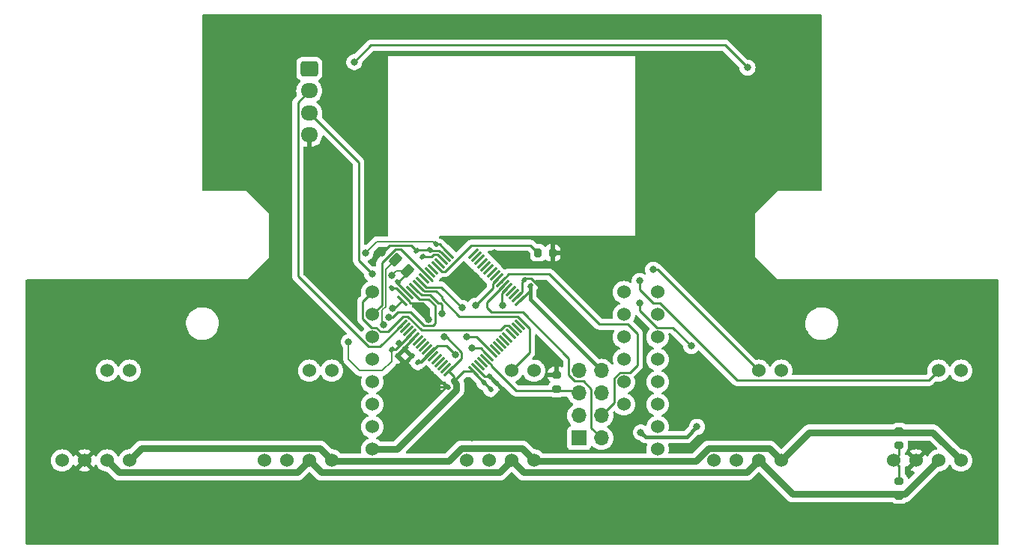
<source format=gbr>
%TF.GenerationSoftware,KiCad,Pcbnew,7.0.9*%
%TF.CreationDate,2024-10-01T14:40:39+09:00*%
%TF.ProjectId,03-front,30332d66-726f-46e7-942e-6b696361645f,rev?*%
%TF.SameCoordinates,Original*%
%TF.FileFunction,Copper,L2,Bot*%
%TF.FilePolarity,Positive*%
%FSLAX46Y46*%
G04 Gerber Fmt 4.6, Leading zero omitted, Abs format (unit mm)*
G04 Created by KiCad (PCBNEW 7.0.9) date 2024-10-01 14:40:39*
%MOMM*%
%LPD*%
G01*
G04 APERTURE LIST*
G04 Aperture macros list*
%AMRoundRect*
0 Rectangle with rounded corners*
0 $1 Rounding radius*
0 $2 $3 $4 $5 $6 $7 $8 $9 X,Y pos of 4 corners*
0 Add a 4 corners polygon primitive as box body*
4,1,4,$2,$3,$4,$5,$6,$7,$8,$9,$2,$3,0*
0 Add four circle primitives for the rounded corners*
1,1,$1+$1,$2,$3*
1,1,$1+$1,$4,$5*
1,1,$1+$1,$6,$7*
1,1,$1+$1,$8,$9*
0 Add four rect primitives between the rounded corners*
20,1,$1+$1,$2,$3,$4,$5,0*
20,1,$1+$1,$4,$5,$6,$7,0*
20,1,$1+$1,$6,$7,$8,$9,0*
20,1,$1+$1,$8,$9,$2,$3,0*%
G04 Aperture macros list end*
%TA.AperFunction,ComponentPad*%
%ADD10C,1.524000*%
%TD*%
%TA.AperFunction,ComponentPad*%
%ADD11R,1.700000X1.700000*%
%TD*%
%TA.AperFunction,ComponentPad*%
%ADD12O,1.700000X1.700000*%
%TD*%
%TA.AperFunction,SMDPad,CuDef*%
%ADD13RoundRect,0.140000X0.219203X0.021213X0.021213X0.219203X-0.219203X-0.021213X-0.021213X-0.219203X0*%
%TD*%
%TA.AperFunction,ComponentPad*%
%ADD14RoundRect,0.250000X-0.725000X0.600000X-0.725000X-0.600000X0.725000X-0.600000X0.725000X0.600000X0*%
%TD*%
%TA.AperFunction,ComponentPad*%
%ADD15O,1.950000X1.700000*%
%TD*%
%TA.AperFunction,SMDPad,CuDef*%
%ADD16RoundRect,0.250000X0.503814X0.132583X0.132583X0.503814X-0.503814X-0.132583X-0.132583X-0.503814X0*%
%TD*%
%TA.AperFunction,SMDPad,CuDef*%
%ADD17RoundRect,0.200000X-0.200000X-0.275000X0.200000X-0.275000X0.200000X0.275000X-0.200000X0.275000X0*%
%TD*%
%TA.AperFunction,SMDPad,CuDef*%
%ADD18RoundRect,0.140000X0.021213X-0.219203X0.219203X-0.021213X-0.021213X0.219203X-0.219203X0.021213X0*%
%TD*%
%TA.AperFunction,SMDPad,CuDef*%
%ADD19RoundRect,0.075000X-0.441942X-0.548008X0.548008X0.441942X0.441942X0.548008X-0.548008X-0.441942X0*%
%TD*%
%TA.AperFunction,SMDPad,CuDef*%
%ADD20RoundRect,0.075000X0.441942X-0.548008X0.548008X-0.441942X-0.441942X0.548008X-0.548008X0.441942X0*%
%TD*%
%TA.AperFunction,SMDPad,CuDef*%
%ADD21RoundRect,0.200000X0.275000X-0.200000X0.275000X0.200000X-0.275000X0.200000X-0.275000X-0.200000X0*%
%TD*%
%TA.AperFunction,SMDPad,CuDef*%
%ADD22RoundRect,0.140000X-0.219203X-0.021213X-0.021213X-0.219203X0.219203X0.021213X0.021213X0.219203X0*%
%TD*%
%TA.AperFunction,SMDPad,CuDef*%
%ADD23RoundRect,0.140000X-0.021213X0.219203X-0.219203X0.021213X0.021213X-0.219203X0.219203X-0.021213X0*%
%TD*%
%TA.AperFunction,ViaPad*%
%ADD24C,0.800000*%
%TD*%
%TA.AperFunction,Conductor*%
%ADD25C,0.250000*%
%TD*%
%TA.AperFunction,Conductor*%
%ADD26C,0.200000*%
%TD*%
%TA.AperFunction,Conductor*%
%ADD27C,0.400000*%
%TD*%
%TA.AperFunction,Conductor*%
%ADD28C,0.800000*%
%TD*%
G04 APERTURE END LIST*
D10*
%TO.P,U6,1,3V3*%
%TO.N,+3V3*%
X198120000Y-110490000D03*
%TO.P,U6,2,GND*%
%TO.N,GND*%
X200660000Y-110490000D03*
%TO.P,U6,3,SCL*%
%TO.N,I2C1_SCL*%
X203200000Y-110490000D03*
%TO.P,U6,4,SDA*%
%TO.N,I2C1_SDA*%
X205740000Y-110490000D03*
%TO.P,U6,5,XSHUT*%
%TO.N,XSHUT5*%
X203200000Y-100330000D03*
%TO.P,U6,6,GPIO*%
%TO.N,unconnected-(U6-GPIO-Pad6)*%
X205740000Y-100330000D03*
%TD*%
%TO.P,U4,1,3V3*%
%TO.N,+3V3*%
X149860000Y-110490000D03*
%TO.P,U4,2,GND*%
%TO.N,GND*%
X152400000Y-110490000D03*
%TO.P,U4,3,SCL*%
%TO.N,I2C1_SCL*%
X154940000Y-110490000D03*
%TO.P,U4,4,SDA*%
%TO.N,I2C1_SDA*%
X157480000Y-110490000D03*
%TO.P,U4,5,XSHUT*%
%TO.N,XSHUT3*%
X154940000Y-100330000D03*
%TO.P,U4,6,GPIO*%
%TO.N,unconnected-(U4-GPIO-Pad6)*%
X157480000Y-100330000D03*
%TD*%
%TO.P,U3,6,GPIO*%
%TO.N,unconnected-(U3-GPIO-Pad6)*%
X134620000Y-100330000D03*
%TO.P,U3,5,XSHUT*%
%TO.N,XSHUT2*%
X132080000Y-100330000D03*
%TO.P,U3,4,SDA*%
%TO.N,I2C1_SDA*%
X134620000Y-110490000D03*
%TO.P,U3,3,SCL*%
%TO.N,I2C1_SCL*%
X132080000Y-110490000D03*
%TO.P,U3,2,GND*%
%TO.N,GND*%
X129540000Y-110490000D03*
%TO.P,U3,1,3V3*%
%TO.N,+3V3*%
X127000000Y-110490000D03*
%TD*%
%TO.P,U7,1,P0*%
%TO.N,UART3_TX*%
X139192000Y-91440000D03*
%TO.P,U7,2,P1*%
%TO.N,UART3_RX*%
X139192000Y-93980000D03*
%TO.P,U7,3,P2*%
%TO.N,unconnected-(U7-P2-Pad3)*%
X139192000Y-96520000D03*
%TO.P,U7,4,P3*%
%TO.N,unconnected-(U7-P3-Pad4)*%
X139192000Y-99060000D03*
%TO.P,U7,5,P4*%
%TO.N,unconnected-(U7-P4-Pad5)*%
X139192000Y-101600000D03*
%TO.P,U7,6,P5*%
%TO.N,unconnected-(U7-P5-Pad6)*%
X139192000Y-104140000D03*
%TO.P,U7,7,P6*%
%TO.N,unconnected-(U7-P6-Pad7)*%
X139192000Y-106680000D03*
%TO.P,U7,8,3V3*%
%TO.N,+3V3*%
X139192000Y-109220000D03*
%TO.P,U7,9,RST*%
%TO.N,unconnected-(U7-RST-Pad9)*%
X171450000Y-91440000D03*
%TO.P,U7,10,BOOT*%
%TO.N,unconnected-(U7-BOOT-Pad10)*%
X171450000Y-93980000D03*
%TO.P,U7,11,SYN*%
%TO.N,unconnected-(U7-SYN-Pad11)*%
X171450000Y-96520000D03*
%TO.P,U7,12,P9*%
%TO.N,unconnected-(U7-P9-Pad12)*%
X171450000Y-99060000D03*
%TO.P,U7,13,P8*%
%TO.N,unconnected-(U7-P8-Pad13)*%
X171450000Y-101600000D03*
%TO.P,U7,14,P7*%
%TO.N,unconnected-(U7-P7-Pad14)*%
X171450000Y-104140000D03*
%TO.P,U7,15,VIN*%
%TO.N,+5V*%
X171450000Y-106680000D03*
%TO.P,U7,16,GND*%
%TO.N,GND*%
X171450000Y-109220000D03*
%TO.P,U7,17,SWO*%
%TO.N,unconnected-(U7-SWO-Pad17)*%
X167640000Y-91440000D03*
%TO.P,U7,18,SWC*%
%TO.N,unconnected-(U7-SWC-Pad18)*%
X167640000Y-93980000D03*
%TO.P,U7,19,SWD*%
%TO.N,unconnected-(U7-SWD-Pad19)*%
X167640000Y-96520000D03*
%TO.P,U7,20,RST*%
%TO.N,unconnected-(U7-RST-Pad20)*%
X167640000Y-99060000D03*
%TO.P,U7,21,3V3*%
%TO.N,unconnected-(U7-3V3-Pad21)*%
X167640000Y-101600000D03*
%TO.P,U7,22,GND*%
%TO.N,unconnected-(U7-GND-Pad22)*%
X167640000Y-104140000D03*
%TD*%
%TO.P,U5,1,3V3*%
%TO.N,+3V3*%
X177800000Y-110490000D03*
%TO.P,U5,2,GND*%
%TO.N,GND*%
X180340000Y-110490000D03*
%TO.P,U5,3,SCL*%
%TO.N,I2C1_SCL*%
X182880000Y-110490000D03*
%TO.P,U5,4,SDA*%
%TO.N,I2C1_SDA*%
X185420000Y-110490000D03*
%TO.P,U5,5,XSHUT*%
%TO.N,XSHUT4*%
X182880000Y-100330000D03*
%TO.P,U5,6,GPIO*%
%TO.N,unconnected-(U5-GPIO-Pad6)*%
X185420000Y-100330000D03*
%TD*%
D11*
%TO.P,J1,1,Pin_1*%
%TO.N,unconnected-(J1-Pin_1-Pad1)*%
X162560000Y-107950000D03*
D12*
%TO.P,J1,2,Pin_2*%
%TO.N,UART1_RX*%
X165100000Y-107950000D03*
%TO.P,J1,3,Pin_3*%
%TO.N,NRST*%
X162560000Y-105410000D03*
%TO.P,J1,4,Pin_4*%
%TO.N,UART1_TX*%
X165100000Y-105410000D03*
%TO.P,J1,5,Pin_5*%
%TO.N,BOOT0*%
X162560000Y-102870000D03*
%TO.P,J1,6,Pin_6*%
%TO.N,GND*%
X165100000Y-102870000D03*
%TO.P,J1,7,Pin_7*%
%TO.N,unconnected-(J1-Pin_7-Pad7)*%
X162560000Y-100330000D03*
%TO.P,J1,8,Pin_8*%
%TO.N,+3V3*%
X165100000Y-100330000D03*
%TD*%
D10*
%TO.P,U2,1,3V3*%
%TO.N,+3V3*%
X104140000Y-110490000D03*
%TO.P,U2,2,GND*%
%TO.N,GND*%
X106680000Y-110490000D03*
%TO.P,U2,3,SCL*%
%TO.N,I2C1_SCL*%
X109220000Y-110490000D03*
%TO.P,U2,4,SDA*%
%TO.N,I2C1_SDA*%
X111760000Y-110490000D03*
%TO.P,U2,5,XSHUT*%
%TO.N,XSHUT1*%
X109220000Y-100330000D03*
%TO.P,U2,6,GPIO*%
%TO.N,unconnected-(U2-GPIO-Pad6)*%
X111760000Y-100330000D03*
%TD*%
D13*
%TO.P,C9,1*%
%TO.N,GND*%
X142833411Y-97875411D03*
%TO.P,C9,2*%
%TO.N,Net-(U1-VDDA)*%
X142154589Y-97196589D03*
%TD*%
D14*
%TO.P,J2,1,Pin_1*%
%TO.N,+5V*%
X132080000Y-66160000D03*
D15*
%TO.P,J2,2,Pin_2*%
%TO.N,UART2_TX*%
X132080000Y-68660000D03*
%TO.P,J2,3,Pin_3*%
%TO.N,UART2_RX*%
X132080000Y-71160000D03*
%TO.P,J2,4,Pin_4*%
%TO.N,GND*%
X132080000Y-73660000D03*
%TD*%
D13*
%TO.P,C2,1*%
%TO.N,Net-(U1-VCAP_1)*%
X144865411Y-87461411D03*
%TO.P,C2,2*%
%TO.N,GND*%
X144186589Y-86782589D03*
%TD*%
D16*
%TO.P,FB1,1*%
%TO.N,+3V3*%
X143139235Y-89037235D03*
%TO.P,FB1,2*%
%TO.N,Net-(U1-VDDA)*%
X141848765Y-87746765D03*
%TD*%
D17*
%TO.P,R2,1*%
%TO.N,Net-(U1-PB2)*%
X157925000Y-86995000D03*
%TO.P,R2,2*%
%TO.N,GND*%
X159575000Y-86995000D03*
%TD*%
D18*
%TO.P,C4,1*%
%TO.N,GND*%
X141392589Y-91017411D03*
%TO.P,C4,2*%
%TO.N,+3V3*%
X142071411Y-90338589D03*
%TD*%
D13*
%TO.P,C10,1*%
%TO.N,GND*%
X142071411Y-98637411D03*
%TO.P,C10,2*%
%TO.N,Net-(U1-VDDA)*%
X141392589Y-97958589D03*
%TD*%
D19*
%TO.P,U1,1,VBAT*%
%TO.N,+3V3*%
X147863819Y-100419320D03*
%TO.P,U1,2,PC13*%
%TO.N,unconnected-(U1-PC13-Pad2)*%
X147510266Y-100065767D03*
%TO.P,U1,3,PC14*%
%TO.N,unconnected-(U1-PC14-Pad3)*%
X147156713Y-99712214D03*
%TO.P,U1,4,PC15*%
%TO.N,unconnected-(U1-PC15-Pad4)*%
X146803159Y-99358660D03*
%TO.P,U1,5,PH0*%
%TO.N,unconnected-(U1-PH0-Pad5)*%
X146449606Y-99005107D03*
%TO.P,U1,6,PH1*%
%TO.N,unconnected-(U1-PH1-Pad6)*%
X146096052Y-98651553D03*
%TO.P,U1,7,NRST*%
%TO.N,NRST*%
X145742499Y-98298000D03*
%TO.P,U1,8,PC0*%
%TO.N,unconnected-(U1-PC0-Pad8)*%
X145388946Y-97944447D03*
%TO.P,U1,9,PC1*%
%TO.N,unconnected-(U1-PC1-Pad9)*%
X145035392Y-97590893D03*
%TO.P,U1,10,PC2*%
%TO.N,unconnected-(U1-PC2-Pad10)*%
X144681839Y-97237340D03*
%TO.P,U1,11,PC3*%
%TO.N,unconnected-(U1-PC3-Pad11)*%
X144328286Y-96883787D03*
%TO.P,U1,12,VSSA*%
%TO.N,GND*%
X143974732Y-96530233D03*
%TO.P,U1,13,VDDA*%
%TO.N,Net-(U1-VDDA)*%
X143621179Y-96176680D03*
%TO.P,U1,14,PA0*%
%TO.N,unconnected-(U1-PA0-Pad14)*%
X143267625Y-95823126D03*
%TO.P,U1,15,PA1*%
%TO.N,unconnected-(U1-PA1-Pad15)*%
X142914072Y-95469573D03*
%TO.P,U1,16,PA2*%
%TO.N,UART2_TX*%
X142560519Y-95116020D03*
D20*
%TO.P,U1,17,PA3*%
%TO.N,UART2_RX*%
X142560519Y-92393658D03*
%TO.P,U1,18,VSS*%
%TO.N,GND*%
X142914072Y-92040105D03*
%TO.P,U1,19,VDD*%
%TO.N,+3V3*%
X143267625Y-91686552D03*
%TO.P,U1,20,PA4*%
%TO.N,XSHUT1*%
X143621179Y-91332998D03*
%TO.P,U1,21,PA5*%
%TO.N,XSHUT2*%
X143974732Y-90979445D03*
%TO.P,U1,22,PA6*%
%TO.N,XSHUT3*%
X144328286Y-90625891D03*
%TO.P,U1,23,PA7*%
%TO.N,XSHUT4*%
X144681839Y-90272338D03*
%TO.P,U1,24,PC4*%
%TO.N,unconnected-(U1-PC4-Pad24)*%
X145035392Y-89918785D03*
%TO.P,U1,25,PC5*%
%TO.N,UART3_RX*%
X145388946Y-89565231D03*
%TO.P,U1,26,PB0*%
%TO.N,unconnected-(U1-PB0-Pad26)*%
X145742499Y-89211678D03*
%TO.P,U1,27,PB1*%
%TO.N,unconnected-(U1-PB1-Pad27)*%
X146096052Y-88858125D03*
%TO.P,U1,28,PB2*%
%TO.N,Net-(U1-PB2)*%
X146449606Y-88504571D03*
%TO.P,U1,29,PB10*%
%TO.N,unconnected-(U1-PB10-Pad29)*%
X146803159Y-88151018D03*
%TO.P,U1,30,VCAP_1*%
%TO.N,Net-(U1-VCAP_1)*%
X147156713Y-87797464D03*
%TO.P,U1,31,VSS*%
%TO.N,GND*%
X147510266Y-87443911D03*
%TO.P,U1,32,VDD*%
%TO.N,+3V3*%
X147863819Y-87090358D03*
D19*
%TO.P,U1,33,PB12*%
%TO.N,unconnected-(U1-PB12-Pad33)*%
X150586181Y-87090358D03*
%TO.P,U1,34,PB13*%
%TO.N,unconnected-(U1-PB13-Pad34)*%
X150939734Y-87443911D03*
%TO.P,U1,35,PB14*%
%TO.N,unconnected-(U1-PB14-Pad35)*%
X151293287Y-87797464D03*
%TO.P,U1,36,PB15*%
%TO.N,unconnected-(U1-PB15-Pad36)*%
X151646841Y-88151018D03*
%TO.P,U1,37,PC6*%
%TO.N,unconnected-(U1-PC6-Pad37)*%
X152000394Y-88504571D03*
%TO.P,U1,38,PC7*%
%TO.N,unconnected-(U1-PC7-Pad38)*%
X152353948Y-88858125D03*
%TO.P,U1,39,PC8*%
%TO.N,unconnected-(U1-PC8-Pad39)*%
X152707501Y-89211678D03*
%TO.P,U1,40,PC9*%
%TO.N,unconnected-(U1-PC9-Pad40)*%
X153061054Y-89565231D03*
%TO.P,U1,41,PA8*%
%TO.N,XSHUT5*%
X153414608Y-89918785D03*
%TO.P,U1,42,PA9*%
%TO.N,UART1_TX*%
X153768161Y-90272338D03*
%TO.P,U1,43,PA10*%
%TO.N,UART1_RX*%
X154121714Y-90625891D03*
%TO.P,U1,44,PA11*%
%TO.N,WS2812B*%
X154475268Y-90979445D03*
%TO.P,U1,45,PA12*%
%TO.N,unconnected-(U1-PA12-Pad45)*%
X154828821Y-91332998D03*
%TO.P,U1,46,PA13*%
%TO.N,unconnected-(U1-PA13-Pad46)*%
X155182375Y-91686552D03*
%TO.P,U1,47,VSS*%
%TO.N,GND*%
X155535928Y-92040105D03*
%TO.P,U1,48,VDD*%
%TO.N,+3V3*%
X155889481Y-92393658D03*
D20*
%TO.P,U1,49,PA14*%
%TO.N,unconnected-(U1-PA14-Pad49)*%
X155889481Y-95116020D03*
%TO.P,U1,50,PA15*%
%TO.N,unconnected-(U1-PA15-Pad50)*%
X155535928Y-95469573D03*
%TO.P,U1,51,PC10*%
%TO.N,UART3_TX*%
X155182375Y-95823126D03*
%TO.P,U1,52,PC11*%
%TO.N,unconnected-(U1-PC11-Pad52)*%
X154828821Y-96176680D03*
%TO.P,U1,53,PC12*%
%TO.N,unconnected-(U1-PC12-Pad53)*%
X154475268Y-96530233D03*
%TO.P,U1,54,PD2*%
%TO.N,unconnected-(U1-PD2-Pad54)*%
X154121714Y-96883787D03*
%TO.P,U1,55,PB3*%
%TO.N,unconnected-(U1-PB3-Pad55)*%
X153768161Y-97237340D03*
%TO.P,U1,56,PB4*%
%TO.N,unconnected-(U1-PB4-Pad56)*%
X153414608Y-97590893D03*
%TO.P,U1,57,PB5*%
%TO.N,unconnected-(U1-PB5-Pad57)*%
X153061054Y-97944447D03*
%TO.P,U1,58,PB6*%
%TO.N,I2C1_SCL*%
X152707501Y-98298000D03*
%TO.P,U1,59,PB7*%
%TO.N,I2C1_SDA*%
X152353948Y-98651553D03*
%TO.P,U1,60,BOOT0*%
%TO.N,BOOT0*%
X152000394Y-99005107D03*
%TO.P,U1,61,PB8*%
%TO.N,unconnected-(U1-PB8-Pad61)*%
X151646841Y-99358660D03*
%TO.P,U1,62,PB9*%
%TO.N,unconnected-(U1-PB9-Pad62)*%
X151293287Y-99712214D03*
%TO.P,U1,63,VSS*%
%TO.N,GND*%
X150939734Y-100065767D03*
%TO.P,U1,64,VDD*%
%TO.N,+3V3*%
X150586181Y-100419320D03*
%TD*%
D21*
%TO.P,R3,1*%
%TO.N,+3V3*%
X198755000Y-108775000D03*
%TO.P,R3,2*%
%TO.N,I2C1_SDA*%
X198755000Y-107125000D03*
%TD*%
D18*
%TO.P,C6,1*%
%TO.N,GND*%
X145710589Y-86699411D03*
%TO.P,C6,2*%
%TO.N,+3V3*%
X146389411Y-86020589D03*
%TD*%
D21*
%TO.P,R1,1*%
%TO.N,BOOT0*%
X160020000Y-102425000D03*
%TO.P,R1,2*%
%TO.N,GND*%
X160020000Y-100775000D03*
%TD*%
D22*
%TO.P,C3,1*%
%TO.N,GND*%
X156378589Y-90084589D03*
%TO.P,C3,2*%
%TO.N,+3V3*%
X157057411Y-90763411D03*
%TD*%
D21*
%TO.P,R4,1*%
%TO.N,I2C1_SCL*%
X198755000Y-114490000D03*
%TO.P,R4,2*%
%TO.N,+3V3*%
X198755000Y-112840000D03*
%TD*%
D22*
%TO.P,C1,1*%
%TO.N,GND*%
X143678589Y-98720589D03*
%TO.P,C1,2*%
%TO.N,NRST*%
X144357411Y-99399411D03*
%TD*%
D18*
%TO.P,C5,1*%
%TO.N,GND*%
X147742589Y-102193411D03*
%TO.P,C5,2*%
%TO.N,+3V3*%
X148421411Y-101514589D03*
%TD*%
%TO.P,C7,1*%
%TO.N,+3V3*%
X152568589Y-102447411D03*
%TO.P,C7,2*%
%TO.N,GND*%
X153247411Y-101768589D03*
%TD*%
D23*
%TO.P,C8,1*%
%TO.N,GND*%
X152485411Y-101006589D03*
%TO.P,C8,2*%
%TO.N,+3V3*%
X151806589Y-101685411D03*
%TD*%
D24*
%TO.N,+3V3*%
X175895000Y-106680000D03*
X138430000Y-86995000D03*
X147320000Y-96520000D03*
X169545000Y-107315000D03*
X141430142Y-89535000D03*
%TO.N,GND*%
X159385000Y-92075000D03*
X158115000Y-104140000D03*
X145415000Y-100965000D03*
X174625000Y-101600000D03*
X165100000Y-97155000D03*
X170180000Y-66040000D03*
X145580795Y-94525500D03*
X188595000Y-102870000D03*
X114300000Y-97790000D03*
X148590000Y-86360000D03*
X121285000Y-77470000D03*
X128905000Y-76835000D03*
X122555000Y-62230000D03*
X156210000Y-101600000D03*
X175260000Y-90170000D03*
X139065000Y-83820000D03*
X165735000Y-91440000D03*
X177165000Y-73025000D03*
X191770000Y-104775000D03*
X168275000Y-109220000D03*
X153035000Y-86995000D03*
X154940000Y-112395000D03*
X140970000Y-107315000D03*
X107950000Y-108585000D03*
X155575000Y-106680000D03*
X136525000Y-93980000D03*
X208280000Y-118745000D03*
X150495000Y-107950000D03*
X186690000Y-106045000D03*
X145415000Y-103505000D03*
X132080000Y-112395000D03*
X149225000Y-91440000D03*
X133985000Y-95885000D03*
X128270000Y-83185000D03*
X127000000Y-107315000D03*
X132080000Y-83185000D03*
X128270000Y-90805000D03*
X158750000Y-107950000D03*
X113665000Y-114300000D03*
X147955000Y-105410000D03*
X187325000Y-78105000D03*
X145415000Y-107950000D03*
X163195000Y-91440000D03*
X186690000Y-62230000D03*
X182245000Y-90805000D03*
X149225000Y-88900000D03*
X139700000Y-66040000D03*
X158750000Y-98425000D03*
X104140000Y-107315000D03*
X104140000Y-113030000D03*
X184150000Y-102870000D03*
X119380000Y-100965000D03*
X208915000Y-111760000D03*
X127000000Y-118110000D03*
X123190000Y-114935000D03*
X101600000Y-101600000D03*
X187960000Y-100330000D03*
X207645000Y-92075000D03*
X102235000Y-118745000D03*
X160655000Y-93980000D03*
X170180000Y-86360000D03*
X134620000Y-66675000D03*
X141605000Y-100965000D03*
X140335000Y-86995000D03*
X101600000Y-92075000D03*
%TO.N,NRST*%
X148590000Y-98552000D03*
%TO.N,Net-(U1-VDDA)*%
X140504110Y-95160500D03*
X136525000Y-97065500D03*
%TO.N,UART2_RX*%
X139192000Y-89408000D03*
X141522954Y-93283500D03*
%TO.N,XSHUT1*%
X141034500Y-94308491D03*
%TO.N,XSHUT2*%
X147030295Y-93880107D03*
%TO.N,XSHUT4*%
X170942000Y-88900000D03*
X149352000Y-93218000D03*
%TO.N,XSHUT5*%
X169418000Y-90170000D03*
X150876000Y-92964000D03*
%TO.N,I2C1_SCL*%
X149860000Y-96520000D03*
%TO.N,I2C1_SDA*%
X150495000Y-97790000D03*
%TO.N,WS2812B*%
X153924000Y-92964000D03*
X169418000Y-92710000D03*
X175260000Y-97536000D03*
%TO.N,Net-(D10-DOUT)*%
X137160000Y-65405000D03*
X181610000Y-66040000D03*
%TD*%
D25*
%TO.N,+3V3*%
X143139235Y-89037235D02*
X143139235Y-89270765D01*
D26*
X146093822Y-85725000D02*
X146389411Y-86020589D01*
D25*
X150586181Y-100465003D02*
X150586181Y-100419320D01*
X147583305Y-96520000D02*
X147320000Y-96520000D01*
D27*
X170072000Y-107842000D02*
X174733000Y-107842000D01*
D25*
X150586181Y-100419320D02*
X149516680Y-100419320D01*
X198755000Y-112840000D02*
X198755000Y-111125000D01*
X198755000Y-108775000D02*
X198755000Y-109855000D01*
D28*
X148704536Y-101797714D02*
X148421411Y-101514589D01*
D25*
X148421411Y-100976912D02*
X147863819Y-100419320D01*
X142071411Y-90490338D02*
X142071411Y-90338589D01*
D27*
X165100000Y-100330000D02*
X157057411Y-92287411D01*
D25*
X147863819Y-100419320D02*
X149315000Y-98968139D01*
X149315000Y-98968139D02*
X149315000Y-98251695D01*
X148421411Y-101514589D02*
X148421411Y-100976912D01*
D28*
X142002936Y-109220000D02*
X148704536Y-102518400D01*
D25*
X157057411Y-90763411D02*
X157057411Y-92287411D01*
X147863819Y-87090358D02*
X146794050Y-86020589D01*
D28*
X139192000Y-109220000D02*
X142002936Y-109220000D01*
D26*
X139700000Y-85725000D02*
X146093822Y-85725000D01*
D25*
X149315000Y-98251695D02*
X147583305Y-96520000D01*
X198755000Y-109855000D02*
X198120000Y-110490000D01*
X149516680Y-100419320D02*
X148421411Y-101514589D01*
X146794050Y-86020589D02*
X146643411Y-86020589D01*
D27*
X157057411Y-92287411D02*
X157057411Y-91225728D01*
D28*
X148704536Y-102518400D02*
X148704536Y-101797714D01*
D25*
X155889481Y-92393658D02*
X157057411Y-91225728D01*
X143267625Y-91686552D02*
X142071411Y-90490338D01*
D26*
X141927907Y-89037235D02*
X141430142Y-89535000D01*
X143139235Y-89037235D02*
X141927907Y-89037235D01*
D27*
X174733000Y-107842000D02*
X175895000Y-106680000D01*
X157057411Y-90763411D02*
X157057411Y-91225728D01*
X169545000Y-107315000D02*
X170072000Y-107842000D01*
D25*
X198755000Y-111125000D02*
X198120000Y-110490000D01*
X152568589Y-102447411D02*
X150586181Y-100465003D01*
X143139235Y-89270765D02*
X142071411Y-90338589D01*
D26*
X138430000Y-86995000D02*
X139700000Y-85725000D01*
D25*
%TO.N,GND*%
X143542229Y-92668262D02*
X142914072Y-92040105D01*
X145429752Y-93255500D02*
X144842514Y-92668262D01*
X150939734Y-100065767D02*
X151880556Y-101006589D01*
X145429752Y-94374457D02*
X145429752Y-93255500D01*
X155535928Y-92040105D02*
X156159386Y-91416647D01*
X159575000Y-87820000D02*
X159575000Y-86995000D01*
X156378589Y-90084589D02*
X156597792Y-89865386D01*
X163195000Y-91440000D02*
X159575000Y-87820000D01*
X157175386Y-89865386D02*
X159385000Y-92075000D01*
X153247411Y-101768589D02*
X152485411Y-101006589D01*
X144186589Y-86782589D02*
X143568000Y-86164000D01*
X142833411Y-97875411D02*
X143678589Y-98720589D01*
X144842514Y-92668262D02*
X143542229Y-92668262D01*
X144269767Y-86699411D02*
X145710589Y-86699411D01*
X146773891Y-86707536D02*
X147510266Y-87443911D01*
X143568000Y-86164000D02*
X141166000Y-86164000D01*
X141891378Y-91017411D02*
X141392589Y-91017411D01*
X156597792Y-89865386D02*
X157175386Y-89865386D01*
X146726589Y-102193411D02*
X145415000Y-103505000D01*
X142914072Y-92040105D02*
X141891378Y-91017411D01*
X141166000Y-86164000D02*
X140335000Y-86995000D01*
X144186589Y-86782589D02*
X144269767Y-86699411D01*
X147742589Y-102193411D02*
X146726589Y-102193411D01*
X145580795Y-94525500D02*
X145429752Y-94374457D01*
X156159386Y-90303792D02*
X156378589Y-90084589D01*
X143974732Y-96530233D02*
X142071411Y-98433554D01*
X156159386Y-91416647D02*
X156159386Y-90303792D01*
X145972714Y-86707536D02*
X146773891Y-86707536D01*
X151880556Y-101006589D02*
X152485411Y-101006589D01*
X145964589Y-86699411D02*
X145972714Y-86707536D01*
X142071411Y-98433554D02*
X142071411Y-98637411D01*
%TO.N,NRST*%
X144641088Y-99399411D02*
X145742499Y-98298000D01*
X144676442Y-99399411D02*
X146539853Y-97536000D01*
X144357411Y-99399411D02*
X144641088Y-99399411D01*
X146539853Y-97536000D02*
X147574000Y-97536000D01*
X147574000Y-97536000D02*
X148590000Y-98552000D01*
X144357411Y-99399411D02*
X144676442Y-99399411D01*
%TO.N,Net-(U1-VCAP_1)*%
X146106485Y-87201541D02*
X145846615Y-87461411D01*
X147156713Y-87797464D02*
X146560790Y-87201541D01*
X145846615Y-87461411D02*
X144865411Y-87461411D01*
X146560790Y-87201541D02*
X146106485Y-87201541D01*
D26*
%TO.N,Net-(U1-VDDA)*%
X136525000Y-99060000D02*
X137795000Y-100330000D01*
X136525000Y-97065500D02*
X136525000Y-99060000D01*
D25*
X141392589Y-97958589D02*
X141839270Y-97958589D01*
D26*
X140704000Y-88891530D02*
X141848765Y-87746765D01*
X140335000Y-93438040D02*
X140704000Y-93069040D01*
X140504110Y-95160500D02*
X140335000Y-94991390D01*
X140335000Y-100330000D02*
X141392589Y-99272411D01*
X140704000Y-93069040D02*
X140704000Y-88891530D01*
X137795000Y-100330000D02*
X140335000Y-100330000D01*
X140335000Y-94991390D02*
X140335000Y-93438040D01*
X141392589Y-99272411D02*
X141392589Y-97958589D01*
D25*
X141839270Y-97958589D02*
X143621179Y-96176680D01*
%TO.N,UART1_RX*%
X161385000Y-98901000D02*
X156200543Y-93716543D01*
X165100000Y-107950000D02*
X163925000Y-106775000D01*
X161385000Y-100816701D02*
X161385000Y-98901000D01*
X152146000Y-92601605D02*
X154121714Y-90625891D01*
X162073299Y-101505000D02*
X161385000Y-100816701D01*
X163925000Y-102383299D02*
X163046701Y-101505000D01*
X156200543Y-93716543D02*
X152644543Y-93716543D01*
X163925000Y-106775000D02*
X163925000Y-102383299D01*
X163046701Y-101505000D02*
X162073299Y-101505000D01*
X152146000Y-93218000D02*
X152146000Y-92601605D01*
X152644543Y-93716543D02*
X152146000Y-93218000D01*
%TO.N,UART1_TX*%
X169164000Y-96140749D02*
X168090251Y-95067000D01*
X164853500Y-95067000D02*
X159184142Y-89397642D01*
X159184142Y-89397642D02*
X154642857Y-89397642D01*
X166553000Y-101149749D02*
X167189749Y-100513000D01*
X166553000Y-103957000D02*
X166553000Y-101149749D01*
X165100000Y-105410000D02*
X166553000Y-103957000D01*
X167189749Y-100513000D02*
X168331000Y-100513000D01*
X154642857Y-89397642D02*
X153768161Y-90272338D01*
X168331000Y-100513000D02*
X169164000Y-99680000D01*
X168090251Y-95067000D02*
X164853500Y-95067000D01*
X169164000Y-99680000D02*
X169164000Y-96140749D01*
%TO.N,BOOT0*%
X152654000Y-99658713D02*
X152000394Y-99005107D01*
X162306000Y-102616000D02*
X155448000Y-102616000D01*
X155448000Y-102616000D02*
X152654000Y-99822000D01*
X152654000Y-99822000D02*
X152654000Y-99658713D01*
X162560000Y-102870000D02*
X162306000Y-102616000D01*
%TO.N,Net-(U1-PB2)*%
X157925000Y-86995000D02*
X157070881Y-86140881D01*
X147045530Y-89100495D02*
X146449606Y-88504571D01*
X157070881Y-86140881D02*
X150368932Y-86140881D01*
X150368932Y-86140881D02*
X147409318Y-89100495D01*
X147409318Y-89100495D02*
X147045530Y-89100495D01*
%TO.N,UART2_TX*%
X140069539Y-97607000D02*
X142560519Y-95116020D01*
X130780000Y-89645251D02*
X138741749Y-97607000D01*
X138741749Y-97607000D02*
X140069539Y-97607000D01*
X132080000Y-68660000D02*
X130780000Y-69960000D01*
X130780000Y-69960000D02*
X130780000Y-89645251D01*
%TO.N,UART2_RX*%
X137655000Y-76735000D02*
X137655000Y-87871000D01*
X137655000Y-87871000D02*
X139192000Y-89408000D01*
X141670677Y-93283500D02*
X142560519Y-92393658D01*
X141522954Y-93283500D02*
X141670677Y-93283500D01*
X132080000Y-71160000D02*
X137655000Y-76735000D01*
%TO.N,XSHUT1*%
X144506443Y-92218262D02*
X143621179Y-91332998D01*
X145024695Y-95250000D02*
X146050000Y-95250000D01*
X146305295Y-92966691D02*
X145556866Y-92218262D01*
X143491238Y-93716543D02*
X145024695Y-95250000D01*
X141034500Y-94308491D02*
X141523268Y-94308491D01*
X146050000Y-95250000D02*
X146305295Y-94994705D01*
X142115216Y-93716543D02*
X143491238Y-93716543D01*
X146305295Y-94994705D02*
X146305295Y-92966691D01*
X141523268Y-94308491D02*
X142115216Y-93716543D01*
X145556866Y-92218262D02*
X144506443Y-92218262D01*
%TO.N,XSHUT2*%
X147030295Y-93880107D02*
X147030295Y-92802691D01*
X144763549Y-91768262D02*
X143974732Y-90979445D01*
X146627000Y-92652000D02*
X145743262Y-91768262D01*
X146879604Y-92652000D02*
X146627000Y-92652000D01*
X147030295Y-92802691D02*
X146879604Y-92652000D01*
X145743262Y-91768262D02*
X144763549Y-91768262D01*
%TO.N,XSHUT3*%
X144328286Y-90625891D02*
X144924210Y-91221815D01*
X155611756Y-94166543D02*
X156972000Y-95526787D01*
X149030543Y-94166543D02*
X155611756Y-94166543D01*
X147066000Y-92202000D02*
X149030543Y-94166543D01*
X147066000Y-91947302D02*
X147066000Y-92202000D01*
X144994920Y-91221815D02*
X145091367Y-91318262D01*
X156972000Y-95526787D02*
X156972000Y-98298000D01*
X144924210Y-91221815D02*
X144994920Y-91221815D01*
X146436960Y-91318262D02*
X147066000Y-91947302D01*
X156972000Y-98298000D02*
X154940000Y-100330000D01*
X145091367Y-91318262D02*
X146436960Y-91318262D01*
%TO.N,XSHUT4*%
X145277763Y-90868262D02*
X147002262Y-90868262D01*
X144681839Y-90272338D02*
X145277763Y-90868262D01*
X171450000Y-88900000D02*
X182880000Y-100330000D01*
X147002262Y-90868262D02*
X149352000Y-93218000D01*
X170942000Y-88900000D02*
X171450000Y-88900000D01*
%TO.N,UART3_RX*%
X139192000Y-93980000D02*
X140279000Y-92893000D01*
X140279000Y-88132126D02*
X141797126Y-86614000D01*
X145984869Y-90161154D02*
X145388946Y-89565231D01*
X142437715Y-86614000D02*
X145388946Y-89565231D01*
X141797126Y-86614000D02*
X142437715Y-86614000D01*
X140279000Y-92893000D02*
X140279000Y-88132126D01*
%TO.N,XSHUT5*%
X202113000Y-101417000D02*
X180424251Y-101417000D01*
X170942000Y-92710000D02*
X169418000Y-91186000D01*
X171717251Y-92710000D02*
X170942000Y-92710000D01*
X169418000Y-91186000D02*
X169418000Y-90170000D01*
X203200000Y-100330000D02*
X202113000Y-101417000D01*
X150876000Y-92964000D02*
X152818684Y-91021316D01*
X152818684Y-90514709D02*
X153414608Y-89918785D01*
X180424251Y-101417000D02*
X171717251Y-92710000D01*
X152818684Y-91021316D02*
X152818684Y-90514709D01*
%TO.N,UART3_TX*%
X153691865Y-95758000D02*
X154222662Y-95227203D01*
X154586452Y-95227203D02*
X155182375Y-95823126D01*
X139107749Y-95433000D02*
X139642251Y-95433000D01*
X140094251Y-95885000D02*
X140970000Y-95885000D01*
X138105000Y-94430251D02*
X139107749Y-95433000D01*
X144758135Y-95758000D02*
X153691865Y-95758000D01*
X142688457Y-94166543D02*
X143166678Y-94166543D01*
X140970000Y-95885000D02*
X142688457Y-94166543D01*
X139642251Y-95433000D02*
X140094251Y-95885000D01*
X143166678Y-94166543D02*
X144758135Y-95758000D01*
X138105000Y-92527000D02*
X138105000Y-94430251D01*
X154222662Y-95227203D02*
X154586452Y-95227203D01*
X139192000Y-91440000D02*
X138105000Y-92527000D01*
D28*
%TO.N,I2C1_SCL*%
X133442000Y-111852000D02*
X132080000Y-110490000D01*
X156302000Y-111852000D02*
X181518000Y-111852000D01*
X130718000Y-111852000D02*
X132080000Y-110490000D01*
X153578000Y-111852000D02*
X133442000Y-111852000D01*
X186690000Y-114300000D02*
X199390000Y-114300000D01*
D25*
X152707501Y-98298000D02*
X150929501Y-96520000D01*
D28*
X154940000Y-110490000D02*
X153578000Y-111852000D01*
X181518000Y-111852000D02*
X182880000Y-110490000D01*
D25*
X150929501Y-96520000D02*
X149860000Y-96520000D01*
D28*
X109220000Y-110490000D02*
X110582000Y-111852000D01*
X110582000Y-111852000D02*
X130718000Y-111852000D01*
X154940000Y-110490000D02*
X156302000Y-111852000D01*
X182880000Y-110490000D02*
X186690000Y-114300000D01*
X199390000Y-114300000D02*
X203200000Y-110490000D01*
%TO.N,I2C1_SDA*%
X157572000Y-110582000D02*
X175781841Y-110582000D01*
X134620000Y-110490000D02*
X133258000Y-109128000D01*
X133258000Y-109128000D02*
X113122000Y-109128000D01*
X175781841Y-110582000D02*
X177235841Y-109128000D01*
X134712000Y-110582000D02*
X147841841Y-110582000D01*
D25*
X152353948Y-98651553D02*
X151492395Y-97790000D01*
D28*
X149295841Y-109128000D02*
X156118000Y-109128000D01*
X134620000Y-110490000D02*
X134712000Y-110582000D01*
X184058000Y-109128000D02*
X185420000Y-110490000D01*
X185420000Y-110490000D02*
X188595000Y-107315000D01*
X156118000Y-109128000D02*
X157480000Y-110490000D01*
D25*
X151492395Y-97790000D02*
X150495000Y-97790000D01*
D28*
X113122000Y-109128000D02*
X111760000Y-110490000D01*
X157480000Y-110490000D02*
X157572000Y-110582000D01*
X177235841Y-109128000D02*
X184058000Y-109128000D01*
X188595000Y-107315000D02*
X202565000Y-107315000D01*
X147841841Y-110582000D02*
X149295841Y-109128000D01*
X202565000Y-107315000D02*
X205740000Y-110490000D01*
D25*
%TO.N,WS2812B*%
X153879344Y-92919344D02*
X153924000Y-92964000D01*
X153879344Y-91575369D02*
X153879344Y-92919344D01*
X173157000Y-95433000D02*
X175260000Y-97536000D01*
X169418000Y-92710000D02*
X169418000Y-93485251D01*
X169418000Y-93485251D02*
X171365749Y-95433000D01*
X171365749Y-95433000D02*
X173157000Y-95433000D01*
X154475268Y-90979445D02*
X153879344Y-91575369D01*
%TO.N,Net-(D10-DOUT)*%
X179070000Y-63500000D02*
X181610000Y-66040000D01*
X139065000Y-63500000D02*
X179070000Y-63500000D01*
X137160000Y-65405000D02*
X139065000Y-63500000D01*
%TD*%
%TA.AperFunction,Conductor*%
%TO.N,GND*%
G36*
X200275051Y-110521898D02*
G01*
X200306266Y-110645162D01*
X200375813Y-110751612D01*
X200476157Y-110829713D01*
X200596422Y-110871000D01*
X200632553Y-110871000D01*
X199961811Y-111541741D01*
X200026582Y-111587094D01*
X200026592Y-111587100D01*
X200226715Y-111680419D01*
X200226729Y-111680424D01*
X200420981Y-111732473D01*
X200480642Y-111768838D01*
X200511171Y-111831685D01*
X200502876Y-111901060D01*
X200476569Y-111939929D01*
X199911800Y-112504699D01*
X199850477Y-112538184D01*
X199780786Y-112533200D01*
X199724852Y-112491329D01*
X199705734Y-112453911D01*
X199673478Y-112350394D01*
X199585472Y-112204815D01*
X199585470Y-112204813D01*
X199585469Y-112204811D01*
X199465188Y-112084530D01*
X199465186Y-112084529D01*
X199465185Y-112084528D01*
X199440348Y-112069513D01*
X199393162Y-112017984D01*
X199380500Y-111963397D01*
X199380500Y-111256192D01*
X199400185Y-111189153D01*
X199452989Y-111143398D01*
X199522147Y-111133454D01*
X199585703Y-111162479D01*
X199606075Y-111185069D01*
X199608258Y-111188187D01*
X200275096Y-110521349D01*
X200275051Y-110521898D01*
G37*
%TD.AperFunction*%
%TA.AperFunction,Conductor*%
G36*
X202207678Y-108235185D02*
G01*
X202228320Y-108251819D01*
X203016162Y-109039661D01*
X203049647Y-109100984D01*
X203044663Y-109170676D01*
X203002791Y-109226609D01*
X202960576Y-109247116D01*
X202917451Y-109258671D01*
X202766554Y-109299104D01*
X202766548Y-109299107D01*
X202566340Y-109392465D01*
X202566338Y-109392466D01*
X202385377Y-109519175D01*
X202229175Y-109675377D01*
X202102467Y-109856337D01*
X202102466Y-109856339D01*
X202102348Y-109856593D01*
X202042105Y-109985782D01*
X201995932Y-110038221D01*
X201928738Y-110057372D01*
X201861857Y-110037156D01*
X201817341Y-109985780D01*
X201757100Y-109856593D01*
X201757099Y-109856591D01*
X201711740Y-109791811D01*
X201044903Y-110458648D01*
X201044949Y-110458102D01*
X201013734Y-110334838D01*
X200944187Y-110228388D01*
X200843843Y-110150287D01*
X200723578Y-110109000D01*
X200687447Y-110109000D01*
X201358187Y-109438258D01*
X201293409Y-109392900D01*
X201293407Y-109392899D01*
X201093284Y-109299580D01*
X201093270Y-109299575D01*
X200879986Y-109242426D01*
X200879976Y-109242424D01*
X200660001Y-109223179D01*
X200659999Y-109223179D01*
X200440023Y-109242424D01*
X200440013Y-109242426D01*
X200226729Y-109299575D01*
X200226720Y-109299579D01*
X200026586Y-109392903D01*
X199961812Y-109438257D01*
X199961811Y-109438258D01*
X200632554Y-110109000D01*
X200628431Y-110109000D01*
X200534579Y-110124661D01*
X200422749Y-110185180D01*
X200336629Y-110278731D01*
X200285552Y-110395177D01*
X200279894Y-110463447D01*
X199608258Y-109791811D01*
X199608258Y-109791812D01*
X199606075Y-109794930D01*
X199551498Y-109838554D01*
X199481999Y-109845747D01*
X199419645Y-109814225D01*
X199384231Y-109753995D01*
X199380500Y-109723806D01*
X199380500Y-109651601D01*
X199400185Y-109584562D01*
X199440348Y-109545485D01*
X199465185Y-109530472D01*
X199585472Y-109410185D01*
X199673478Y-109264606D01*
X199724086Y-109102196D01*
X199730500Y-109031616D01*
X199730500Y-108518384D01*
X199724086Y-108447804D01*
X199701831Y-108376386D01*
X199700682Y-108306530D01*
X199737483Y-108247137D01*
X199800552Y-108217069D01*
X199820218Y-108215500D01*
X202140639Y-108215500D01*
X202207678Y-108235185D01*
G37*
%TD.AperFunction*%
%TA.AperFunction,Conductor*%
G36*
X169105077Y-94056918D02*
G01*
X170528674Y-95480515D01*
X170562159Y-95541838D01*
X170557175Y-95611530D01*
X170528676Y-95655876D01*
X170479173Y-95705380D01*
X170352466Y-95886338D01*
X170352465Y-95886340D01*
X170259107Y-96086548D01*
X170259104Y-96086554D01*
X170201930Y-96299929D01*
X170201929Y-96299937D01*
X170182677Y-96519997D01*
X170182677Y-96520002D01*
X170201929Y-96740062D01*
X170201930Y-96740070D01*
X170259104Y-96953445D01*
X170259105Y-96953447D01*
X170259106Y-96953450D01*
X170305161Y-97052216D01*
X170352466Y-97153662D01*
X170352468Y-97153666D01*
X170479170Y-97334615D01*
X170479175Y-97334621D01*
X170635378Y-97490824D01*
X170635384Y-97490829D01*
X170816333Y-97617531D01*
X170816335Y-97617532D01*
X170816338Y-97617534D01*
X170929483Y-97670294D01*
X170945189Y-97677618D01*
X170997628Y-97723790D01*
X171016780Y-97790984D01*
X170996564Y-97857865D01*
X170945189Y-97902382D01*
X170816340Y-97962465D01*
X170816338Y-97962466D01*
X170635377Y-98089175D01*
X170479175Y-98245377D01*
X170352466Y-98426338D01*
X170352465Y-98426340D01*
X170279388Y-98583056D01*
X170262657Y-98618936D01*
X170259107Y-98626548D01*
X170259104Y-98626554D01*
X170201930Y-98839929D01*
X170201929Y-98839937D01*
X170182677Y-99059994D01*
X170182677Y-99060002D01*
X170201929Y-99280062D01*
X170201930Y-99280070D01*
X170259104Y-99493445D01*
X170259105Y-99493447D01*
X170259106Y-99493450D01*
X170324961Y-99634677D01*
X170352466Y-99693662D01*
X170352468Y-99693666D01*
X170479170Y-99874615D01*
X170479175Y-99874621D01*
X170635378Y-100030824D01*
X170635384Y-100030829D01*
X170816333Y-100157531D01*
X170816335Y-100157532D01*
X170816338Y-100157534D01*
X170908164Y-100200353D01*
X170945189Y-100217618D01*
X170997628Y-100263790D01*
X171016780Y-100330984D01*
X170996564Y-100397865D01*
X170945189Y-100442382D01*
X170816340Y-100502465D01*
X170816338Y-100502466D01*
X170635377Y-100629175D01*
X170479175Y-100785377D01*
X170352466Y-100966338D01*
X170352465Y-100966340D01*
X170259107Y-101166548D01*
X170259104Y-101166554D01*
X170201930Y-101379929D01*
X170201929Y-101379937D01*
X170182677Y-101599997D01*
X170182677Y-101600002D01*
X170201929Y-101820062D01*
X170201930Y-101820070D01*
X170259104Y-102033445D01*
X170259105Y-102033447D01*
X170259106Y-102033450D01*
X170327656Y-102180456D01*
X170352466Y-102233662D01*
X170352468Y-102233666D01*
X170479170Y-102414615D01*
X170479175Y-102414621D01*
X170635378Y-102570824D01*
X170635384Y-102570829D01*
X170816333Y-102697531D01*
X170816335Y-102697532D01*
X170816338Y-102697534D01*
X170935748Y-102753215D01*
X170945189Y-102757618D01*
X170997628Y-102803790D01*
X171016780Y-102870984D01*
X170996564Y-102937865D01*
X170945189Y-102982382D01*
X170816340Y-103042465D01*
X170816338Y-103042466D01*
X170635377Y-103169175D01*
X170479175Y-103325377D01*
X170352466Y-103506338D01*
X170352465Y-103506340D01*
X170259107Y-103706548D01*
X170259104Y-103706554D01*
X170201930Y-103919929D01*
X170201929Y-103919937D01*
X170182677Y-104139997D01*
X170182677Y-104140002D01*
X170201929Y-104360062D01*
X170201930Y-104360070D01*
X170259104Y-104573445D01*
X170259105Y-104573447D01*
X170259106Y-104573450D01*
X170333118Y-104732169D01*
X170352466Y-104773662D01*
X170352468Y-104773666D01*
X170479170Y-104954615D01*
X170479175Y-104954621D01*
X170635378Y-105110824D01*
X170635384Y-105110829D01*
X170816333Y-105237531D01*
X170816335Y-105237532D01*
X170816338Y-105237534D01*
X170935748Y-105293215D01*
X170945189Y-105297618D01*
X170997628Y-105343790D01*
X171016780Y-105410984D01*
X170996564Y-105477865D01*
X170945189Y-105522382D01*
X170816340Y-105582465D01*
X170816338Y-105582466D01*
X170635377Y-105709175D01*
X170479175Y-105865377D01*
X170352466Y-106046338D01*
X170352465Y-106046340D01*
X170259107Y-106246548D01*
X170259104Y-106246554D01*
X170241643Y-106311722D01*
X170203559Y-106453855D01*
X170200529Y-106465162D01*
X170199183Y-106464801D01*
X170171082Y-106521490D01*
X170111133Y-106557376D01*
X170041298Y-106555154D01*
X170007115Y-106537667D01*
X169997733Y-106530851D01*
X169997729Y-106530848D01*
X169824807Y-106453857D01*
X169824802Y-106453855D01*
X169668749Y-106420686D01*
X169639646Y-106414500D01*
X169450354Y-106414500D01*
X169421251Y-106420686D01*
X169265197Y-106453855D01*
X169265192Y-106453857D01*
X169092270Y-106530848D01*
X169092265Y-106530851D01*
X168939129Y-106642111D01*
X168812466Y-106782785D01*
X168717821Y-106946715D01*
X168717818Y-106946722D01*
X168659327Y-107126740D01*
X168659326Y-107126744D01*
X168639540Y-107315000D01*
X168659326Y-107503256D01*
X168659327Y-107503259D01*
X168717818Y-107683277D01*
X168717821Y-107683284D01*
X168812467Y-107847216D01*
X168907425Y-107952677D01*
X168939129Y-107987888D01*
X169092265Y-108099148D01*
X169092270Y-108099151D01*
X169265192Y-108176142D01*
X169265193Y-108176142D01*
X169265197Y-108176144D01*
X169420127Y-108209075D01*
X169481609Y-108242267D01*
X169482028Y-108242684D01*
X169560392Y-108321048D01*
X169562928Y-108323742D01*
X169604071Y-108370183D01*
X169640706Y-108395470D01*
X169655115Y-108405416D01*
X169658120Y-108407626D01*
X169706944Y-108445878D01*
X169706946Y-108445879D01*
X169706949Y-108445881D01*
X169716177Y-108450034D01*
X169735731Y-108461062D01*
X169744066Y-108466816D01*
X169744068Y-108466816D01*
X169744070Y-108466818D01*
X169802079Y-108488817D01*
X169805476Y-108490224D01*
X169852770Y-108511509D01*
X169862064Y-108515693D01*
X169862065Y-108515693D01*
X169862069Y-108515695D01*
X169872034Y-108517521D01*
X169893656Y-108523548D01*
X169893667Y-108523552D01*
X169903128Y-108527140D01*
X169948251Y-108532618D01*
X169964674Y-108534613D01*
X169968371Y-108535175D01*
X170029394Y-108546358D01*
X170084752Y-108543009D01*
X170091303Y-108542613D01*
X170095048Y-108542500D01*
X170178820Y-108542500D01*
X170245859Y-108562185D01*
X170291614Y-108614989D01*
X170301558Y-108684147D01*
X170291202Y-108718905D01*
X170259579Y-108786720D01*
X170259575Y-108786729D01*
X170202426Y-109000013D01*
X170202424Y-109000023D01*
X170183179Y-109219999D01*
X170183179Y-109220000D01*
X170202424Y-109439976D01*
X170202425Y-109439982D01*
X170225315Y-109525406D01*
X170223652Y-109595256D01*
X170184490Y-109653119D01*
X170120261Y-109680623D01*
X170105540Y-109681500D01*
X158508308Y-109681500D01*
X158441269Y-109661815D01*
X158420627Y-109645181D01*
X158294621Y-109519175D01*
X158294615Y-109519170D01*
X158113666Y-109392468D01*
X158113662Y-109392466D01*
X158076553Y-109375162D01*
X157913450Y-109299106D01*
X157913447Y-109299105D01*
X157913445Y-109299104D01*
X157700070Y-109241930D01*
X157700062Y-109241929D01*
X157531728Y-109227202D01*
X157466659Y-109201750D01*
X157454854Y-109191355D01*
X156811764Y-108548265D01*
X156799126Y-108533468D01*
X156799125Y-108533467D01*
X156790888Y-108522129D01*
X156786729Y-108518384D01*
X156739277Y-108475657D01*
X156736922Y-108473423D01*
X156721382Y-108457882D01*
X156704295Y-108444043D01*
X156701831Y-108441939D01*
X156650220Y-108395470D01*
X156650213Y-108395465D01*
X156638070Y-108388454D01*
X156622043Y-108377438D01*
X156611153Y-108368620D01*
X156611151Y-108368619D01*
X156611149Y-108368617D01*
X156588638Y-108357147D01*
X156549266Y-108337085D01*
X156546414Y-108335537D01*
X156486282Y-108300820D01*
X156472949Y-108296488D01*
X156454978Y-108289043D01*
X156442498Y-108282684D01*
X156442486Y-108282679D01*
X156375409Y-108264705D01*
X156372305Y-108263786D01*
X156306256Y-108242326D01*
X156306251Y-108242325D01*
X156306249Y-108242325D01*
X156292314Y-108240860D01*
X156273189Y-108237315D01*
X156259653Y-108233688D01*
X156259643Y-108233686D01*
X156190290Y-108230051D01*
X156187059Y-108229797D01*
X156172537Y-108228271D01*
X156165192Y-108227500D01*
X156165189Y-108227500D01*
X156143203Y-108227500D01*
X156139959Y-108227415D01*
X156070612Y-108223781D01*
X156070611Y-108223781D01*
X156056772Y-108225973D01*
X156037373Y-108227500D01*
X149376475Y-108227500D01*
X149357075Y-108225973D01*
X149343230Y-108223780D01*
X149273869Y-108227415D01*
X149270626Y-108227500D01*
X149248647Y-108227500D01*
X149226784Y-108229798D01*
X149223549Y-108230052D01*
X149154196Y-108233686D01*
X149140644Y-108237317D01*
X149121532Y-108240859D01*
X149107590Y-108242325D01*
X149107578Y-108242327D01*
X149055326Y-108259305D01*
X149041525Y-108263789D01*
X149038444Y-108264702D01*
X148992914Y-108276902D01*
X148971353Y-108282680D01*
X148958858Y-108289046D01*
X148940897Y-108296485D01*
X148927556Y-108300820D01*
X148927554Y-108300821D01*
X148867424Y-108335536D01*
X148864573Y-108337085D01*
X148802696Y-108368612D01*
X148802691Y-108368616D01*
X148791787Y-108377445D01*
X148775768Y-108388454D01*
X148763629Y-108395463D01*
X148763626Y-108395465D01*
X148712030Y-108441922D01*
X148709566Y-108444027D01*
X148692469Y-108457873D01*
X148692453Y-108457887D01*
X148676896Y-108473444D01*
X148674544Y-108475675D01*
X148622954Y-108522127D01*
X148622950Y-108522131D01*
X148614715Y-108533467D01*
X148602080Y-108548260D01*
X147757439Y-109392903D01*
X147505161Y-109645181D01*
X147443838Y-109678666D01*
X147417480Y-109681500D01*
X143114297Y-109681500D01*
X143047258Y-109661815D01*
X143001503Y-109609011D01*
X142991559Y-109539853D01*
X143020584Y-109476297D01*
X143026616Y-109469819D01*
X146126907Y-106369528D01*
X149284278Y-103212156D01*
X149299061Y-103199530D01*
X149310407Y-103191288D01*
X149356875Y-103139678D01*
X149359076Y-103137358D01*
X149374656Y-103121780D01*
X149388511Y-103104668D01*
X149390590Y-103102234D01*
X149437069Y-103050616D01*
X149444073Y-103038483D01*
X149455099Y-103022441D01*
X149463919Y-103011549D01*
X149478780Y-102982382D01*
X149495455Y-102949654D01*
X149496988Y-102946832D01*
X149528686Y-102891930D01*
X149531715Y-102886684D01*
X149536046Y-102873351D01*
X149543491Y-102855376D01*
X149549856Y-102842887D01*
X149567834Y-102775790D01*
X149568749Y-102772704D01*
X149590210Y-102706655D01*
X149591675Y-102692717D01*
X149595223Y-102673575D01*
X149598849Y-102660045D01*
X149602483Y-102590681D01*
X149602737Y-102587464D01*
X149603270Y-102582388D01*
X149605036Y-102565592D01*
X149605036Y-102543601D01*
X149605121Y-102540356D01*
X149608755Y-102471012D01*
X149606563Y-102457172D01*
X149605036Y-102437773D01*
X149605036Y-101878340D01*
X149606563Y-101858939D01*
X149608755Y-101845102D01*
X149605121Y-101775761D01*
X149605036Y-101772516D01*
X149605036Y-101750527D01*
X149605036Y-101750522D01*
X149602735Y-101728635D01*
X149602482Y-101725425D01*
X149598848Y-101656068D01*
X149598847Y-101656062D01*
X149595223Y-101642539D01*
X149591675Y-101623398D01*
X149590210Y-101609462D01*
X149590210Y-101609461D01*
X149590210Y-101609458D01*
X149568750Y-101543413D01*
X149567827Y-101540299D01*
X149549856Y-101473226D01*
X149543490Y-101460733D01*
X149536044Y-101442756D01*
X149531714Y-101429428D01*
X149531712Y-101429425D01*
X149527845Y-101422727D01*
X149511369Y-101354828D01*
X149534218Y-101288800D01*
X149547535Y-101273054D01*
X149739453Y-101081136D01*
X149800776Y-101047654D01*
X149827133Y-101044820D01*
X150230046Y-101044820D01*
X150297085Y-101064505D01*
X150317727Y-101081139D01*
X150911832Y-101675244D01*
X150945317Y-101736567D01*
X150946577Y-101743911D01*
X150987130Y-101901856D01*
X151065089Y-102043664D01*
X151065091Y-102043667D01*
X151065950Y-102044673D01*
X151088745Y-102071362D01*
X151420638Y-102403255D01*
X151420643Y-102403259D01*
X151448333Y-102426909D01*
X151448335Y-102426910D01*
X151528555Y-102471011D01*
X151590144Y-102504869D01*
X151645621Y-102519113D01*
X151705656Y-102554849D01*
X151734886Y-102608377D01*
X151748152Y-102660045D01*
X151749132Y-102663859D01*
X151827089Y-102805664D01*
X151827092Y-102805668D01*
X151850745Y-102833362D01*
X152182638Y-103165255D01*
X152182643Y-103165259D01*
X152210333Y-103188909D01*
X152229633Y-103199519D01*
X152352143Y-103266869D01*
X152461520Y-103294952D01*
X152508888Y-103307114D01*
X152508892Y-103307114D01*
X152670712Y-103307114D01*
X152670716Y-103307114D01*
X152827460Y-103266869D01*
X152969271Y-103188909D01*
X152996961Y-103165259D01*
X152996966Y-103165255D01*
X153286433Y-102875788D01*
X153296441Y-102864070D01*
X153310087Y-102848093D01*
X153388047Y-102706282D01*
X153394107Y-102682679D01*
X153429841Y-102622644D01*
X153483375Y-102593412D01*
X153506100Y-102587577D01*
X153639505Y-102514236D01*
X153423024Y-102297755D01*
X153390600Y-102240908D01*
X153388048Y-102230970D01*
X153388046Y-102230963D01*
X153310088Y-102089157D01*
X153310087Y-102089155D01*
X153286437Y-102061465D01*
X153286433Y-102061460D01*
X152954540Y-101729567D01*
X152926846Y-101705914D01*
X152926842Y-101705911D01*
X152785037Y-101627953D01*
X152775087Y-101625399D01*
X152718245Y-101592976D01*
X152661024Y-101535755D01*
X152628600Y-101478908D01*
X152626048Y-101468970D01*
X152626046Y-101468963D01*
X152548088Y-101327157D01*
X152548087Y-101327155D01*
X152525602Y-101300829D01*
X152524433Y-101299460D01*
X152269390Y-101044418D01*
X152235905Y-100983095D01*
X152240889Y-100913404D01*
X152269389Y-100869056D01*
X152397728Y-100740716D01*
X152459051Y-100707231D01*
X152528743Y-100712215D01*
X152573091Y-100740716D01*
X153993058Y-102160683D01*
X154032421Y-102155082D01*
X154101566Y-102165124D01*
X154137574Y-102190164D01*
X154947194Y-102999784D01*
X154957019Y-103012048D01*
X154957240Y-103011866D01*
X154962210Y-103017873D01*
X154962213Y-103017876D01*
X154962214Y-103017877D01*
X155012651Y-103065241D01*
X155033530Y-103086120D01*
X155039004Y-103090366D01*
X155043442Y-103094156D01*
X155077418Y-103126062D01*
X155077422Y-103126064D01*
X155094973Y-103135713D01*
X155111231Y-103146392D01*
X155127064Y-103158674D01*
X155142273Y-103165255D01*
X155169837Y-103177183D01*
X155175081Y-103179752D01*
X155215908Y-103202197D01*
X155235312Y-103207179D01*
X155253710Y-103213478D01*
X155272105Y-103221438D01*
X155318129Y-103228726D01*
X155323832Y-103229907D01*
X155368981Y-103241500D01*
X155389016Y-103241500D01*
X155408413Y-103243026D01*
X155428196Y-103246160D01*
X155474584Y-103241775D01*
X155480422Y-103241500D01*
X159376199Y-103241500D01*
X159440347Y-103259382D01*
X159455394Y-103268478D01*
X159617804Y-103319086D01*
X159688384Y-103325500D01*
X159688387Y-103325500D01*
X160351613Y-103325500D01*
X160351616Y-103325500D01*
X160422196Y-103319086D01*
X160584606Y-103268478D01*
X160599653Y-103259382D01*
X160663801Y-103241500D01*
X161166253Y-103241500D01*
X161233292Y-103261185D01*
X161279047Y-103313989D01*
X161286028Y-103333406D01*
X161286097Y-103333663D01*
X161366617Y-103506338D01*
X161385965Y-103547830D01*
X161385967Y-103547834D01*
X161521501Y-103741395D01*
X161521506Y-103741402D01*
X161688597Y-103908493D01*
X161688603Y-103908498D01*
X161874158Y-104038425D01*
X161917783Y-104093002D01*
X161924977Y-104162500D01*
X161893454Y-104224855D01*
X161874158Y-104241575D01*
X161688597Y-104371505D01*
X161521505Y-104538597D01*
X161385965Y-104732169D01*
X161385964Y-104732171D01*
X161286098Y-104946335D01*
X161286094Y-104946344D01*
X161224938Y-105174586D01*
X161224936Y-105174596D01*
X161204341Y-105409999D01*
X161204341Y-105410000D01*
X161224936Y-105645403D01*
X161224938Y-105645413D01*
X161286094Y-105873655D01*
X161286096Y-105873659D01*
X161286097Y-105873663D01*
X161366617Y-106046338D01*
X161385965Y-106087830D01*
X161385967Y-106087834D01*
X161521501Y-106281395D01*
X161521506Y-106281402D01*
X161643430Y-106403326D01*
X161676915Y-106464649D01*
X161671931Y-106534341D01*
X161630059Y-106590274D01*
X161599083Y-106607189D01*
X161467669Y-106656203D01*
X161467664Y-106656206D01*
X161352455Y-106742452D01*
X161352452Y-106742455D01*
X161266206Y-106857664D01*
X161266202Y-106857671D01*
X161215908Y-106992517D01*
X161209501Y-107052116D01*
X161209500Y-107052135D01*
X161209500Y-108847870D01*
X161209501Y-108847876D01*
X161215908Y-108907483D01*
X161266202Y-109042328D01*
X161266206Y-109042335D01*
X161352452Y-109157544D01*
X161352455Y-109157547D01*
X161467664Y-109243793D01*
X161467671Y-109243797D01*
X161602517Y-109294091D01*
X161602516Y-109294091D01*
X161609444Y-109294835D01*
X161662127Y-109300500D01*
X163457872Y-109300499D01*
X163517483Y-109294091D01*
X163652331Y-109243796D01*
X163767546Y-109157546D01*
X163853796Y-109042331D01*
X163902810Y-108910916D01*
X163944681Y-108854984D01*
X164010145Y-108830566D01*
X164078418Y-108845417D01*
X164106673Y-108866569D01*
X164228599Y-108988495D01*
X164325384Y-109056265D01*
X164422165Y-109124032D01*
X164422167Y-109124033D01*
X164422170Y-109124035D01*
X164636337Y-109223903D01*
X164864592Y-109285063D01*
X165041034Y-109300500D01*
X165099999Y-109305659D01*
X165100000Y-109305659D01*
X165100001Y-109305659D01*
X165158966Y-109300500D01*
X165335408Y-109285063D01*
X165563663Y-109223903D01*
X165777830Y-109124035D01*
X165971401Y-108988495D01*
X166138495Y-108821401D01*
X166274035Y-108627830D01*
X166373903Y-108413663D01*
X166435063Y-108185408D01*
X166455659Y-107950000D01*
X166435063Y-107714592D01*
X166376123Y-107494621D01*
X166373905Y-107486344D01*
X166373904Y-107486343D01*
X166373903Y-107486337D01*
X166274035Y-107272171D01*
X166232055Y-107212216D01*
X166138494Y-107078597D01*
X165971402Y-106911506D01*
X165971396Y-106911501D01*
X165785842Y-106781575D01*
X165742217Y-106726998D01*
X165735023Y-106657500D01*
X165766546Y-106595145D01*
X165785842Y-106578425D01*
X165818415Y-106555617D01*
X165971401Y-106448495D01*
X166138495Y-106281401D01*
X166274035Y-106087830D01*
X166373903Y-105873663D01*
X166435063Y-105645408D01*
X166455659Y-105410000D01*
X166435063Y-105174592D01*
X166408143Y-105074125D01*
X166409806Y-105004276D01*
X166440235Y-104954353D01*
X166470286Y-104924302D01*
X166531607Y-104890819D01*
X166601299Y-104895803D01*
X166657232Y-104937675D01*
X166659535Y-104940854D01*
X166669174Y-104954620D01*
X166669175Y-104954621D01*
X166825378Y-105110824D01*
X166825384Y-105110829D01*
X167006333Y-105237531D01*
X167006335Y-105237532D01*
X167006338Y-105237534D01*
X167206550Y-105330894D01*
X167419932Y-105388070D01*
X167577123Y-105401822D01*
X167639998Y-105407323D01*
X167640000Y-105407323D01*
X167640002Y-105407323D01*
X167695017Y-105402509D01*
X167860068Y-105388070D01*
X168073450Y-105330894D01*
X168273662Y-105237534D01*
X168454620Y-105110826D01*
X168610826Y-104954620D01*
X168737534Y-104773662D01*
X168830894Y-104573450D01*
X168888070Y-104360068D01*
X168907323Y-104140000D01*
X168888070Y-103919932D01*
X168830894Y-103706550D01*
X168737534Y-103506339D01*
X168631342Y-103354680D01*
X168610827Y-103325381D01*
X168544828Y-103259382D01*
X168454620Y-103169174D01*
X168454616Y-103169171D01*
X168454615Y-103169170D01*
X168273666Y-103042468D01*
X168273658Y-103042464D01*
X168144811Y-102982382D01*
X168092371Y-102936210D01*
X168073219Y-102869017D01*
X168093435Y-102802135D01*
X168144811Y-102757618D01*
X168150802Y-102754824D01*
X168273662Y-102697534D01*
X168454620Y-102570826D01*
X168610826Y-102414620D01*
X168737534Y-102233662D01*
X168830894Y-102033450D01*
X168888070Y-101820068D01*
X168904871Y-101628031D01*
X168907323Y-101600002D01*
X168907323Y-101599997D01*
X168895952Y-101470025D01*
X168888070Y-101379932D01*
X168830894Y-101166550D01*
X168830891Y-101166543D01*
X168782088Y-101061884D01*
X168771596Y-100992807D01*
X168800116Y-100929023D01*
X168806776Y-100921812D01*
X169547787Y-100180802D01*
X169560042Y-100170986D01*
X169559859Y-100170764D01*
X169565866Y-100165792D01*
X169565877Y-100165786D01*
X169596775Y-100132882D01*
X169613227Y-100115364D01*
X169623671Y-100104918D01*
X169634120Y-100094471D01*
X169638379Y-100088978D01*
X169642152Y-100084561D01*
X169674062Y-100050582D01*
X169683715Y-100033020D01*
X169694389Y-100016770D01*
X169706673Y-100000936D01*
X169725180Y-99958167D01*
X169727749Y-99952924D01*
X169733898Y-99941739D01*
X169750197Y-99912092D01*
X169755177Y-99892691D01*
X169761478Y-99874288D01*
X169769438Y-99855896D01*
X169776730Y-99809849D01*
X169777911Y-99804152D01*
X169778953Y-99800094D01*
X169789500Y-99759019D01*
X169789500Y-99738983D01*
X169791027Y-99719582D01*
X169794160Y-99699804D01*
X169789775Y-99653415D01*
X169789500Y-99647577D01*
X169789500Y-96223486D01*
X169791224Y-96207872D01*
X169790938Y-96207845D01*
X169791672Y-96200082D01*
X169789500Y-96130951D01*
X169789500Y-96101400D01*
X169789500Y-96101399D01*
X169788629Y-96094508D01*
X169788172Y-96088694D01*
X169787886Y-96079605D01*
X169786709Y-96042121D01*
X169781120Y-96022886D01*
X169777174Y-96003833D01*
X169774664Y-95983957D01*
X169757501Y-95940608D01*
X169755614Y-95935095D01*
X169742617Y-95890359D01*
X169742616Y-95890357D01*
X169732421Y-95873118D01*
X169723860Y-95855642D01*
X169716486Y-95837018D01*
X169716486Y-95837016D01*
X169706474Y-95823237D01*
X169689083Y-95799299D01*
X169685900Y-95794454D01*
X169662170Y-95754328D01*
X169662165Y-95754322D01*
X169648005Y-95740162D01*
X169635370Y-95725369D01*
X169623593Y-95709161D01*
X169587693Y-95679462D01*
X169583381Y-95675539D01*
X168722138Y-94814296D01*
X168688653Y-94752973D01*
X168693637Y-94683281D01*
X168708245Y-94655491D01*
X168737530Y-94613668D01*
X168737530Y-94613666D01*
X168737534Y-94613662D01*
X168830894Y-94413450D01*
X168888070Y-94200068D01*
X168893868Y-94133791D01*
X168919320Y-94068723D01*
X168975911Y-94027745D01*
X169045673Y-94023866D01*
X169105077Y-94056918D01*
G37*
%TD.AperFunction*%
%TA.AperFunction,Conductor*%
G36*
X143217061Y-97567901D02*
G01*
X143272994Y-97609773D01*
X143273988Y-97611279D01*
X143284685Y-97625221D01*
X143309877Y-97690391D01*
X143295837Y-97758835D01*
X143273989Y-97788386D01*
X143186964Y-97875411D01*
X143894609Y-98583056D01*
X143928094Y-98644379D01*
X143923110Y-98714071D01*
X143894609Y-98758418D01*
X143639567Y-99013460D01*
X143615915Y-99041151D01*
X143605553Y-99060000D01*
X143540549Y-99178245D01*
X143537950Y-99182972D01*
X143535398Y-99192913D01*
X143502976Y-99249753D01*
X143286492Y-99466236D01*
X143286493Y-99466237D01*
X143419898Y-99539577D01*
X143419901Y-99539578D01*
X143442625Y-99545413D01*
X143502663Y-99581151D01*
X143531892Y-99634677D01*
X143537954Y-99658286D01*
X143615911Y-99800090D01*
X143615913Y-99800093D01*
X143621037Y-99806092D01*
X143639567Y-99827788D01*
X143929034Y-100117255D01*
X143929039Y-100117259D01*
X143956729Y-100140909D01*
X143956731Y-100140910D01*
X144098539Y-100218869D01*
X144223269Y-100250894D01*
X144255284Y-100259114D01*
X144255288Y-100259114D01*
X144417108Y-100259114D01*
X144417112Y-100259114D01*
X144573856Y-100218869D01*
X144715667Y-100140909D01*
X144743357Y-100117259D01*
X144743362Y-100117255D01*
X144743361Y-100117255D01*
X144776230Y-100084386D01*
X144841955Y-100018659D01*
X144895042Y-99987264D01*
X144926832Y-99978029D01*
X144944071Y-99967833D01*
X144961545Y-99959273D01*
X144980169Y-99951899D01*
X144980169Y-99951898D01*
X144980174Y-99951897D01*
X145017891Y-99924493D01*
X145022747Y-99921303D01*
X145062862Y-99897581D01*
X145077031Y-99883410D01*
X145091821Y-99870779D01*
X145108029Y-99859005D01*
X145137741Y-99823087D01*
X145141654Y-99818787D01*
X145222619Y-99737822D01*
X145283940Y-99704339D01*
X145353632Y-99709323D01*
X145408674Y-99750019D01*
X145466353Y-99825189D01*
X145467988Y-99827319D01*
X145467992Y-99827324D01*
X145627388Y-99986720D01*
X145627393Y-99986724D01*
X145627396Y-99986727D01*
X145691473Y-100035894D01*
X145723880Y-100060761D01*
X145722042Y-100063155D01*
X145745119Y-100086216D01*
X145747505Y-100084386D01*
X145767105Y-100109929D01*
X145814619Y-100171852D01*
X145821541Y-100180872D01*
X145821545Y-100180877D01*
X145980941Y-100340273D01*
X145980946Y-100340277D01*
X145980949Y-100340280D01*
X146070985Y-100409366D01*
X146070986Y-100409366D01*
X146077434Y-100414314D01*
X146075563Y-100416751D01*
X146098628Y-100439805D01*
X146101059Y-100437940D01*
X146106007Y-100444388D01*
X146162818Y-100518427D01*
X146175095Y-100534426D01*
X146175099Y-100534431D01*
X146334495Y-100693827D01*
X146334500Y-100693831D01*
X146334503Y-100693834D01*
X146381652Y-100730012D01*
X146430987Y-100767868D01*
X146429149Y-100770262D01*
X146452226Y-100793323D01*
X146454612Y-100791493D01*
X146459560Y-100797941D01*
X146502985Y-100854535D01*
X146528648Y-100887979D01*
X146528652Y-100887984D01*
X146688048Y-101047380D01*
X146688053Y-101047384D01*
X146688056Y-101047387D01*
X146732042Y-101081138D01*
X146784540Y-101121421D01*
X146782702Y-101123815D01*
X146805779Y-101146876D01*
X146808165Y-101145046D01*
X146813113Y-101151494D01*
X146851407Y-101201401D01*
X146882201Y-101241532D01*
X146882205Y-101241537D01*
X147041601Y-101400933D01*
X147041606Y-101400937D01*
X147041609Y-101400940D01*
X147092592Y-101440060D01*
X147131643Y-101470025D01*
X147131644Y-101470025D01*
X147131645Y-101470026D01*
X147271642Y-101528015D01*
X147413135Y-101546642D01*
X147477031Y-101574908D01*
X147484631Y-101581900D01*
X147492610Y-101589879D01*
X147526095Y-101651202D01*
X147526906Y-101655518D01*
X147527097Y-101656234D01*
X147527098Y-101656235D01*
X147530660Y-101669528D01*
X147576090Y-101839076D01*
X147603649Y-101893163D01*
X147662028Y-102007738D01*
X147662030Y-102007741D01*
X147662031Y-102007742D01*
X147664273Y-102010510D01*
X147716901Y-102075501D01*
X147743793Y-102139986D01*
X147731553Y-102208775D01*
X147708217Y-102241217D01*
X141666256Y-108283181D01*
X141604933Y-108316666D01*
X141578575Y-108319500D01*
X140128308Y-108319500D01*
X140061269Y-108299815D01*
X140040627Y-108283181D01*
X140006621Y-108249175D01*
X140006615Y-108249170D01*
X139825666Y-108122468D01*
X139825658Y-108122464D01*
X139696811Y-108062382D01*
X139644371Y-108016210D01*
X139625219Y-107949017D01*
X139645435Y-107882135D01*
X139696811Y-107837618D01*
X139702802Y-107834824D01*
X139825662Y-107777534D01*
X140006620Y-107650826D01*
X140162826Y-107494620D01*
X140289534Y-107313662D01*
X140382894Y-107113450D01*
X140440070Y-106900068D01*
X140459323Y-106680000D01*
X140457611Y-106660435D01*
X140450790Y-106582465D01*
X140440070Y-106459932D01*
X140382894Y-106246550D01*
X140289534Y-106046339D01*
X140184162Y-105895851D01*
X140162827Y-105865381D01*
X140116301Y-105818855D01*
X140006620Y-105709174D01*
X140006616Y-105709171D01*
X140006615Y-105709170D01*
X139825666Y-105582468D01*
X139825658Y-105582464D01*
X139696811Y-105522382D01*
X139644371Y-105476210D01*
X139625219Y-105409017D01*
X139645435Y-105342135D01*
X139696811Y-105297618D01*
X139702802Y-105294824D01*
X139825662Y-105237534D01*
X140006620Y-105110826D01*
X140162826Y-104954620D01*
X140289534Y-104773662D01*
X140382894Y-104573450D01*
X140440070Y-104360068D01*
X140459323Y-104140000D01*
X140440070Y-103919932D01*
X140382894Y-103706550D01*
X140289534Y-103506339D01*
X140183342Y-103354680D01*
X140162827Y-103325381D01*
X140096828Y-103259382D01*
X140006620Y-103169174D01*
X140006616Y-103169171D01*
X140006615Y-103169170D01*
X139825666Y-103042468D01*
X139825658Y-103042464D01*
X139696811Y-102982382D01*
X139644371Y-102936210D01*
X139625219Y-102869017D01*
X139645435Y-102802135D01*
X139696811Y-102757618D01*
X139702802Y-102754824D01*
X139825662Y-102697534D01*
X140006620Y-102570826D01*
X140162826Y-102414620D01*
X140275957Y-102253052D01*
X146883386Y-102253052D01*
X146923597Y-102409663D01*
X146923600Y-102409673D01*
X147001497Y-102551366D01*
X147001503Y-102551375D01*
X147015122Y-102567322D01*
X147389036Y-102193411D01*
X146996940Y-101801315D01*
X146996939Y-101801315D01*
X146923599Y-101934724D01*
X146883386Y-102091341D01*
X146883386Y-102253052D01*
X140275957Y-102253052D01*
X140289534Y-102233662D01*
X140382894Y-102033450D01*
X140440070Y-101820068D01*
X140456871Y-101628031D01*
X140459323Y-101600002D01*
X140459323Y-101599997D01*
X140447952Y-101470025D01*
X140440070Y-101379932D01*
X140382894Y-101166550D01*
X140382891Y-101166543D01*
X140350166Y-101096363D01*
X140339674Y-101027286D01*
X140368194Y-100963502D01*
X140426671Y-100925263D01*
X140446355Y-100921021D01*
X140491762Y-100915044D01*
X140637841Y-100854536D01*
X140651815Y-100843812D01*
X140662539Y-100835585D01*
X140750789Y-100767868D01*
X140763282Y-100758282D01*
X140784983Y-100729999D01*
X140790311Y-100723922D01*
X141786511Y-99727722D01*
X141792588Y-99722394D01*
X141820871Y-99700693D01*
X141917125Y-99575252D01*
X141917991Y-99573162D01*
X141919193Y-99571669D01*
X141921188Y-99568215D01*
X141921726Y-99568526D01*
X141961832Y-99518758D01*
X142028126Y-99496693D01*
X142032552Y-99496614D01*
X142131045Y-99496614D01*
X142131052Y-99496613D01*
X142287663Y-99456402D01*
X142287673Y-99456399D01*
X142429366Y-99378503D01*
X142445323Y-99364875D01*
X142029408Y-98948960D01*
X141995923Y-98887637D01*
X141993089Y-98861279D01*
X141993089Y-98658365D01*
X141999242Y-98637411D01*
X142424964Y-98637411D01*
X142798874Y-99011321D01*
X142798964Y-99011318D01*
X142866724Y-99028358D01*
X142912490Y-99075486D01*
X142932939Y-99112683D01*
X142932940Y-99112683D01*
X143325036Y-98720589D01*
X142833411Y-98228964D01*
X142424964Y-98637411D01*
X141999242Y-98637411D01*
X142012774Y-98591326D01*
X142065578Y-98545571D01*
X142082492Y-98539289D01*
X142089660Y-98537207D01*
X142106899Y-98527011D01*
X142124373Y-98518451D01*
X142142997Y-98511077D01*
X142142997Y-98511076D01*
X142143002Y-98511075D01*
X142180719Y-98483671D01*
X142185575Y-98480481D01*
X142225690Y-98456759D01*
X142239859Y-98442588D01*
X142254649Y-98429957D01*
X142270857Y-98418183D01*
X142300569Y-98382265D01*
X142304482Y-98377965D01*
X143086047Y-97596400D01*
X143147369Y-97562917D01*
X143217061Y-97567901D01*
G37*
%TD.AperFunction*%
%TA.AperFunction,Conductor*%
G36*
X157802703Y-96203739D02*
G01*
X157809181Y-96209771D01*
X160723181Y-99123771D01*
X160756666Y-99185094D01*
X160759500Y-99211452D01*
X160759500Y-99819001D01*
X160739815Y-99886040D01*
X160687011Y-99931795D01*
X160617853Y-99941739D01*
X160591593Y-99934106D01*
X160591560Y-99934213D01*
X160586007Y-99932482D01*
X160584608Y-99932076D01*
X160584396Y-99931980D01*
X160422105Y-99881409D01*
X160422106Y-99881409D01*
X160351572Y-99875000D01*
X160270000Y-99875000D01*
X160270000Y-100901000D01*
X160250315Y-100968039D01*
X160197511Y-101013794D01*
X160146000Y-101025000D01*
X159045001Y-101025000D01*
X159045001Y-101031582D01*
X159051408Y-101102102D01*
X159051409Y-101102107D01*
X159101981Y-101264396D01*
X159189927Y-101409877D01*
X159292015Y-101511965D01*
X159325500Y-101573288D01*
X159320516Y-101642980D01*
X159292015Y-101687327D01*
X159189531Y-101789810D01*
X159189530Y-101789811D01*
X159104390Y-101930650D01*
X159052862Y-101977838D01*
X158998273Y-101990500D01*
X155758452Y-101990500D01*
X155691413Y-101970815D01*
X155670771Y-101954181D01*
X155405944Y-101689354D01*
X155372459Y-101628031D01*
X155377443Y-101558339D01*
X155419315Y-101502406D01*
X155441205Y-101489299D01*
X155573662Y-101427534D01*
X155754620Y-101300826D01*
X155910826Y-101144620D01*
X156037534Y-100963662D01*
X156097618Y-100834811D01*
X156143790Y-100782371D01*
X156210983Y-100763219D01*
X156277865Y-100783435D01*
X156322382Y-100834811D01*
X156382464Y-100963658D01*
X156382468Y-100963666D01*
X156509170Y-101144615D01*
X156509175Y-101144621D01*
X156665378Y-101300824D01*
X156665384Y-101300829D01*
X156846333Y-101427531D01*
X156846335Y-101427532D01*
X156846338Y-101427534D01*
X157046550Y-101520894D01*
X157259932Y-101578070D01*
X157394913Y-101589879D01*
X157479998Y-101597323D01*
X157480000Y-101597323D01*
X157480002Y-101597323D01*
X157535017Y-101592509D01*
X157700068Y-101578070D01*
X157913450Y-101520894D01*
X158113662Y-101427534D01*
X158294620Y-101300826D01*
X158450826Y-101144620D01*
X158577534Y-100963662D01*
X158670894Y-100763450D01*
X158728070Y-100550068D01*
X158730263Y-100525000D01*
X159045000Y-100525000D01*
X159770000Y-100525000D01*
X159770000Y-99875000D01*
X159769999Y-99874999D01*
X159688417Y-99875000D01*
X159617897Y-99881408D01*
X159617892Y-99881409D01*
X159455603Y-99931981D01*
X159310122Y-100019927D01*
X159189927Y-100140122D01*
X159101980Y-100285604D01*
X159051409Y-100447893D01*
X159045000Y-100518427D01*
X159045000Y-100525000D01*
X158730263Y-100525000D01*
X158744207Y-100365615D01*
X158747323Y-100330002D01*
X158747323Y-100329997D01*
X158740103Y-100247474D01*
X158728070Y-100109932D01*
X158670894Y-99896550D01*
X158577534Y-99696339D01*
X158487821Y-99568215D01*
X158450827Y-99515381D01*
X158373146Y-99437700D01*
X158294620Y-99359174D01*
X158294616Y-99359171D01*
X158294615Y-99359170D01*
X158113666Y-99232468D01*
X158113662Y-99232466D01*
X158113660Y-99232465D01*
X157913450Y-99139106D01*
X157913447Y-99139105D01*
X157913445Y-99139104D01*
X157700070Y-99081930D01*
X157700062Y-99081929D01*
X157480002Y-99062677D01*
X157479997Y-99062677D01*
X157394093Y-99070192D01*
X157325594Y-99056425D01*
X157275411Y-99007809D01*
X157259478Y-98939781D01*
X157282854Y-98873937D01*
X157295601Y-98858988D01*
X157355787Y-98798802D01*
X157368042Y-98788986D01*
X157367859Y-98788764D01*
X157373866Y-98783792D01*
X157373877Y-98783786D01*
X157411043Y-98744208D01*
X157421227Y-98733364D01*
X157431671Y-98722918D01*
X157442120Y-98712471D01*
X157446379Y-98706978D01*
X157450152Y-98702561D01*
X157482062Y-98668582D01*
X157491715Y-98651020D01*
X157502389Y-98634770D01*
X157514673Y-98618936D01*
X157533180Y-98576167D01*
X157535749Y-98570924D01*
X157539732Y-98563679D01*
X157558197Y-98530092D01*
X157563177Y-98510691D01*
X157569478Y-98492288D01*
X157577438Y-98473896D01*
X157584730Y-98427849D01*
X157585911Y-98422152D01*
X157588234Y-98413105D01*
X157597500Y-98377019D01*
X157597500Y-98356983D01*
X157599027Y-98337582D01*
X157601326Y-98323067D01*
X157602160Y-98317804D01*
X157597775Y-98271415D01*
X157597500Y-98265577D01*
X157597500Y-96297452D01*
X157617185Y-96230413D01*
X157669989Y-96184658D01*
X157739147Y-96174714D01*
X157802703Y-96203739D01*
G37*
%TD.AperFunction*%
%TA.AperFunction,Conductor*%
G36*
X158940729Y-90042827D02*
G01*
X158961370Y-90059460D01*
X161657249Y-92755340D01*
X164352697Y-95450788D01*
X164362522Y-95463051D01*
X164362743Y-95462869D01*
X164367714Y-95468878D01*
X164380107Y-95480515D01*
X164418135Y-95516226D01*
X164439029Y-95537120D01*
X164444511Y-95541373D01*
X164448943Y-95545157D01*
X164482918Y-95577062D01*
X164500476Y-95586714D01*
X164516733Y-95597393D01*
X164532564Y-95609673D01*
X164552237Y-95618186D01*
X164575333Y-95628182D01*
X164580577Y-95630750D01*
X164621408Y-95653197D01*
X164631843Y-95655876D01*
X164640805Y-95658177D01*
X164659219Y-95664481D01*
X164677604Y-95672438D01*
X164723657Y-95679732D01*
X164729326Y-95680906D01*
X164774481Y-95692500D01*
X164794516Y-95692500D01*
X164813913Y-95694026D01*
X164833696Y-95697160D01*
X164880084Y-95692775D01*
X164885922Y-95692500D01*
X166439992Y-95692500D01*
X166507031Y-95712185D01*
X166552786Y-95764989D01*
X166562730Y-95834147D01*
X166544162Y-95881070D01*
X166545172Y-95881653D01*
X166542465Y-95886340D01*
X166449107Y-96086548D01*
X166449104Y-96086554D01*
X166391930Y-96299929D01*
X166391929Y-96299937D01*
X166372677Y-96519997D01*
X166372677Y-96520002D01*
X166391929Y-96740062D01*
X166391930Y-96740070D01*
X166449104Y-96953445D01*
X166449105Y-96953447D01*
X166449106Y-96953450D01*
X166495161Y-97052216D01*
X166542466Y-97153662D01*
X166542468Y-97153666D01*
X166669170Y-97334615D01*
X166669175Y-97334621D01*
X166825378Y-97490824D01*
X166825384Y-97490829D01*
X167006333Y-97617531D01*
X167006335Y-97617532D01*
X167006338Y-97617534D01*
X167119483Y-97670294D01*
X167135189Y-97677618D01*
X167187628Y-97723790D01*
X167206780Y-97790984D01*
X167186564Y-97857865D01*
X167135189Y-97902382D01*
X167006340Y-97962465D01*
X167006338Y-97962466D01*
X166825377Y-98089175D01*
X166669175Y-98245377D01*
X166542466Y-98426338D01*
X166542465Y-98426340D01*
X166469388Y-98583056D01*
X166452657Y-98618936D01*
X166449107Y-98626548D01*
X166449104Y-98626554D01*
X166391930Y-98839929D01*
X166391929Y-98839937D01*
X166372677Y-99059994D01*
X166372677Y-99060002D01*
X166391929Y-99280062D01*
X166391931Y-99280073D01*
X166444509Y-99476296D01*
X166442846Y-99546145D01*
X166403683Y-99604008D01*
X166339455Y-99631512D01*
X166270553Y-99619926D01*
X166223159Y-99579512D01*
X166138494Y-99458597D01*
X165971402Y-99291506D01*
X165971395Y-99291501D01*
X165967930Y-99289075D01*
X165903020Y-99243624D01*
X165777834Y-99155967D01*
X165777830Y-99155965D01*
X165741676Y-99139106D01*
X165563663Y-99056097D01*
X165563659Y-99056096D01*
X165563655Y-99056094D01*
X165335413Y-98994938D01*
X165335403Y-98994936D01*
X165100001Y-98974341D01*
X165099999Y-98974341D01*
X164864597Y-98994936D01*
X164864593Y-98994936D01*
X164864592Y-98994937D01*
X164864587Y-98994938D01*
X164864584Y-98994939D01*
X164847778Y-98999442D01*
X164777928Y-98997778D01*
X164728005Y-98967348D01*
X157794230Y-92033573D01*
X157760745Y-91972250D01*
X157757911Y-91945892D01*
X157757911Y-91215415D01*
X157777596Y-91148376D01*
X157787622Y-91134882D01*
X157798909Y-91121667D01*
X157876869Y-90979856D01*
X157917114Y-90823112D01*
X157917114Y-90661284D01*
X157907949Y-90625588D01*
X157876869Y-90504539D01*
X157798910Y-90362731D01*
X157798909Y-90362729D01*
X157781604Y-90342468D01*
X157775255Y-90335034D01*
X157675044Y-90234823D01*
X157641559Y-90173500D01*
X157646543Y-90103808D01*
X157688415Y-90047875D01*
X157753879Y-90023458D01*
X157762725Y-90023142D01*
X158873690Y-90023142D01*
X158940729Y-90042827D01*
G37*
%TD.AperFunction*%
%TA.AperFunction,Conductor*%
G36*
X133759070Y-73723660D02*
G01*
X136993181Y-76957771D01*
X137026666Y-77019094D01*
X137029500Y-77045452D01*
X137029500Y-87788255D01*
X137027775Y-87803872D01*
X137028061Y-87803899D01*
X137027326Y-87811665D01*
X137029500Y-87880814D01*
X137029500Y-87910343D01*
X137029501Y-87910360D01*
X137030368Y-87917231D01*
X137030826Y-87923050D01*
X137032290Y-87969624D01*
X137032291Y-87969627D01*
X137037880Y-87988867D01*
X137041824Y-88007911D01*
X137044336Y-88027792D01*
X137048717Y-88038857D01*
X137061490Y-88071119D01*
X137063382Y-88076647D01*
X137074772Y-88115851D01*
X137076382Y-88121390D01*
X137082892Y-88132399D01*
X137086580Y-88138634D01*
X137095136Y-88156100D01*
X137098481Y-88164547D01*
X137102514Y-88174732D01*
X137129898Y-88212423D01*
X137133106Y-88217307D01*
X137156827Y-88257416D01*
X137156833Y-88257424D01*
X137170990Y-88271580D01*
X137183628Y-88286376D01*
X137195405Y-88302586D01*
X137195406Y-88302587D01*
X137231309Y-88332288D01*
X137235620Y-88336210D01*
X138032040Y-89132631D01*
X138253038Y-89353629D01*
X138286523Y-89414952D01*
X138288678Y-89428348D01*
X138290763Y-89448180D01*
X138306326Y-89596256D01*
X138306327Y-89596259D01*
X138364818Y-89776277D01*
X138364821Y-89776284D01*
X138459467Y-89940216D01*
X138513784Y-90000541D01*
X138579016Y-90072989D01*
X138586129Y-90080888D01*
X138624249Y-90108583D01*
X138666913Y-90163911D01*
X138672892Y-90233524D01*
X138640287Y-90295320D01*
X138603768Y-90321281D01*
X138558345Y-90342462D01*
X138558338Y-90342466D01*
X138377377Y-90469175D01*
X138221175Y-90625377D01*
X138094466Y-90806338D01*
X138094465Y-90806340D01*
X138001107Y-91006548D01*
X138001104Y-91006554D01*
X137943930Y-91219929D01*
X137943929Y-91219937D01*
X137927123Y-91412038D01*
X137924677Y-91440000D01*
X137943930Y-91660068D01*
X137944309Y-91661484D01*
X137955707Y-91704019D01*
X137954044Y-91773869D01*
X137923613Y-91823794D01*
X137721208Y-92026199D01*
X137708951Y-92036020D01*
X137709134Y-92036241D01*
X137703123Y-92041213D01*
X137655772Y-92091636D01*
X137634889Y-92112519D01*
X137634877Y-92112532D01*
X137630621Y-92118017D01*
X137626837Y-92122447D01*
X137594937Y-92156418D01*
X137594936Y-92156420D01*
X137585284Y-92173976D01*
X137574610Y-92190226D01*
X137562329Y-92206061D01*
X137562324Y-92206068D01*
X137543815Y-92248838D01*
X137541245Y-92254084D01*
X137518803Y-92294906D01*
X137513822Y-92314307D01*
X137507521Y-92332710D01*
X137499562Y-92351102D01*
X137499561Y-92351105D01*
X137492271Y-92397127D01*
X137491087Y-92402846D01*
X137479501Y-92447972D01*
X137479500Y-92447982D01*
X137479500Y-92468016D01*
X137477973Y-92487415D01*
X137474840Y-92507194D01*
X137474840Y-92507195D01*
X137479225Y-92553583D01*
X137479500Y-92559421D01*
X137479500Y-94347506D01*
X137477775Y-94363123D01*
X137478061Y-94363150D01*
X137477326Y-94370916D01*
X137479500Y-94440065D01*
X137479500Y-94469594D01*
X137479501Y-94469611D01*
X137480368Y-94476482D01*
X137480826Y-94482301D01*
X137482290Y-94528875D01*
X137482291Y-94528878D01*
X137487880Y-94548118D01*
X137491824Y-94567162D01*
X137494336Y-94587043D01*
X137505709Y-94615769D01*
X137511490Y-94630370D01*
X137513382Y-94635898D01*
X137525208Y-94676602D01*
X137526382Y-94680641D01*
X137536020Y-94696939D01*
X137536580Y-94697885D01*
X137545136Y-94715351D01*
X137552514Y-94733983D01*
X137566139Y-94752737D01*
X137579898Y-94771674D01*
X137583106Y-94776558D01*
X137606827Y-94816667D01*
X137606833Y-94816675D01*
X137620990Y-94830831D01*
X137633628Y-94845627D01*
X137645405Y-94861837D01*
X137645406Y-94861838D01*
X137681309Y-94891539D01*
X137685620Y-94895461D01*
X137993083Y-95202924D01*
X138270674Y-95480515D01*
X138304159Y-95541838D01*
X138299175Y-95611530D01*
X138270676Y-95655876D01*
X138221172Y-95705380D01*
X138101478Y-95876324D01*
X138046901Y-95919949D01*
X137977403Y-95927143D01*
X137915048Y-95895620D01*
X137912222Y-95892882D01*
X131441819Y-89422479D01*
X131408334Y-89361156D01*
X131405500Y-89334798D01*
X131405500Y-75071985D01*
X131425185Y-75004946D01*
X131477989Y-74959191D01*
X131547147Y-74949247D01*
X131561593Y-74952210D01*
X131719678Y-74994568D01*
X131830000Y-75004219D01*
X131830000Y-74068018D01*
X131944801Y-74120446D01*
X132046025Y-74135000D01*
X132113975Y-74135000D01*
X132215199Y-74120446D01*
X132330000Y-74068018D01*
X132330000Y-75004219D01*
X132440320Y-74994568D01*
X132440323Y-74994568D01*
X132668483Y-74933433D01*
X132668492Y-74933429D01*
X132882577Y-74833600D01*
X132882579Y-74833599D01*
X133076073Y-74698113D01*
X133076079Y-74698108D01*
X133243105Y-74531082D01*
X133378600Y-74337578D01*
X133478429Y-74123492D01*
X133478433Y-74123483D01*
X133539567Y-73895326D01*
X133539569Y-73895315D01*
X133547861Y-73800535D01*
X133573313Y-73735466D01*
X133629903Y-73694487D01*
X133699665Y-73690608D01*
X133759070Y-73723660D01*
G37*
%TD.AperFunction*%
%TA.AperFunction,Conductor*%
G36*
X144132727Y-92726617D02*
G01*
X144134342Y-92727489D01*
X144135861Y-92728324D01*
X144153416Y-92737974D01*
X144169678Y-92748657D01*
X144185507Y-92760935D01*
X144228281Y-92779444D01*
X144233499Y-92782000D01*
X144274351Y-92804459D01*
X144293759Y-92809442D01*
X144312160Y-92815742D01*
X144330547Y-92823699D01*
X144373931Y-92830570D01*
X144376562Y-92830987D01*
X144382282Y-92832171D01*
X144427424Y-92843762D01*
X144447459Y-92843762D01*
X144466857Y-92845288D01*
X144486637Y-92848421D01*
X144486638Y-92848422D01*
X144486638Y-92848421D01*
X144486639Y-92848422D01*
X144533027Y-92844037D01*
X144538865Y-92843762D01*
X145246414Y-92843762D01*
X145313453Y-92863447D01*
X145334095Y-92880081D01*
X145643476Y-93189462D01*
X145676961Y-93250785D01*
X145679795Y-93277143D01*
X145679795Y-94500500D01*
X145660110Y-94567539D01*
X145607306Y-94613294D01*
X145555795Y-94624500D01*
X145335147Y-94624500D01*
X145268108Y-94604815D01*
X145247466Y-94588181D01*
X143992041Y-93332755D01*
X143982218Y-93320493D01*
X143981997Y-93320677D01*
X143977024Y-93314666D01*
X143950851Y-93290088D01*
X143926602Y-93267316D01*
X143916157Y-93256871D01*
X143905713Y-93246426D01*
X143900224Y-93242168D01*
X143895799Y-93238390D01*
X143861820Y-93206481D01*
X143861818Y-93206479D01*
X143861815Y-93206478D01*
X143844267Y-93196831D01*
X143828001Y-93186147D01*
X143812174Y-93173870D01*
X143812169Y-93173868D01*
X143780960Y-93160362D01*
X143727253Y-93115671D01*
X143706233Y-93049038D01*
X143706401Y-93041617D01*
X143676462Y-92986788D01*
X143674689Y-92944247D01*
X143678966Y-92911755D01*
X143707231Y-92847858D01*
X143765555Y-92809386D01*
X143785717Y-92805000D01*
X143818214Y-92800722D01*
X143887249Y-92811489D01*
X143916735Y-92832223D01*
X143918224Y-92832125D01*
X143969024Y-92765924D01*
X143994437Y-92743639D01*
X143993342Y-92742212D01*
X143999113Y-92737783D01*
X144002698Y-92736396D01*
X144005412Y-92734017D01*
X144006850Y-92733187D01*
X144007607Y-92734498D01*
X144064281Y-92712584D01*
X144132727Y-92726617D01*
G37*
%TD.AperFunction*%
%TA.AperFunction,Conductor*%
G36*
X149586531Y-87910385D02*
G01*
X149630878Y-87938886D01*
X149763963Y-88071971D01*
X149763968Y-88071975D01*
X149763971Y-88071978D01*
X149778204Y-88082899D01*
X149860455Y-88146012D01*
X149858617Y-88148406D01*
X149881694Y-88171467D01*
X149884080Y-88169637D01*
X149958116Y-88266123D01*
X149958120Y-88266128D01*
X150117516Y-88425524D01*
X150117521Y-88425528D01*
X150117524Y-88425531D01*
X150150421Y-88450773D01*
X150214008Y-88499565D01*
X150212170Y-88501959D01*
X150235247Y-88525020D01*
X150237633Y-88523190D01*
X150311669Y-88619676D01*
X150311673Y-88619681D01*
X150471069Y-88779077D01*
X150471074Y-88779081D01*
X150471077Y-88779084D01*
X150561113Y-88848170D01*
X150561114Y-88848170D01*
X150567562Y-88853118D01*
X150565691Y-88855555D01*
X150588756Y-88878609D01*
X150591187Y-88876744D01*
X150665223Y-88973230D01*
X150665227Y-88973235D01*
X150824623Y-89132631D01*
X150824628Y-89132635D01*
X150824631Y-89132638D01*
X150888833Y-89181901D01*
X150921115Y-89206672D01*
X150919277Y-89209066D01*
X150942354Y-89232127D01*
X150944740Y-89230297D01*
X151018776Y-89326783D01*
X151018780Y-89326788D01*
X151178176Y-89486184D01*
X151178181Y-89486188D01*
X151178184Y-89486191D01*
X151268220Y-89555277D01*
X151268221Y-89555277D01*
X151274669Y-89560225D01*
X151272798Y-89562662D01*
X151295863Y-89585716D01*
X151298294Y-89583851D01*
X151327429Y-89621821D01*
X151371390Y-89679113D01*
X151372330Y-89680337D01*
X151372334Y-89680342D01*
X151531730Y-89839738D01*
X151531735Y-89839742D01*
X151531738Y-89839745D01*
X151595940Y-89889008D01*
X151628222Y-89913779D01*
X151626384Y-89916173D01*
X151649461Y-89939234D01*
X151651847Y-89937404D01*
X151656795Y-89943852D01*
X151723132Y-90030306D01*
X151725883Y-90033890D01*
X151725887Y-90033895D01*
X151885283Y-90193291D01*
X151885288Y-90193295D01*
X151885291Y-90193298D01*
X151939408Y-90234823D01*
X151981775Y-90267332D01*
X151979937Y-90269726D01*
X152003014Y-90292787D01*
X152005400Y-90290957D01*
X152060472Y-90362729D01*
X152079434Y-90387441D01*
X152156866Y-90464873D01*
X152190350Y-90526194D01*
X152193184Y-90552553D01*
X152193184Y-90710863D01*
X152173499Y-90777902D01*
X152156865Y-90798544D01*
X150928228Y-92027181D01*
X150866905Y-92060666D01*
X150840547Y-92063500D01*
X150781354Y-92063500D01*
X150748897Y-92070398D01*
X150596197Y-92102855D01*
X150596192Y-92102857D01*
X150423270Y-92179848D01*
X150423265Y-92179851D01*
X150270129Y-92291111D01*
X150143467Y-92431783D01*
X150111384Y-92487353D01*
X150060816Y-92535568D01*
X149992209Y-92548790D01*
X149931112Y-92525670D01*
X149804734Y-92433851D01*
X149804729Y-92433848D01*
X149631807Y-92356857D01*
X149631802Y-92356855D01*
X149486001Y-92325865D01*
X149446646Y-92317500D01*
X149446645Y-92317500D01*
X149387453Y-92317500D01*
X149320414Y-92297815D01*
X149299772Y-92281181D01*
X147503065Y-90484474D01*
X147493242Y-90472212D01*
X147493021Y-90472396D01*
X147488048Y-90466385D01*
X147486436Y-90464871D01*
X147437626Y-90419035D01*
X147423746Y-90405155D01*
X147416737Y-90398145D01*
X147411248Y-90393887D01*
X147406823Y-90390109D01*
X147372844Y-90358200D01*
X147372842Y-90358198D01*
X147372839Y-90358197D01*
X147355291Y-90348550D01*
X147339025Y-90337866D01*
X147323198Y-90325589D01*
X147323197Y-90325588D01*
X147323195Y-90325587D01*
X147280430Y-90307080D01*
X147275184Y-90304510D01*
X147234355Y-90282065D01*
X147234354Y-90282064D01*
X147214955Y-90277084D01*
X147196543Y-90270780D01*
X147178160Y-90262824D01*
X147178154Y-90262822D01*
X147132136Y-90255534D01*
X147126414Y-90254349D01*
X147081283Y-90242762D01*
X147081281Y-90242762D01*
X147061246Y-90242762D01*
X147041848Y-90241235D01*
X147034424Y-90240059D01*
X147022067Y-90238102D01*
X147022066Y-90238102D01*
X146975678Y-90242487D01*
X146969840Y-90242762D01*
X146814608Y-90242762D01*
X146747569Y-90223077D01*
X146701814Y-90170273D01*
X146691870Y-90101115D01*
X146720895Y-90037559D01*
X146721451Y-90036961D01*
X146721436Y-90036948D01*
X146724112Y-90033895D01*
X146724119Y-90033888D01*
X146793205Y-89943852D01*
X146793205Y-89943850D01*
X146798153Y-89937403D01*
X146800616Y-89939293D01*
X146823667Y-89916242D01*
X146821777Y-89913779D01*
X146828224Y-89908831D01*
X146828226Y-89908831D01*
X146918262Y-89839745D01*
X146995692Y-89762313D01*
X147057015Y-89728829D01*
X147083374Y-89725995D01*
X147326575Y-89725995D01*
X147342195Y-89727719D01*
X147342222Y-89727434D01*
X147349978Y-89728166D01*
X147349985Y-89728168D01*
X147419132Y-89725995D01*
X147448668Y-89725995D01*
X147455546Y-89725125D01*
X147461359Y-89724667D01*
X147507945Y-89723204D01*
X147527187Y-89717612D01*
X147546230Y-89713669D01*
X147566110Y-89711159D01*
X147609440Y-89694002D01*
X147614964Y-89692112D01*
X147618714Y-89691022D01*
X147659708Y-89679113D01*
X147676947Y-89668917D01*
X147694421Y-89660357D01*
X147713045Y-89652983D01*
X147713045Y-89652982D01*
X147713050Y-89652981D01*
X147750767Y-89625577D01*
X147755623Y-89622387D01*
X147795738Y-89598665D01*
X147809907Y-89584494D01*
X147824697Y-89571863D01*
X147840905Y-89560089D01*
X147870617Y-89524171D01*
X147874530Y-89519871D01*
X149455518Y-87938884D01*
X149516839Y-87905401D01*
X149586531Y-87910385D01*
G37*
%TD.AperFunction*%
%TA.AperFunction,Conductor*%
G36*
X140968712Y-86345185D02*
G01*
X141014467Y-86397989D01*
X141024411Y-86467147D01*
X140995386Y-86530703D01*
X140989354Y-86537181D01*
X139895208Y-87631325D01*
X139882951Y-87641146D01*
X139883134Y-87641367D01*
X139877123Y-87646339D01*
X139829772Y-87696762D01*
X139808889Y-87717645D01*
X139808877Y-87717658D01*
X139804621Y-87723143D01*
X139800837Y-87727573D01*
X139768937Y-87761544D01*
X139768936Y-87761546D01*
X139759284Y-87779102D01*
X139748610Y-87795352D01*
X139736329Y-87811187D01*
X139736324Y-87811194D01*
X139717815Y-87853964D01*
X139715245Y-87859210D01*
X139692803Y-87900032D01*
X139687822Y-87919433D01*
X139681521Y-87937836D01*
X139673562Y-87956228D01*
X139673561Y-87956231D01*
X139666271Y-88002253D01*
X139665087Y-88007972D01*
X139653501Y-88053098D01*
X139653500Y-88053108D01*
X139653500Y-88073142D01*
X139651973Y-88092541D01*
X139648840Y-88112320D01*
X139648840Y-88112321D01*
X139653225Y-88158709D01*
X139653500Y-88164547D01*
X139653500Y-88436809D01*
X139633815Y-88503848D01*
X139581011Y-88549603D01*
X139511853Y-88559547D01*
X139479066Y-88550089D01*
X139471807Y-88546857D01*
X139471802Y-88546855D01*
X139319696Y-88514525D01*
X139286646Y-88507500D01*
X139286645Y-88507500D01*
X139227453Y-88507500D01*
X139160414Y-88487815D01*
X139139772Y-88471181D01*
X138709325Y-88040734D01*
X138675840Y-87979411D01*
X138680824Y-87909719D01*
X138722696Y-87853786D01*
X138746570Y-87839774D01*
X138882730Y-87779151D01*
X139035871Y-87667888D01*
X139162533Y-87527216D01*
X139257179Y-87363284D01*
X139315674Y-87183256D01*
X139335460Y-86995000D01*
X139335460Y-86994997D01*
X139335460Y-86990136D01*
X139355145Y-86923097D01*
X139371779Y-86902455D01*
X139912416Y-86361819D01*
X139973739Y-86328334D01*
X140000097Y-86325500D01*
X140901673Y-86325500D01*
X140968712Y-86345185D01*
G37*
%TD.AperFunction*%
%TA.AperFunction,Conductor*%
G36*
X189942539Y-60020185D02*
G01*
X189988294Y-60072989D01*
X189999500Y-60124500D01*
X189999500Y-79875500D01*
X189979815Y-79942539D01*
X189927011Y-79988294D01*
X189875500Y-79999500D01*
X185024856Y-79999500D01*
X185024703Y-79999469D01*
X185024703Y-79999478D01*
X185000000Y-79999457D01*
X184999756Y-79999559D01*
X184999616Y-79999617D01*
X184982558Y-80016635D01*
X184982357Y-80016934D01*
X182516995Y-82482295D01*
X182516819Y-82482413D01*
X182499616Y-82499616D01*
X182499457Y-82499995D01*
X182499461Y-82524665D01*
X182499500Y-82524855D01*
X182499500Y-87475368D01*
X182499405Y-87475849D01*
X182499458Y-87500000D01*
X182499576Y-87500283D01*
X182499617Y-87500383D01*
X182499618Y-87500383D01*
X182517272Y-87518009D01*
X182517265Y-87518015D01*
X182517391Y-87518099D01*
X184982197Y-89982904D01*
X184982488Y-89983339D01*
X184999616Y-90000381D01*
X184999617Y-90000383D01*
X184999717Y-90000424D01*
X185000000Y-90000542D01*
X185024585Y-90000553D01*
X185024856Y-90000500D01*
X209875500Y-90000500D01*
X209942539Y-90020185D01*
X209988294Y-90072989D01*
X209999500Y-90124500D01*
X209999500Y-119875500D01*
X209979815Y-119942539D01*
X209927011Y-119988294D01*
X209875500Y-119999500D01*
X100124500Y-119999500D01*
X100057461Y-119979815D01*
X100011706Y-119927011D01*
X100000500Y-119875500D01*
X100000500Y-110490002D01*
X102872677Y-110490002D01*
X102891929Y-110710062D01*
X102891930Y-110710070D01*
X102949104Y-110923445D01*
X102949105Y-110923447D01*
X102949106Y-110923450D01*
X102961777Y-110950623D01*
X103042466Y-111123662D01*
X103042468Y-111123666D01*
X103169170Y-111304615D01*
X103169175Y-111304621D01*
X103325378Y-111460824D01*
X103325384Y-111460829D01*
X103506333Y-111587531D01*
X103506335Y-111587532D01*
X103506338Y-111587534D01*
X103706550Y-111680894D01*
X103919932Y-111738070D01*
X104077123Y-111751822D01*
X104139998Y-111757323D01*
X104140000Y-111757323D01*
X104140002Y-111757323D01*
X104195017Y-111752509D01*
X104360068Y-111738070D01*
X104573450Y-111680894D01*
X104773662Y-111587534D01*
X104954620Y-111460826D01*
X105110826Y-111304620D01*
X105237534Y-111123662D01*
X105297894Y-110994218D01*
X105344066Y-110941779D01*
X105411259Y-110922627D01*
X105478141Y-110942843D01*
X105522658Y-110994219D01*
X105582899Y-111123407D01*
X105582900Y-111123409D01*
X105628258Y-111188187D01*
X106295096Y-110521349D01*
X106295051Y-110521898D01*
X106326266Y-110645162D01*
X106395813Y-110751612D01*
X106496157Y-110829713D01*
X106616422Y-110871000D01*
X106652553Y-110871000D01*
X105981811Y-111541741D01*
X106046582Y-111587094D01*
X106046592Y-111587100D01*
X106246715Y-111680419D01*
X106246729Y-111680424D01*
X106460013Y-111737573D01*
X106460023Y-111737575D01*
X106679999Y-111756821D01*
X106680001Y-111756821D01*
X106899976Y-111737575D01*
X106899986Y-111737573D01*
X107113270Y-111680424D01*
X107113284Y-111680419D01*
X107313408Y-111587100D01*
X107313420Y-111587093D01*
X107378186Y-111541742D01*
X107378187Y-111541740D01*
X106707448Y-110871000D01*
X106711569Y-110871000D01*
X106805421Y-110855339D01*
X106917251Y-110794820D01*
X107003371Y-110701269D01*
X107054448Y-110584823D01*
X107060105Y-110516552D01*
X107731740Y-111188187D01*
X107731742Y-111188186D01*
X107777093Y-111123420D01*
X107777100Y-111123408D01*
X107837342Y-110994219D01*
X107883514Y-110941779D01*
X107950707Y-110922627D01*
X108017588Y-110942842D01*
X108062106Y-110994219D01*
X108122464Y-111123658D01*
X108122468Y-111123666D01*
X108249170Y-111304615D01*
X108249175Y-111304621D01*
X108405378Y-111460824D01*
X108405384Y-111460829D01*
X108586333Y-111587531D01*
X108586335Y-111587532D01*
X108586338Y-111587534D01*
X108786550Y-111680894D01*
X108999932Y-111738070D01*
X109168270Y-111752796D01*
X109233338Y-111778248D01*
X109245144Y-111788643D01*
X109888236Y-112431736D01*
X109900871Y-112446529D01*
X109909110Y-112457869D01*
X109909112Y-112457871D01*
X109960730Y-112504348D01*
X109963068Y-112506568D01*
X109978620Y-112522120D01*
X109995716Y-112535964D01*
X109998168Y-112538058D01*
X110020887Y-112558514D01*
X110049784Y-112584533D01*
X110057633Y-112589065D01*
X110061920Y-112591540D01*
X110077952Y-112602557D01*
X110088851Y-112611383D01*
X110150714Y-112642903D01*
X110153569Y-112644453D01*
X110213707Y-112679174D01*
X110213712Y-112679177D01*
X110213713Y-112679177D01*
X110213716Y-112679179D01*
X110227050Y-112683511D01*
X110245022Y-112690956D01*
X110257512Y-112697320D01*
X110257514Y-112697320D01*
X110257515Y-112697321D01*
X110275928Y-112702254D01*
X110324601Y-112715296D01*
X110327682Y-112716209D01*
X110393744Y-112737674D01*
X110407688Y-112739139D01*
X110426814Y-112742685D01*
X110436441Y-112745264D01*
X110440355Y-112746313D01*
X110509720Y-112749947D01*
X110512935Y-112750200D01*
X110534808Y-112752500D01*
X110556798Y-112752500D01*
X110560041Y-112752584D01*
X110629388Y-112756219D01*
X110643228Y-112754027D01*
X110662627Y-112752500D01*
X130637373Y-112752500D01*
X130656772Y-112754027D01*
X130670612Y-112756219D01*
X130739959Y-112752584D01*
X130743203Y-112752500D01*
X130765191Y-112752500D01*
X130765192Y-112752500D01*
X130781988Y-112750734D01*
X130787064Y-112750201D01*
X130790284Y-112749947D01*
X130859646Y-112746313D01*
X130873187Y-112742683D01*
X130892313Y-112739138D01*
X130906256Y-112737674D01*
X130972306Y-112716212D01*
X130975368Y-112715304D01*
X131042488Y-112697320D01*
X131054976Y-112690956D01*
X131072950Y-112683510D01*
X131086284Y-112679179D01*
X131146476Y-112644425D01*
X131149222Y-112642934D01*
X131211149Y-112611383D01*
X131222031Y-112602569D01*
X131238083Y-112591537D01*
X131250216Y-112584533D01*
X131301847Y-112538043D01*
X131304260Y-112535982D01*
X131321380Y-112522119D01*
X131336929Y-112506568D01*
X131339270Y-112504347D01*
X131390888Y-112457871D01*
X131399130Y-112446525D01*
X131411762Y-112431736D01*
X131992322Y-111851176D01*
X132053641Y-111817694D01*
X132123333Y-111822678D01*
X132167680Y-111851179D01*
X132748236Y-112431736D01*
X132760871Y-112446529D01*
X132769110Y-112457869D01*
X132769112Y-112457871D01*
X132820730Y-112504348D01*
X132823068Y-112506568D01*
X132838620Y-112522120D01*
X132855716Y-112535964D01*
X132858168Y-112538058D01*
X132880887Y-112558514D01*
X132909784Y-112584533D01*
X132917633Y-112589065D01*
X132921920Y-112591540D01*
X132937952Y-112602557D01*
X132948851Y-112611383D01*
X133010714Y-112642903D01*
X133013569Y-112644453D01*
X133073707Y-112679174D01*
X133073712Y-112679177D01*
X133073713Y-112679177D01*
X133073716Y-112679179D01*
X133087050Y-112683511D01*
X133105022Y-112690956D01*
X133117512Y-112697320D01*
X133117514Y-112697320D01*
X133117515Y-112697321D01*
X133135928Y-112702254D01*
X133184601Y-112715296D01*
X133187682Y-112716209D01*
X133253744Y-112737674D01*
X133267688Y-112739139D01*
X133286814Y-112742685D01*
X133296441Y-112745264D01*
X133300355Y-112746313D01*
X133369720Y-112749947D01*
X133372935Y-112750200D01*
X133394808Y-112752500D01*
X133416798Y-112752500D01*
X133420041Y-112752584D01*
X133489388Y-112756219D01*
X133503228Y-112754027D01*
X133522627Y-112752500D01*
X153497373Y-112752500D01*
X153516772Y-112754027D01*
X153530612Y-112756219D01*
X153599959Y-112752584D01*
X153603203Y-112752500D01*
X153625191Y-112752500D01*
X153625192Y-112752500D01*
X153641988Y-112750734D01*
X153647064Y-112750201D01*
X153650284Y-112749947D01*
X153719646Y-112746313D01*
X153733187Y-112742683D01*
X153752313Y-112739138D01*
X153766256Y-112737674D01*
X153832306Y-112716212D01*
X153835368Y-112715304D01*
X153902488Y-112697320D01*
X153914976Y-112690956D01*
X153932950Y-112683510D01*
X153946284Y-112679179D01*
X154006476Y-112644425D01*
X154009222Y-112642934D01*
X154071149Y-112611383D01*
X154082031Y-112602569D01*
X154098083Y-112591537D01*
X154110216Y-112584533D01*
X154161847Y-112538043D01*
X154164260Y-112535982D01*
X154181380Y-112522119D01*
X154196929Y-112506568D01*
X154199270Y-112504347D01*
X154250888Y-112457871D01*
X154259130Y-112446525D01*
X154271762Y-112431736D01*
X154852322Y-111851176D01*
X154913641Y-111817694D01*
X154983333Y-111822678D01*
X155027680Y-111851179D01*
X155608236Y-112431736D01*
X155620871Y-112446529D01*
X155629110Y-112457869D01*
X155629112Y-112457871D01*
X155680730Y-112504348D01*
X155683068Y-112506568D01*
X155698620Y-112522120D01*
X155715716Y-112535964D01*
X155718168Y-112538058D01*
X155740887Y-112558514D01*
X155769784Y-112584533D01*
X155777633Y-112589065D01*
X155781920Y-112591540D01*
X155797952Y-112602557D01*
X155808851Y-112611383D01*
X155870714Y-112642903D01*
X155873569Y-112644453D01*
X155933707Y-112679174D01*
X155933712Y-112679177D01*
X155933713Y-112679177D01*
X155933716Y-112679179D01*
X155947050Y-112683511D01*
X155965022Y-112690956D01*
X155977512Y-112697320D01*
X155977514Y-112697320D01*
X155977515Y-112697321D01*
X155995928Y-112702254D01*
X156044601Y-112715296D01*
X156047682Y-112716209D01*
X156113744Y-112737674D01*
X156127688Y-112739139D01*
X156146814Y-112742685D01*
X156156441Y-112745264D01*
X156160355Y-112746313D01*
X156229720Y-112749947D01*
X156232935Y-112750200D01*
X156254808Y-112752500D01*
X156276798Y-112752500D01*
X156280041Y-112752584D01*
X156349388Y-112756219D01*
X156363228Y-112754027D01*
X156382627Y-112752500D01*
X181437373Y-112752500D01*
X181456772Y-112754027D01*
X181470612Y-112756219D01*
X181539959Y-112752584D01*
X181543203Y-112752500D01*
X181565191Y-112752500D01*
X181565192Y-112752500D01*
X181581988Y-112750734D01*
X181587064Y-112750201D01*
X181590284Y-112749947D01*
X181659646Y-112746313D01*
X181673187Y-112742683D01*
X181692313Y-112739138D01*
X181706256Y-112737674D01*
X181772306Y-112716212D01*
X181775368Y-112715304D01*
X181842488Y-112697320D01*
X181854976Y-112690956D01*
X181872950Y-112683510D01*
X181886284Y-112679179D01*
X181946476Y-112644425D01*
X181949222Y-112642934D01*
X182011149Y-112611383D01*
X182022031Y-112602569D01*
X182038083Y-112591537D01*
X182050216Y-112584533D01*
X182101847Y-112538043D01*
X182104260Y-112535982D01*
X182121380Y-112522119D01*
X182136929Y-112506568D01*
X182139270Y-112504347D01*
X182190888Y-112457871D01*
X182199130Y-112446525D01*
X182211762Y-112431736D01*
X182792322Y-111851176D01*
X182853641Y-111817694D01*
X182923333Y-111822678D01*
X182967679Y-111851178D01*
X184484363Y-113367863D01*
X185996236Y-114879736D01*
X186008871Y-114894529D01*
X186017110Y-114905869D01*
X186017112Y-114905871D01*
X186068730Y-114952348D01*
X186071068Y-114954568D01*
X186086620Y-114970120D01*
X186103716Y-114983964D01*
X186106168Y-114986058D01*
X186128887Y-115006514D01*
X186157784Y-115032533D01*
X186165633Y-115037065D01*
X186169920Y-115039540D01*
X186185952Y-115050557D01*
X186196851Y-115059383D01*
X186258714Y-115090903D01*
X186261569Y-115092453D01*
X186321707Y-115127174D01*
X186321712Y-115127177D01*
X186321713Y-115127177D01*
X186321716Y-115127179D01*
X186335050Y-115131511D01*
X186353022Y-115138956D01*
X186365512Y-115145320D01*
X186365514Y-115145320D01*
X186365515Y-115145321D01*
X186383928Y-115150254D01*
X186432601Y-115163296D01*
X186435682Y-115164209D01*
X186501744Y-115185674D01*
X186515688Y-115187139D01*
X186534814Y-115190685D01*
X186544441Y-115193264D01*
X186548355Y-115194313D01*
X186617720Y-115197947D01*
X186620935Y-115198200D01*
X186642808Y-115200500D01*
X186664798Y-115200500D01*
X186668041Y-115200584D01*
X186737388Y-115204219D01*
X186751228Y-115202027D01*
X186770627Y-115200500D01*
X197948480Y-115200500D01*
X198015519Y-115220185D01*
X198036161Y-115236819D01*
X198044811Y-115245469D01*
X198044813Y-115245470D01*
X198044815Y-115245472D01*
X198190394Y-115333478D01*
X198352804Y-115384086D01*
X198423384Y-115390500D01*
X198423387Y-115390500D01*
X199086613Y-115390500D01*
X199086616Y-115390500D01*
X199157196Y-115384086D01*
X199319606Y-115333478D01*
X199465185Y-115245472D01*
X199487250Y-115223405D01*
X199542793Y-115191325D01*
X199545163Y-115190690D01*
X199564313Y-115187138D01*
X199578256Y-115185674D01*
X199644306Y-115164212D01*
X199647368Y-115163304D01*
X199714488Y-115145320D01*
X199726976Y-115138956D01*
X199744950Y-115131510D01*
X199758284Y-115127179D01*
X199818476Y-115092425D01*
X199821222Y-115090934D01*
X199883149Y-115059383D01*
X199894031Y-115050569D01*
X199910083Y-115039537D01*
X199922216Y-115032533D01*
X199973847Y-114986043D01*
X199976260Y-114983982D01*
X199993380Y-114970119D01*
X200008929Y-114954568D01*
X200011270Y-114952347D01*
X200062888Y-114905871D01*
X200071130Y-114894525D01*
X200083762Y-114879736D01*
X203174857Y-111788641D01*
X203236178Y-111755158D01*
X203251719Y-111752797D01*
X203420068Y-111738070D01*
X203633450Y-111680894D01*
X203833662Y-111587534D01*
X204014620Y-111460826D01*
X204170826Y-111304620D01*
X204297534Y-111123662D01*
X204357618Y-110994811D01*
X204403790Y-110942371D01*
X204470983Y-110923219D01*
X204537865Y-110943435D01*
X204582382Y-110994811D01*
X204642464Y-111123658D01*
X204642468Y-111123666D01*
X204769170Y-111304615D01*
X204769175Y-111304621D01*
X204925378Y-111460824D01*
X204925384Y-111460829D01*
X205106333Y-111587531D01*
X205106335Y-111587532D01*
X205106338Y-111587534D01*
X205306550Y-111680894D01*
X205519932Y-111738070D01*
X205677123Y-111751822D01*
X205739998Y-111757323D01*
X205740000Y-111757323D01*
X205740002Y-111757323D01*
X205795017Y-111752509D01*
X205960068Y-111738070D01*
X206173450Y-111680894D01*
X206373662Y-111587534D01*
X206554620Y-111460826D01*
X206710826Y-111304620D01*
X206837534Y-111123662D01*
X206930894Y-110923450D01*
X206988070Y-110710068D01*
X207007323Y-110490000D01*
X207004532Y-110458102D01*
X206993748Y-110334838D01*
X206988070Y-110269932D01*
X206930894Y-110056550D01*
X206837534Y-109856339D01*
X206744734Y-109723806D01*
X206710827Y-109675381D01*
X206636446Y-109601000D01*
X206554620Y-109519174D01*
X206554616Y-109519171D01*
X206554615Y-109519170D01*
X206373666Y-109392468D01*
X206373662Y-109392466D01*
X206336553Y-109375162D01*
X206173450Y-109299106D01*
X206173447Y-109299105D01*
X206173445Y-109299104D01*
X205960070Y-109241930D01*
X205960062Y-109241929D01*
X205791728Y-109227202D01*
X205726659Y-109201750D01*
X205714854Y-109191355D01*
X203258764Y-106735265D01*
X203246126Y-106720468D01*
X203237887Y-106709128D01*
X203186277Y-106662657D01*
X203183922Y-106660423D01*
X203168382Y-106644882D01*
X203151295Y-106631043D01*
X203148831Y-106628939D01*
X203097220Y-106582470D01*
X203097213Y-106582465D01*
X203085070Y-106575454D01*
X203069043Y-106564438D01*
X203058153Y-106555620D01*
X203058151Y-106555619D01*
X203058149Y-106555617D01*
X203029173Y-106540853D01*
X202996266Y-106524085D01*
X202993414Y-106522537D01*
X202933282Y-106487820D01*
X202919949Y-106483488D01*
X202901978Y-106476043D01*
X202889498Y-106469684D01*
X202889486Y-106469679D01*
X202822409Y-106451705D01*
X202819309Y-106450787D01*
X202753256Y-106429326D01*
X202753251Y-106429325D01*
X202753249Y-106429325D01*
X202739314Y-106427860D01*
X202720189Y-106424315D01*
X202706653Y-106420688D01*
X202706643Y-106420686D01*
X202637290Y-106417051D01*
X202634059Y-106416797D01*
X202619537Y-106415271D01*
X202612192Y-106414500D01*
X202612189Y-106414500D01*
X202590203Y-106414500D01*
X202586959Y-106414415D01*
X202517612Y-106410781D01*
X202517611Y-106410781D01*
X202503772Y-106412973D01*
X202484373Y-106414500D01*
X199561520Y-106414500D01*
X199494481Y-106394815D01*
X199473839Y-106378181D01*
X199465188Y-106369530D01*
X199319606Y-106281522D01*
X199319198Y-106281395D01*
X199157196Y-106230914D01*
X199157194Y-106230913D01*
X199157192Y-106230913D01*
X199107778Y-106226423D01*
X199086616Y-106224500D01*
X198423384Y-106224500D01*
X198404145Y-106226248D01*
X198352807Y-106230913D01*
X198190393Y-106281522D01*
X198044811Y-106369530D01*
X198044810Y-106369531D01*
X198036161Y-106378181D01*
X197974838Y-106411666D01*
X197948480Y-106414500D01*
X188675627Y-106414500D01*
X188656228Y-106412973D01*
X188642388Y-106410781D01*
X188573040Y-106414415D01*
X188569797Y-106414500D01*
X188547808Y-106414500D01*
X188541559Y-106415156D01*
X188525941Y-106416797D01*
X188522710Y-106417051D01*
X188453352Y-106420686D01*
X188439812Y-106424315D01*
X188420686Y-106427860D01*
X188406745Y-106429325D01*
X188406742Y-106429326D01*
X188340692Y-106450785D01*
X188337584Y-106451706D01*
X188270512Y-106469680D01*
X188258020Y-106476045D01*
X188240053Y-106483487D01*
X188226713Y-106487821D01*
X188166592Y-106522533D01*
X188163740Y-106524082D01*
X188101853Y-106555616D01*
X188101837Y-106555626D01*
X188090948Y-106564444D01*
X188074923Y-106575458D01*
X188062785Y-106582466D01*
X188062781Y-106582469D01*
X188011172Y-106628936D01*
X188008710Y-106631039D01*
X187991627Y-106644875D01*
X187991610Y-106644890D01*
X187976065Y-106660435D01*
X187973713Y-106662666D01*
X187922114Y-106709126D01*
X187913869Y-106720474D01*
X187901236Y-106735263D01*
X185507680Y-109128819D01*
X185446357Y-109162304D01*
X185376665Y-109157320D01*
X185332320Y-109128820D01*
X184751763Y-108548264D01*
X184739126Y-108533468D01*
X184739125Y-108533467D01*
X184730888Y-108522129D01*
X184726729Y-108518384D01*
X184679277Y-108475657D01*
X184676922Y-108473423D01*
X184661382Y-108457882D01*
X184644295Y-108444043D01*
X184641831Y-108441939D01*
X184590220Y-108395470D01*
X184590213Y-108395465D01*
X184578070Y-108388454D01*
X184562043Y-108377438D01*
X184551153Y-108368620D01*
X184551151Y-108368619D01*
X184551149Y-108368617D01*
X184528638Y-108357147D01*
X184489266Y-108337085D01*
X184486414Y-108335537D01*
X184426282Y-108300820D01*
X184412949Y-108296488D01*
X184394978Y-108289043D01*
X184382498Y-108282684D01*
X184382486Y-108282679D01*
X184315409Y-108264705D01*
X184312305Y-108263786D01*
X184246256Y-108242326D01*
X184246251Y-108242325D01*
X184246249Y-108242325D01*
X184232314Y-108240860D01*
X184213189Y-108237315D01*
X184199653Y-108233688D01*
X184199643Y-108233686D01*
X184130290Y-108230051D01*
X184127059Y-108229797D01*
X184112537Y-108228271D01*
X184105192Y-108227500D01*
X184105189Y-108227500D01*
X184083203Y-108227500D01*
X184079959Y-108227415D01*
X184010612Y-108223781D01*
X184010611Y-108223781D01*
X183996772Y-108225973D01*
X183977373Y-108227500D01*
X177316475Y-108227500D01*
X177297075Y-108225973D01*
X177283230Y-108223780D01*
X177213869Y-108227415D01*
X177210626Y-108227500D01*
X177188647Y-108227500D01*
X177166784Y-108229798D01*
X177163549Y-108230052D01*
X177094196Y-108233686D01*
X177080644Y-108237317D01*
X177061532Y-108240859D01*
X177047590Y-108242325D01*
X177047578Y-108242327D01*
X176995326Y-108259305D01*
X176981525Y-108263789D01*
X176978444Y-108264702D01*
X176932914Y-108276902D01*
X176911353Y-108282680D01*
X176898858Y-108289046D01*
X176880897Y-108296485D01*
X176867556Y-108300820D01*
X176867554Y-108300821D01*
X176807424Y-108335536D01*
X176804573Y-108337085D01*
X176742696Y-108368612D01*
X176742691Y-108368616D01*
X176731787Y-108377445D01*
X176715768Y-108388454D01*
X176703629Y-108395463D01*
X176703626Y-108395465D01*
X176652030Y-108441922D01*
X176649566Y-108444027D01*
X176632469Y-108457873D01*
X176632453Y-108457887D01*
X176616896Y-108473444D01*
X176614544Y-108475675D01*
X176562954Y-108522127D01*
X176562950Y-108522131D01*
X176554715Y-108533467D01*
X176542080Y-108548260D01*
X175697439Y-109392903D01*
X175445161Y-109645181D01*
X175383838Y-109678666D01*
X175357480Y-109681500D01*
X172794460Y-109681500D01*
X172727421Y-109661815D01*
X172681666Y-109609011D01*
X172671722Y-109539853D01*
X172674685Y-109525406D01*
X172697574Y-109439982D01*
X172697575Y-109439976D01*
X172716821Y-109220000D01*
X172716821Y-109219999D01*
X172697575Y-109000023D01*
X172697573Y-109000013D01*
X172640424Y-108786729D01*
X172640420Y-108786720D01*
X172608798Y-108718905D01*
X172598306Y-108649828D01*
X172626826Y-108586044D01*
X172685302Y-108547804D01*
X172721180Y-108542500D01*
X174709952Y-108542500D01*
X174713697Y-108542613D01*
X174721042Y-108543057D01*
X174775606Y-108546358D01*
X174813314Y-108539447D01*
X174836621Y-108535177D01*
X174840325Y-108534613D01*
X174858170Y-108532446D01*
X174901872Y-108527140D01*
X174911335Y-108523550D01*
X174932961Y-108517522D01*
X174933893Y-108517351D01*
X174942932Y-108515695D01*
X174999512Y-108490229D01*
X175002942Y-108488809D01*
X175060930Y-108466818D01*
X175069266Y-108461062D01*
X175088821Y-108450034D01*
X175098057Y-108445878D01*
X175146896Y-108407613D01*
X175149876Y-108405421D01*
X175200929Y-108370183D01*
X175242065Y-108323748D01*
X175244599Y-108321056D01*
X175957976Y-107607680D01*
X176019295Y-107574198D01*
X176019304Y-107574195D01*
X176174803Y-107541144D01*
X176174807Y-107541142D01*
X176174808Y-107541142D01*
X176279296Y-107494620D01*
X176347730Y-107464151D01*
X176500871Y-107352888D01*
X176627533Y-107212216D01*
X176722179Y-107048284D01*
X176780674Y-106868256D01*
X176800460Y-106680000D01*
X176780674Y-106491744D01*
X176722179Y-106311716D01*
X176627533Y-106147784D01*
X176500871Y-106007112D01*
X176500870Y-106007111D01*
X176347734Y-105895851D01*
X176347729Y-105895848D01*
X176174807Y-105818857D01*
X176174802Y-105818855D01*
X176029001Y-105787865D01*
X175989646Y-105779500D01*
X175800354Y-105779500D01*
X175767897Y-105786398D01*
X175615197Y-105818855D01*
X175615192Y-105818857D01*
X175442270Y-105895848D01*
X175442265Y-105895851D01*
X175289129Y-106007111D01*
X175162466Y-106147785D01*
X175067821Y-106311715D01*
X175067818Y-106311722D01*
X175009327Y-106491739D01*
X175009325Y-106491750D01*
X175004134Y-106541129D01*
X174977549Y-106605743D01*
X174968495Y-106615846D01*
X174479162Y-107105181D01*
X174417839Y-107138666D01*
X174391481Y-107141500D01*
X172794978Y-107141500D01*
X172727939Y-107121815D01*
X172682184Y-107069011D01*
X172672240Y-106999853D01*
X172675201Y-106985414D01*
X172698070Y-106900068D01*
X172717323Y-106680000D01*
X172715611Y-106660435D01*
X172708790Y-106582465D01*
X172698070Y-106459932D01*
X172640894Y-106246550D01*
X172547534Y-106046339D01*
X172442162Y-105895851D01*
X172420827Y-105865381D01*
X172374301Y-105818855D01*
X172264620Y-105709174D01*
X172264616Y-105709171D01*
X172264615Y-105709170D01*
X172083666Y-105582468D01*
X172083658Y-105582464D01*
X171954811Y-105522382D01*
X171902371Y-105476210D01*
X171883219Y-105409017D01*
X171903435Y-105342135D01*
X171954811Y-105297618D01*
X171960802Y-105294824D01*
X172083662Y-105237534D01*
X172264620Y-105110826D01*
X172420826Y-104954620D01*
X172547534Y-104773662D01*
X172640894Y-104573450D01*
X172698070Y-104360068D01*
X172717323Y-104140000D01*
X172698070Y-103919932D01*
X172640894Y-103706550D01*
X172547534Y-103506339D01*
X172441342Y-103354680D01*
X172420827Y-103325381D01*
X172354828Y-103259382D01*
X172264620Y-103169174D01*
X172264616Y-103169171D01*
X172264615Y-103169170D01*
X172083666Y-103042468D01*
X172083658Y-103042464D01*
X171954811Y-102982382D01*
X171902371Y-102936210D01*
X171883219Y-102869017D01*
X171903435Y-102802135D01*
X171954811Y-102757618D01*
X171960802Y-102754824D01*
X172083662Y-102697534D01*
X172264620Y-102570826D01*
X172420826Y-102414620D01*
X172547534Y-102233662D01*
X172640894Y-102033450D01*
X172698070Y-101820068D01*
X172714871Y-101628031D01*
X172717323Y-101600002D01*
X172717323Y-101599997D01*
X172705952Y-101470025D01*
X172698070Y-101379932D01*
X172640894Y-101166550D01*
X172547534Y-100966339D01*
X172432486Y-100802032D01*
X172420827Y-100785381D01*
X172347661Y-100712215D01*
X172264620Y-100629174D01*
X172264616Y-100629171D01*
X172264615Y-100629170D01*
X172083666Y-100502468D01*
X172083658Y-100502464D01*
X171954811Y-100442382D01*
X171902371Y-100396210D01*
X171883219Y-100329017D01*
X171903435Y-100262135D01*
X171954811Y-100217618D01*
X171960802Y-100214824D01*
X172083662Y-100157534D01*
X172264620Y-100030826D01*
X172420826Y-99874620D01*
X172547534Y-99693662D01*
X172640894Y-99493450D01*
X172698070Y-99280068D01*
X172714163Y-99096123D01*
X172717323Y-99060002D01*
X172717323Y-99059994D01*
X172702555Y-98891202D01*
X172698070Y-98839932D01*
X172640894Y-98626550D01*
X172547534Y-98426339D01*
X172472030Y-98318508D01*
X172420827Y-98245381D01*
X172345899Y-98170453D01*
X172264620Y-98089174D01*
X172264616Y-98089171D01*
X172264615Y-98089170D01*
X172083666Y-97962468D01*
X172083658Y-97962464D01*
X171954811Y-97902382D01*
X171902371Y-97856210D01*
X171883219Y-97789017D01*
X171903435Y-97722135D01*
X171954811Y-97677618D01*
X171970517Y-97670294D01*
X172083662Y-97617534D01*
X172264620Y-97490826D01*
X172420826Y-97334620D01*
X172547534Y-97153662D01*
X172640894Y-96953450D01*
X172698070Y-96740068D01*
X172717323Y-96520000D01*
X172698070Y-96299932D01*
X172675203Y-96214592D01*
X172676866Y-96144744D01*
X172716028Y-96086881D01*
X172780256Y-96059377D01*
X172794978Y-96058500D01*
X172846548Y-96058500D01*
X172913587Y-96078185D01*
X172934229Y-96094819D01*
X174321038Y-97481629D01*
X174354523Y-97542952D01*
X174356678Y-97556348D01*
X174362775Y-97614350D01*
X174374326Y-97724256D01*
X174374327Y-97724259D01*
X174432818Y-97904277D01*
X174432821Y-97904284D01*
X174527467Y-98068216D01*
X174597336Y-98145813D01*
X174654129Y-98208888D01*
X174807265Y-98320148D01*
X174807270Y-98320151D01*
X174980192Y-98397142D01*
X174980197Y-98397144D01*
X175165354Y-98436500D01*
X175165355Y-98436500D01*
X175354644Y-98436500D01*
X175354646Y-98436500D01*
X175539803Y-98397144D01*
X175712730Y-98320151D01*
X175865871Y-98208888D01*
X175992533Y-98068216D01*
X175992533Y-98068215D01*
X175996881Y-98063387D01*
X175998446Y-98064796D01*
X176045957Y-98028140D01*
X176115569Y-98022142D01*
X176177373Y-98054731D01*
X176178658Y-98055998D01*
X179923448Y-101800788D01*
X179933273Y-101813051D01*
X179933494Y-101812869D01*
X179938465Y-101818878D01*
X179961110Y-101840142D01*
X179988886Y-101866226D01*
X180009780Y-101887120D01*
X180015262Y-101891373D01*
X180019694Y-101895157D01*
X180053669Y-101927062D01*
X180071227Y-101936714D01*
X180087486Y-101947395D01*
X180103315Y-101959673D01*
X180146089Y-101978182D01*
X180151307Y-101980738D01*
X180192159Y-102003197D01*
X180211567Y-102008180D01*
X180229968Y-102014480D01*
X180248355Y-102022437D01*
X180291739Y-102029308D01*
X180294370Y-102029725D01*
X180300090Y-102030909D01*
X180345232Y-102042500D01*
X180365267Y-102042500D01*
X180384666Y-102044027D01*
X180404447Y-102047160D01*
X180444685Y-102043356D01*
X180450833Y-102042775D01*
X180456671Y-102042500D01*
X202030257Y-102042500D01*
X202045877Y-102044224D01*
X202045904Y-102043939D01*
X202053660Y-102044671D01*
X202053667Y-102044673D01*
X202122814Y-102042500D01*
X202152350Y-102042500D01*
X202159228Y-102041630D01*
X202165041Y-102041172D01*
X202211627Y-102039709D01*
X202230869Y-102034117D01*
X202249912Y-102030174D01*
X202269792Y-102027664D01*
X202313122Y-102010507D01*
X202318646Y-102008617D01*
X202322396Y-102007527D01*
X202363390Y-101995618D01*
X202380629Y-101985422D01*
X202398103Y-101976862D01*
X202416727Y-101969488D01*
X202416727Y-101969487D01*
X202416732Y-101969486D01*
X202454449Y-101942082D01*
X202459305Y-101938892D01*
X202499420Y-101915170D01*
X202513589Y-101900999D01*
X202528379Y-101888368D01*
X202544587Y-101876594D01*
X202574299Y-101840676D01*
X202578212Y-101836376D01*
X202816204Y-101598384D01*
X202877525Y-101564901D01*
X202935976Y-101566292D01*
X202979932Y-101578070D01*
X203114913Y-101589879D01*
X203199998Y-101597323D01*
X203200000Y-101597323D01*
X203200002Y-101597323D01*
X203255017Y-101592509D01*
X203420068Y-101578070D01*
X203633450Y-101520894D01*
X203833662Y-101427534D01*
X204014620Y-101300826D01*
X204170826Y-101144620D01*
X204297534Y-100963662D01*
X204357618Y-100834811D01*
X204403790Y-100782371D01*
X204470983Y-100763219D01*
X204537865Y-100783435D01*
X204582382Y-100834811D01*
X204642464Y-100963658D01*
X204642468Y-100963666D01*
X204769170Y-101144615D01*
X204769175Y-101144621D01*
X204925378Y-101300824D01*
X204925384Y-101300829D01*
X205106333Y-101427531D01*
X205106335Y-101427532D01*
X205106338Y-101427534D01*
X205306550Y-101520894D01*
X205519932Y-101578070D01*
X205654913Y-101589879D01*
X205739998Y-101597323D01*
X205740000Y-101597323D01*
X205740002Y-101597323D01*
X205795017Y-101592509D01*
X205960068Y-101578070D01*
X206173450Y-101520894D01*
X206373662Y-101427534D01*
X206554620Y-101300826D01*
X206710826Y-101144620D01*
X206837534Y-100963662D01*
X206930894Y-100763450D01*
X206988070Y-100550068D01*
X207004207Y-100365615D01*
X207007323Y-100330002D01*
X207007323Y-100329997D01*
X207000103Y-100247474D01*
X206988070Y-100109932D01*
X206930894Y-99896550D01*
X206837534Y-99696339D01*
X206747821Y-99568215D01*
X206710827Y-99515381D01*
X206633146Y-99437700D01*
X206554620Y-99359174D01*
X206554616Y-99359171D01*
X206554615Y-99359170D01*
X206373666Y-99232468D01*
X206373662Y-99232466D01*
X206373660Y-99232465D01*
X206173450Y-99139106D01*
X206173447Y-99139105D01*
X206173445Y-99139104D01*
X205960070Y-99081930D01*
X205960062Y-99081929D01*
X205740002Y-99062677D01*
X205739998Y-99062677D01*
X205519937Y-99081929D01*
X205519929Y-99081930D01*
X205306554Y-99139104D01*
X205306548Y-99139107D01*
X205106340Y-99232465D01*
X205106338Y-99232466D01*
X204925377Y-99359175D01*
X204769175Y-99515377D01*
X204642466Y-99696338D01*
X204642465Y-99696340D01*
X204582382Y-99825189D01*
X204536209Y-99877628D01*
X204469016Y-99896780D01*
X204402135Y-99876564D01*
X204357618Y-99825189D01*
X204316879Y-99737824D01*
X204297534Y-99696339D01*
X204207821Y-99568215D01*
X204170827Y-99515381D01*
X204093146Y-99437700D01*
X204014620Y-99359174D01*
X204014616Y-99359171D01*
X204014615Y-99359170D01*
X203833666Y-99232468D01*
X203833662Y-99232466D01*
X203833660Y-99232465D01*
X203633450Y-99139106D01*
X203633447Y-99139105D01*
X203633445Y-99139104D01*
X203420070Y-99081930D01*
X203420062Y-99081929D01*
X203200002Y-99062677D01*
X203199998Y-99062677D01*
X202979937Y-99081929D01*
X202979929Y-99081930D01*
X202766554Y-99139104D01*
X202766548Y-99139107D01*
X202566340Y-99232465D01*
X202566338Y-99232466D01*
X202385377Y-99359175D01*
X202229175Y-99515377D01*
X202102466Y-99696338D01*
X202102465Y-99696340D01*
X202009107Y-99896548D01*
X202009104Y-99896554D01*
X201951930Y-100109929D01*
X201951929Y-100109937D01*
X201932677Y-100329997D01*
X201932677Y-100330002D01*
X201935793Y-100365615D01*
X201951930Y-100550068D01*
X201951930Y-100550069D01*
X201963707Y-100594019D01*
X201962044Y-100663869D01*
X201931614Y-100713793D01*
X201890228Y-100755180D01*
X201828906Y-100788666D01*
X201802546Y-100791500D01*
X186764978Y-100791500D01*
X186697939Y-100771815D01*
X186652184Y-100719011D01*
X186642240Y-100649853D01*
X186645201Y-100635414D01*
X186668070Y-100550068D01*
X186684207Y-100365615D01*
X186687323Y-100330002D01*
X186687323Y-100329997D01*
X186680103Y-100247474D01*
X186668070Y-100109932D01*
X186610894Y-99896550D01*
X186517534Y-99696339D01*
X186427821Y-99568215D01*
X186390827Y-99515381D01*
X186313146Y-99437700D01*
X186234620Y-99359174D01*
X186234616Y-99359171D01*
X186234615Y-99359170D01*
X186053666Y-99232468D01*
X186053662Y-99232466D01*
X186053660Y-99232465D01*
X185853450Y-99139106D01*
X185853447Y-99139105D01*
X185853445Y-99139104D01*
X185640070Y-99081930D01*
X185640062Y-99081929D01*
X185420002Y-99062677D01*
X185419998Y-99062677D01*
X185199937Y-99081929D01*
X185199929Y-99081930D01*
X184986554Y-99139104D01*
X184986548Y-99139107D01*
X184786340Y-99232465D01*
X184786338Y-99232466D01*
X184605377Y-99359175D01*
X184449175Y-99515377D01*
X184322466Y-99696338D01*
X184322465Y-99696340D01*
X184262382Y-99825189D01*
X184216209Y-99877628D01*
X184149016Y-99896780D01*
X184082135Y-99876564D01*
X184037618Y-99825189D01*
X183996879Y-99737824D01*
X183977534Y-99696339D01*
X183887821Y-99568215D01*
X183850827Y-99515381D01*
X183773146Y-99437700D01*
X183694620Y-99359174D01*
X183694616Y-99359171D01*
X183694615Y-99359170D01*
X183513666Y-99232468D01*
X183513662Y-99232466D01*
X183513660Y-99232465D01*
X183313450Y-99139106D01*
X183313447Y-99139105D01*
X183313445Y-99139104D01*
X183100070Y-99081930D01*
X183100062Y-99081929D01*
X182880002Y-99062677D01*
X182879998Y-99062677D01*
X182733589Y-99075486D01*
X182659932Y-99081930D01*
X182659930Y-99081930D01*
X182659926Y-99081931D01*
X182615976Y-99093707D01*
X182546126Y-99092043D01*
X182496203Y-99061613D01*
X178502353Y-95067763D01*
X188145787Y-95067763D01*
X188175413Y-95337013D01*
X188175415Y-95337024D01*
X188243485Y-95597395D01*
X188243928Y-95599088D01*
X188349870Y-95848390D01*
X188441231Y-95998090D01*
X188490979Y-96079605D01*
X188490986Y-96079615D01*
X188664253Y-96287819D01*
X188664259Y-96287824D01*
X188771393Y-96383816D01*
X188865998Y-96468582D01*
X189091910Y-96618044D01*
X189337176Y-96733020D01*
X189337183Y-96733022D01*
X189337185Y-96733023D01*
X189596557Y-96811057D01*
X189596564Y-96811058D01*
X189596569Y-96811060D01*
X189864561Y-96850500D01*
X189864566Y-96850500D01*
X190067636Y-96850500D01*
X190119133Y-96846730D01*
X190270156Y-96835677D01*
X190409041Y-96804739D01*
X190534546Y-96776782D01*
X190534548Y-96776781D01*
X190534553Y-96776780D01*
X190787558Y-96680014D01*
X191023777Y-96547441D01*
X191238177Y-96381888D01*
X191426186Y-96186881D01*
X191583799Y-95966579D01*
X191672306Y-95794431D01*
X191707649Y-95725690D01*
X191707651Y-95725684D01*
X191707656Y-95725675D01*
X191795118Y-95469305D01*
X191844319Y-95202933D01*
X191854212Y-94932235D01*
X191824586Y-94662982D01*
X191756072Y-94400912D01*
X191650130Y-94151610D01*
X191509018Y-93920390D01*
X191506062Y-93916838D01*
X191335746Y-93712180D01*
X191335740Y-93712175D01*
X191134002Y-93531418D01*
X190908092Y-93381957D01*
X190832112Y-93346339D01*
X190662824Y-93266980D01*
X190662819Y-93266978D01*
X190662814Y-93266976D01*
X190403442Y-93188942D01*
X190403428Y-93188939D01*
X190287791Y-93171921D01*
X190135439Y-93149500D01*
X189932369Y-93149500D01*
X189932364Y-93149500D01*
X189729844Y-93164323D01*
X189729831Y-93164325D01*
X189465453Y-93223217D01*
X189465446Y-93223220D01*
X189212439Y-93319987D01*
X188976226Y-93452557D01*
X188976224Y-93452558D01*
X188976223Y-93452559D01*
X188913893Y-93500688D01*
X188761822Y-93618112D01*
X188573822Y-93813109D01*
X188573816Y-93813116D01*
X188416202Y-94033419D01*
X188416199Y-94033424D01*
X188292350Y-94274309D01*
X188292343Y-94274327D01*
X188204884Y-94530685D01*
X188204881Y-94530699D01*
X188197914Y-94568420D01*
X188155749Y-94796702D01*
X188155681Y-94797068D01*
X188155680Y-94797075D01*
X188145787Y-95067763D01*
X178502353Y-95067763D01*
X171950803Y-88516212D01*
X171940980Y-88503950D01*
X171940759Y-88504134D01*
X171935786Y-88498123D01*
X171885364Y-88450773D01*
X171871400Y-88436809D01*
X171864475Y-88429883D01*
X171858986Y-88425625D01*
X171854561Y-88421847D01*
X171820582Y-88389938D01*
X171820580Y-88389936D01*
X171820577Y-88389935D01*
X171803029Y-88380288D01*
X171786763Y-88369604D01*
X171770933Y-88357325D01*
X171728168Y-88338818D01*
X171722922Y-88336248D01*
X171682094Y-88313804D01*
X171682093Y-88313803D01*
X171682092Y-88313803D01*
X171662689Y-88308821D01*
X171644283Y-88302519D01*
X171625896Y-88294562D01*
X171625894Y-88294561D01*
X171622378Y-88293040D01*
X171579475Y-88262211D01*
X171547871Y-88227112D01*
X171547864Y-88227106D01*
X171394734Y-88115851D01*
X171394729Y-88115848D01*
X171221807Y-88038857D01*
X171221802Y-88038855D01*
X171063199Y-88005144D01*
X171036646Y-87999500D01*
X170847354Y-87999500D01*
X170820801Y-88005144D01*
X170662197Y-88038855D01*
X170662192Y-88038857D01*
X170489270Y-88115848D01*
X170489265Y-88115851D01*
X170336129Y-88227111D01*
X170209466Y-88367785D01*
X170114821Y-88531715D01*
X170114818Y-88531722D01*
X170056327Y-88711740D01*
X170056326Y-88711744D01*
X170036540Y-88900000D01*
X170056326Y-89088256D01*
X170056327Y-89088259D01*
X170114818Y-89268277D01*
X170114820Y-89268282D01*
X170114821Y-89268284D01*
X170116425Y-89271063D01*
X170116864Y-89272871D01*
X170117462Y-89274214D01*
X170117216Y-89274323D01*
X170132899Y-89338961D01*
X170110048Y-89404988D01*
X170055127Y-89448180D01*
X169985574Y-89454823D01*
X169936154Y-89433382D01*
X169901218Y-89408000D01*
X169870730Y-89385849D01*
X169870728Y-89385848D01*
X169870729Y-89385848D01*
X169697807Y-89308857D01*
X169697802Y-89308855D01*
X169552001Y-89277865D01*
X169512646Y-89269500D01*
X169323354Y-89269500D01*
X169290897Y-89276398D01*
X169138197Y-89308855D01*
X169138192Y-89308857D01*
X168965270Y-89385848D01*
X168965265Y-89385851D01*
X168812129Y-89497111D01*
X168685466Y-89637785D01*
X168590821Y-89801715D01*
X168590818Y-89801722D01*
X168536472Y-89968983D01*
X168532326Y-89981744D01*
X168512540Y-90170000D01*
X168520158Y-90242487D01*
X168522642Y-90266116D01*
X168510072Y-90334846D01*
X168462340Y-90385869D01*
X168394600Y-90402987D01*
X168328358Y-90380764D01*
X168328198Y-90380652D01*
X168273666Y-90342468D01*
X168273662Y-90342466D01*
X168197776Y-90307080D01*
X168073450Y-90249106D01*
X168073447Y-90249105D01*
X168073445Y-90249104D01*
X167860070Y-90191930D01*
X167860062Y-90191929D01*
X167640002Y-90172677D01*
X167639998Y-90172677D01*
X167419937Y-90191929D01*
X167419929Y-90191930D01*
X167206554Y-90249104D01*
X167206548Y-90249107D01*
X167006340Y-90342465D01*
X167006338Y-90342466D01*
X166825377Y-90469175D01*
X166669175Y-90625377D01*
X166542466Y-90806338D01*
X166542465Y-90806340D01*
X166449107Y-91006548D01*
X166449104Y-91006554D01*
X166391930Y-91219929D01*
X166391929Y-91219937D01*
X166372677Y-91439997D01*
X166372677Y-91440002D01*
X166391929Y-91660062D01*
X166391930Y-91660070D01*
X166449104Y-91873445D01*
X166449105Y-91873447D01*
X166449106Y-91873450D01*
X166473540Y-91925849D01*
X166542466Y-92073662D01*
X166542468Y-92073666D01*
X166669170Y-92254615D01*
X166669175Y-92254621D01*
X166825378Y-92410824D01*
X166825384Y-92410829D01*
X167006333Y-92537531D01*
X167006335Y-92537532D01*
X167006338Y-92537534D01*
X167125748Y-92593215D01*
X167135189Y-92597618D01*
X167187628Y-92643790D01*
X167206780Y-92710984D01*
X167186564Y-92777865D01*
X167135189Y-92822382D01*
X167006340Y-92882465D01*
X167006338Y-92882466D01*
X166825377Y-93009175D01*
X166669175Y-93165377D01*
X166542466Y-93346338D01*
X166542465Y-93346340D01*
X166449107Y-93546548D01*
X166449104Y-93546554D01*
X166391930Y-93759929D01*
X166391929Y-93759937D01*
X166372677Y-93979997D01*
X166372677Y-93980002D01*
X166391929Y-94200062D01*
X166391930Y-94200069D01*
X166399280Y-94227498D01*
X166414796Y-94285407D01*
X166413134Y-94355256D01*
X166373972Y-94413119D01*
X166309744Y-94440623D01*
X166295022Y-94441500D01*
X165163952Y-94441500D01*
X165096913Y-94421815D01*
X165076271Y-94405181D01*
X159684945Y-89013854D01*
X159675122Y-89001592D01*
X159674901Y-89001776D01*
X159669928Y-88995765D01*
X159645936Y-88973235D01*
X159619506Y-88948415D01*
X159609061Y-88937970D01*
X159598617Y-88927525D01*
X159593128Y-88923267D01*
X159588703Y-88919489D01*
X159554724Y-88887580D01*
X159554722Y-88887578D01*
X159554719Y-88887577D01*
X159537171Y-88877930D01*
X159520905Y-88867246D01*
X159509536Y-88858427D01*
X159505078Y-88854969D01*
X159505077Y-88854968D01*
X159505075Y-88854967D01*
X159462310Y-88836460D01*
X159457064Y-88833890D01*
X159416235Y-88811445D01*
X159416234Y-88811444D01*
X159396835Y-88806464D01*
X159378423Y-88800160D01*
X159360040Y-88792204D01*
X159360034Y-88792202D01*
X159314016Y-88784914D01*
X159308294Y-88783729D01*
X159263163Y-88772142D01*
X159263161Y-88772142D01*
X159243126Y-88772142D01*
X159223728Y-88770615D01*
X159216304Y-88769439D01*
X159203947Y-88767482D01*
X159203946Y-88767482D01*
X159157558Y-88771867D01*
X159151720Y-88772142D01*
X154725600Y-88772142D01*
X154709979Y-88770417D01*
X154709953Y-88770703D01*
X154702191Y-88769969D01*
X154702190Y-88769969D01*
X154633043Y-88772142D01*
X154603506Y-88772142D01*
X154596623Y-88773011D01*
X154590806Y-88773468D01*
X154544230Y-88774932D01*
X154524986Y-88780523D01*
X154505936Y-88784467D01*
X154486068Y-88786976D01*
X154442741Y-88804130D01*
X154437215Y-88806021D01*
X154392471Y-88819021D01*
X154392467Y-88819023D01*
X154375223Y-88829221D01*
X154357762Y-88837775D01*
X154339131Y-88845152D01*
X154339119Y-88845159D01*
X154301423Y-88872547D01*
X154296532Y-88875759D01*
X154289728Y-88879782D01*
X154222001Y-88896956D01*
X154155742Y-88874788D01*
X154151134Y-88871418D01*
X154140334Y-88863131D01*
X154142199Y-88860700D01*
X154119145Y-88837635D01*
X154116708Y-88839506D01*
X154111760Y-88833057D01*
X154042674Y-88743021D01*
X154042671Y-88743018D01*
X154042667Y-88743013D01*
X153883271Y-88583617D01*
X153883266Y-88583613D01*
X153883264Y-88583611D01*
X153793228Y-88514525D01*
X153786780Y-88509577D01*
X153788610Y-88507191D01*
X153765549Y-88484114D01*
X153763155Y-88485952D01*
X153720132Y-88429883D01*
X153689121Y-88389468D01*
X153689118Y-88389465D01*
X153689114Y-88389460D01*
X153529718Y-88230064D01*
X153529713Y-88230060D01*
X153529711Y-88230058D01*
X153439675Y-88160972D01*
X153433227Y-88156024D01*
X153435057Y-88153638D01*
X153411996Y-88130561D01*
X153409602Y-88132399D01*
X153379018Y-88092541D01*
X153335568Y-88035915D01*
X153335565Y-88035912D01*
X153335561Y-88035907D01*
X153176165Y-87876511D01*
X153176160Y-87876507D01*
X153176158Y-87876505D01*
X153121156Y-87834301D01*
X153079674Y-87802471D01*
X153081539Y-87800040D01*
X153058485Y-87776975D01*
X153056048Y-87778846D01*
X153051100Y-87772397D01*
X152982014Y-87682361D01*
X152982011Y-87682358D01*
X152982007Y-87682353D01*
X152822611Y-87522957D01*
X152822606Y-87522953D01*
X152822604Y-87522951D01*
X152732568Y-87453865D01*
X152726120Y-87448917D01*
X152727950Y-87446531D01*
X152704889Y-87423454D01*
X152702495Y-87425292D01*
X152654915Y-87363284D01*
X152628461Y-87328808D01*
X152628458Y-87328805D01*
X152628454Y-87328800D01*
X152469058Y-87169404D01*
X152469053Y-87169400D01*
X152469051Y-87169398D01*
X152379015Y-87100312D01*
X152372567Y-87095364D01*
X152374432Y-87092933D01*
X152351378Y-87069868D01*
X152348941Y-87071739D01*
X152290058Y-86995000D01*
X152274907Y-86975254D01*
X152274904Y-86975251D01*
X152272224Y-86972194D01*
X152273771Y-86970837D01*
X152244231Y-86916739D01*
X152249215Y-86847047D01*
X152291087Y-86791114D01*
X152356551Y-86766697D01*
X152365397Y-86766381D01*
X156760429Y-86766381D01*
X156827468Y-86786066D01*
X156848110Y-86802700D01*
X156988181Y-86942771D01*
X157021666Y-87004094D01*
X157024500Y-87030452D01*
X157024500Y-87326616D01*
X157024699Y-87328805D01*
X157030913Y-87397192D01*
X157030913Y-87397194D01*
X157030914Y-87397196D01*
X157081522Y-87559606D01*
X157164435Y-87696761D01*
X157169530Y-87705188D01*
X157289811Y-87825469D01*
X157289813Y-87825470D01*
X157289815Y-87825472D01*
X157435394Y-87913478D01*
X157597804Y-87964086D01*
X157668384Y-87970500D01*
X157668387Y-87970500D01*
X158181613Y-87970500D01*
X158181616Y-87970500D01*
X158252196Y-87964086D01*
X158414606Y-87913478D01*
X158560185Y-87825472D01*
X158662673Y-87722983D01*
X158723994Y-87689499D01*
X158793685Y-87694483D01*
X158838034Y-87722984D01*
X158940122Y-87825072D01*
X159085604Y-87913019D01*
X159085603Y-87913019D01*
X159247894Y-87963590D01*
X159247893Y-87963590D01*
X159318408Y-87969998D01*
X159318426Y-87969999D01*
X159324999Y-87969998D01*
X159325000Y-87969998D01*
X159325000Y-87245000D01*
X159825000Y-87245000D01*
X159825000Y-87969999D01*
X159831581Y-87969999D01*
X159902102Y-87963591D01*
X159902107Y-87963590D01*
X160064396Y-87913018D01*
X160209877Y-87825072D01*
X160330072Y-87704877D01*
X160418019Y-87559395D01*
X160468590Y-87397106D01*
X160475000Y-87326572D01*
X160475000Y-87245000D01*
X159825000Y-87245000D01*
X159325000Y-87245000D01*
X159325000Y-86020000D01*
X159825000Y-86020000D01*
X159825000Y-86745000D01*
X160474999Y-86745000D01*
X160474999Y-86663417D01*
X160468591Y-86592897D01*
X160468590Y-86592892D01*
X160418018Y-86430603D01*
X160330072Y-86285122D01*
X160209877Y-86164927D01*
X160064395Y-86076980D01*
X160064396Y-86076980D01*
X159902105Y-86026409D01*
X159902106Y-86026409D01*
X159831572Y-86020000D01*
X159825000Y-86020000D01*
X159325000Y-86020000D01*
X159324999Y-86019999D01*
X159318436Y-86020000D01*
X159318417Y-86020001D01*
X159247897Y-86026408D01*
X159247892Y-86026409D01*
X159085603Y-86076981D01*
X158940122Y-86164927D01*
X158940121Y-86164928D01*
X158838035Y-86267015D01*
X158776712Y-86300500D01*
X158707020Y-86295516D01*
X158662673Y-86267015D01*
X158560188Y-86164530D01*
X158467897Y-86108738D01*
X158414606Y-86076522D01*
X158252196Y-86025914D01*
X158252194Y-86025913D01*
X158252192Y-86025913D01*
X158202778Y-86021423D01*
X158181616Y-86019500D01*
X158181613Y-86019500D01*
X157885453Y-86019500D01*
X157818414Y-85999815D01*
X157797772Y-85983181D01*
X157571684Y-85757093D01*
X157561861Y-85744831D01*
X157561640Y-85745015D01*
X157556667Y-85739004D01*
X157538040Y-85721512D01*
X157506245Y-85691654D01*
X157495800Y-85681209D01*
X157485356Y-85670764D01*
X157479867Y-85666506D01*
X157475442Y-85662728D01*
X157441463Y-85630819D01*
X157441461Y-85630817D01*
X157441458Y-85630816D01*
X157423910Y-85621169D01*
X157407644Y-85610485D01*
X157391814Y-85598206D01*
X157349049Y-85579699D01*
X157343803Y-85577129D01*
X157302974Y-85554684D01*
X157302973Y-85554683D01*
X157283574Y-85549703D01*
X157265162Y-85543399D01*
X157246779Y-85535443D01*
X157246773Y-85535441D01*
X157200755Y-85528153D01*
X157195033Y-85526968D01*
X157149902Y-85515381D01*
X157149900Y-85515381D01*
X157129865Y-85515381D01*
X157110467Y-85513854D01*
X157103043Y-85512678D01*
X157090686Y-85510721D01*
X157090685Y-85510721D01*
X157044297Y-85515106D01*
X157038459Y-85515381D01*
X150451669Y-85515381D01*
X150436052Y-85513657D01*
X150436025Y-85513943D01*
X150428263Y-85513208D01*
X150359135Y-85515381D01*
X150329582Y-85515381D01*
X150328861Y-85515471D01*
X150322689Y-85516250D01*
X150316877Y-85516707D01*
X150270305Y-85518171D01*
X150270304Y-85518171D01*
X150251061Y-85523762D01*
X150232011Y-85527706D01*
X150212143Y-85530215D01*
X150212141Y-85530216D01*
X150168816Y-85547369D01*
X150163289Y-85549261D01*
X150118542Y-85562262D01*
X150118541Y-85562263D01*
X150101299Y-85572460D01*
X150083831Y-85581018D01*
X150065201Y-85588394D01*
X150065199Y-85588395D01*
X150027508Y-85615779D01*
X150022626Y-85618986D01*
X149982511Y-85642711D01*
X149968340Y-85656881D01*
X149953555Y-85669509D01*
X149937344Y-85681288D01*
X149907641Y-85717191D01*
X149903709Y-85721512D01*
X148746995Y-86878225D01*
X148685672Y-86911710D01*
X148615980Y-86906726D01*
X148571633Y-86878225D01*
X147802150Y-86108742D01*
X147802143Y-86108736D01*
X147712110Y-86039651D01*
X147710300Y-86038902D01*
X147707050Y-86036730D01*
X147705073Y-86035589D01*
X147705147Y-86035459D01*
X147670074Y-86012023D01*
X147294853Y-85636801D01*
X147285030Y-85624539D01*
X147284809Y-85624723D01*
X147279836Y-85618712D01*
X147271075Y-85610485D01*
X147229414Y-85571362D01*
X147218969Y-85560917D01*
X147208525Y-85550472D01*
X147203036Y-85546214D01*
X147198611Y-85542436D01*
X147164632Y-85510527D01*
X147164630Y-85510525D01*
X147164627Y-85510524D01*
X147147079Y-85500877D01*
X147130813Y-85490193D01*
X147114983Y-85477914D01*
X147072218Y-85459407D01*
X147066972Y-85456837D01*
X147026143Y-85434392D01*
X147026142Y-85434391D01*
X147006743Y-85429411D01*
X146988331Y-85423107D01*
X146969948Y-85415151D01*
X146969942Y-85415149D01*
X146923922Y-85407861D01*
X146918197Y-85406675D01*
X146898703Y-85401669D01*
X146841864Y-85369247D01*
X146774798Y-85302181D01*
X146741313Y-85240858D01*
X146746297Y-85171166D01*
X146788169Y-85115233D01*
X146853633Y-85090816D01*
X146862479Y-85090500D01*
X168885240Y-85090500D01*
X168885383Y-85090528D01*
X168885384Y-85090524D01*
X168909997Y-85090539D01*
X168910000Y-85090541D01*
X168910383Y-85090383D01*
X168910500Y-85090099D01*
X168910541Y-85090000D01*
X168910540Y-85089997D01*
X168910583Y-85065889D01*
X168910500Y-85065467D01*
X168910500Y-64794759D01*
X168910528Y-64794616D01*
X168910524Y-64794616D01*
X168910539Y-64770002D01*
X168910541Y-64770000D01*
X168910462Y-64769808D01*
X168910384Y-64769618D01*
X168910382Y-64769616D01*
X168910099Y-64769500D01*
X168910000Y-64769459D01*
X168885446Y-64769459D01*
X168885240Y-64769500D01*
X140994760Y-64769500D01*
X140994554Y-64769459D01*
X140970000Y-64769459D01*
X140969901Y-64769500D01*
X140969617Y-64769616D01*
X140969615Y-64769618D01*
X140969459Y-64769999D01*
X140969476Y-64794616D01*
X140969471Y-64794616D01*
X140969500Y-64794759D01*
X140969500Y-85000500D01*
X140949815Y-85067539D01*
X140897011Y-85113294D01*
X140845500Y-85124500D01*
X139743428Y-85124500D01*
X139735329Y-85123969D01*
X139700000Y-85119318D01*
X139660639Y-85124500D01*
X139543239Y-85139955D01*
X139543237Y-85139956D01*
X139397157Y-85200464D01*
X139271719Y-85296716D01*
X139250019Y-85324994D01*
X139244668Y-85331096D01*
X138517584Y-86058181D01*
X138456261Y-86091666D01*
X138429903Y-86094500D01*
X138404500Y-86094500D01*
X138337461Y-86074815D01*
X138291706Y-86022011D01*
X138280500Y-85970500D01*
X138280500Y-76817742D01*
X138282224Y-76802122D01*
X138281939Y-76802095D01*
X138282673Y-76794333D01*
X138280500Y-76725172D01*
X138280500Y-76695656D01*
X138280500Y-76695650D01*
X138279631Y-76688779D01*
X138279173Y-76682952D01*
X138277710Y-76636373D01*
X138272119Y-76617130D01*
X138268173Y-76598078D01*
X138265664Y-76578208D01*
X138248504Y-76534867D01*
X138246624Y-76529379D01*
X138233618Y-76484610D01*
X138223422Y-76467370D01*
X138214861Y-76449894D01*
X138207487Y-76431270D01*
X138207486Y-76431268D01*
X138180079Y-76393545D01*
X138176888Y-76388686D01*
X138153172Y-76348583D01*
X138153165Y-76348574D01*
X138139006Y-76334415D01*
X138126368Y-76319619D01*
X138114594Y-76303413D01*
X138078688Y-76273709D01*
X138074376Y-76269786D01*
X133518822Y-71714231D01*
X133485337Y-71652908D01*
X133486727Y-71594459D01*
X133540063Y-71395408D01*
X133560659Y-71160000D01*
X133540063Y-70924592D01*
X133478903Y-70696337D01*
X133379035Y-70482171D01*
X133243495Y-70288599D01*
X133243494Y-70288597D01*
X133076403Y-70121506D01*
X133020187Y-70082144D01*
X132919401Y-70011573D01*
X132875778Y-69956999D01*
X132868584Y-69887500D01*
X132900106Y-69825145D01*
X132919398Y-69808428D01*
X133076401Y-69698495D01*
X133243495Y-69531401D01*
X133379035Y-69337830D01*
X133478903Y-69123663D01*
X133540063Y-68895408D01*
X133560659Y-68660000D01*
X133540063Y-68424592D01*
X133478903Y-68196337D01*
X133379035Y-67982171D01*
X133379034Y-67982169D01*
X133243494Y-67788597D01*
X133096295Y-67641398D01*
X133062810Y-67580075D01*
X133067794Y-67510383D01*
X133109666Y-67454450D01*
X133118880Y-67448178D01*
X133124334Y-67444814D01*
X133273656Y-67352712D01*
X133397712Y-67228656D01*
X133489814Y-67079334D01*
X133544999Y-66912797D01*
X133555500Y-66810009D01*
X133555499Y-65509992D01*
X133555273Y-65507784D01*
X133544999Y-65407203D01*
X133544998Y-65407200D01*
X133544269Y-65405000D01*
X136254540Y-65405000D01*
X136274326Y-65593256D01*
X136274327Y-65593259D01*
X136332818Y-65773277D01*
X136332821Y-65773284D01*
X136427467Y-65937216D01*
X136526274Y-66046952D01*
X136554129Y-66077888D01*
X136707265Y-66189148D01*
X136707270Y-66189151D01*
X136880192Y-66266142D01*
X136880197Y-66266144D01*
X137065354Y-66305500D01*
X137065355Y-66305500D01*
X137254644Y-66305500D01*
X137254646Y-66305500D01*
X137439803Y-66266144D01*
X137612730Y-66189151D01*
X137765871Y-66077888D01*
X137892533Y-65937216D01*
X137987179Y-65773284D01*
X138045674Y-65593256D01*
X138063321Y-65425344D01*
X138089904Y-65360734D01*
X138098951Y-65350638D01*
X139287772Y-64161819D01*
X139349095Y-64128334D01*
X139375453Y-64125500D01*
X178759548Y-64125500D01*
X178826587Y-64145185D01*
X178847229Y-64161819D01*
X180671038Y-65985629D01*
X180704523Y-66046952D01*
X180706678Y-66060348D01*
X180708522Y-66077888D01*
X180724326Y-66228256D01*
X180724327Y-66228259D01*
X180782818Y-66408277D01*
X180782821Y-66408284D01*
X180877467Y-66572216D01*
X181004129Y-66712888D01*
X181157265Y-66824148D01*
X181157270Y-66824151D01*
X181330192Y-66901142D01*
X181330197Y-66901144D01*
X181515354Y-66940500D01*
X181515355Y-66940500D01*
X181704644Y-66940500D01*
X181704646Y-66940500D01*
X181889803Y-66901144D01*
X182062730Y-66824151D01*
X182215871Y-66712888D01*
X182342533Y-66572216D01*
X182437179Y-66408284D01*
X182495674Y-66228256D01*
X182515460Y-66040000D01*
X182495674Y-65851744D01*
X182437179Y-65671716D01*
X182342533Y-65507784D01*
X182215871Y-65367112D01*
X182215870Y-65367111D01*
X182062734Y-65255851D01*
X182062729Y-65255848D01*
X181889807Y-65178857D01*
X181889802Y-65178855D01*
X181744001Y-65147865D01*
X181704646Y-65139500D01*
X181704645Y-65139500D01*
X181645453Y-65139500D01*
X181578414Y-65119815D01*
X181557772Y-65103181D01*
X179570803Y-63116212D01*
X179560980Y-63103950D01*
X179560759Y-63104134D01*
X179555786Y-63098123D01*
X179537159Y-63080631D01*
X179505364Y-63050773D01*
X179494919Y-63040328D01*
X179484475Y-63029883D01*
X179478986Y-63025625D01*
X179474561Y-63021847D01*
X179440582Y-62989938D01*
X179440580Y-62989936D01*
X179440577Y-62989935D01*
X179423029Y-62980288D01*
X179406763Y-62969604D01*
X179390933Y-62957325D01*
X179348168Y-62938818D01*
X179342922Y-62936248D01*
X179302093Y-62913803D01*
X179302092Y-62913802D01*
X179282693Y-62908822D01*
X179264281Y-62902518D01*
X179245898Y-62894562D01*
X179245892Y-62894560D01*
X179199874Y-62887272D01*
X179194152Y-62886087D01*
X179149021Y-62874500D01*
X179149019Y-62874500D01*
X179128984Y-62874500D01*
X179109586Y-62872973D01*
X179102162Y-62871797D01*
X179089805Y-62869840D01*
X179089804Y-62869840D01*
X179043416Y-62874225D01*
X179037578Y-62874500D01*
X139147743Y-62874500D01*
X139132122Y-62872775D01*
X139132096Y-62873061D01*
X139124334Y-62872327D01*
X139124333Y-62872327D01*
X139055186Y-62874500D01*
X139025649Y-62874500D01*
X139018766Y-62875369D01*
X139012949Y-62875826D01*
X138966373Y-62877290D01*
X138947129Y-62882881D01*
X138928079Y-62886825D01*
X138908211Y-62889334D01*
X138864884Y-62906488D01*
X138859358Y-62908379D01*
X138814614Y-62921379D01*
X138814610Y-62921381D01*
X138797366Y-62931579D01*
X138779905Y-62940133D01*
X138761274Y-62947510D01*
X138761262Y-62947517D01*
X138723570Y-62974902D01*
X138718687Y-62978109D01*
X138678580Y-63001829D01*
X138664414Y-63015995D01*
X138649624Y-63028627D01*
X138633414Y-63040404D01*
X138633411Y-63040407D01*
X138603710Y-63076309D01*
X138599777Y-63080631D01*
X137212228Y-64468181D01*
X137150905Y-64501666D01*
X137124547Y-64504500D01*
X137065354Y-64504500D01*
X137032897Y-64511398D01*
X136880197Y-64543855D01*
X136880192Y-64543857D01*
X136707270Y-64620848D01*
X136707265Y-64620851D01*
X136554129Y-64732111D01*
X136427466Y-64872785D01*
X136332821Y-65036715D01*
X136332818Y-65036722D01*
X136286636Y-65178857D01*
X136274326Y-65216744D01*
X136254540Y-65405000D01*
X133544269Y-65405000D01*
X133531714Y-65367111D01*
X133489814Y-65240666D01*
X133397712Y-65091344D01*
X133273656Y-64967288D01*
X133124334Y-64875186D01*
X132957797Y-64820001D01*
X132957795Y-64820000D01*
X132855010Y-64809500D01*
X131304998Y-64809500D01*
X131304981Y-64809501D01*
X131202203Y-64820000D01*
X131202200Y-64820001D01*
X131035668Y-64875185D01*
X131035663Y-64875187D01*
X130886342Y-64967289D01*
X130762289Y-65091342D01*
X130670187Y-65240663D01*
X130670186Y-65240666D01*
X130615001Y-65407203D01*
X130615001Y-65407204D01*
X130615000Y-65407204D01*
X130604500Y-65509983D01*
X130604500Y-66810001D01*
X130604501Y-66810018D01*
X130615000Y-66912796D01*
X130615001Y-66912799D01*
X130670185Y-67079331D01*
X130670187Y-67079336D01*
X130762289Y-67228657D01*
X130886344Y-67352712D01*
X131041120Y-67448178D01*
X131087845Y-67500126D01*
X131099068Y-67569088D01*
X131071224Y-67633171D01*
X131063706Y-67641398D01*
X130916501Y-67788603D01*
X130916501Y-67788604D01*
X130780967Y-67982165D01*
X130780965Y-67982169D01*
X130681098Y-68196335D01*
X130681094Y-68196344D01*
X130619938Y-68424586D01*
X130619936Y-68424596D01*
X130599341Y-68659999D01*
X130599341Y-68660000D01*
X130619936Y-68895403D01*
X130619938Y-68895413D01*
X130673271Y-69094456D01*
X130671608Y-69164306D01*
X130641177Y-69214230D01*
X130396208Y-69459199D01*
X130383951Y-69469020D01*
X130384134Y-69469241D01*
X130378123Y-69474213D01*
X130330772Y-69524636D01*
X130309889Y-69545519D01*
X130309877Y-69545532D01*
X130305621Y-69551017D01*
X130301837Y-69555447D01*
X130269937Y-69589418D01*
X130269936Y-69589420D01*
X130260284Y-69606976D01*
X130249610Y-69623226D01*
X130237329Y-69639061D01*
X130237324Y-69639068D01*
X130218815Y-69681838D01*
X130216245Y-69687084D01*
X130193803Y-69727906D01*
X130188822Y-69747307D01*
X130182521Y-69765710D01*
X130174562Y-69784102D01*
X130174561Y-69784105D01*
X130167271Y-69830127D01*
X130166087Y-69835846D01*
X130154501Y-69880972D01*
X130154500Y-69880982D01*
X130154500Y-69901016D01*
X130152973Y-69920415D01*
X130149840Y-69940194D01*
X130149840Y-69940195D01*
X130154225Y-69986583D01*
X130154500Y-69992421D01*
X130154500Y-89562506D01*
X130152775Y-89578123D01*
X130153061Y-89578150D01*
X130152326Y-89585916D01*
X130154500Y-89655065D01*
X130154500Y-89684594D01*
X130154501Y-89684611D01*
X130155368Y-89691482D01*
X130155826Y-89697301D01*
X130157290Y-89743875D01*
X130157291Y-89743878D01*
X130162880Y-89763118D01*
X130166824Y-89782162D01*
X130169336Y-89802043D01*
X130184263Y-89839745D01*
X130186490Y-89845370D01*
X130188382Y-89850898D01*
X130201382Y-89895641D01*
X130209182Y-89908831D01*
X130211580Y-89912885D01*
X130220138Y-89930354D01*
X130227514Y-89948983D01*
X130254898Y-89986674D01*
X130258106Y-89991558D01*
X130281827Y-90031667D01*
X130281833Y-90031675D01*
X130295990Y-90045831D01*
X130308628Y-90060627D01*
X130320405Y-90076837D01*
X130320406Y-90076838D01*
X130356309Y-90106539D01*
X130360620Y-90110461D01*
X134798267Y-94548109D01*
X136262453Y-96012295D01*
X136295938Y-96073618D01*
X136290954Y-96143310D01*
X136249082Y-96199243D01*
X136225208Y-96213255D01*
X136072270Y-96281348D01*
X136072265Y-96281351D01*
X135919129Y-96392611D01*
X135792466Y-96533285D01*
X135697821Y-96697215D01*
X135697818Y-96697222D01*
X135639327Y-96877240D01*
X135639326Y-96877244D01*
X135619540Y-97065500D01*
X135639326Y-97253756D01*
X135639327Y-97253759D01*
X135697818Y-97433777D01*
X135697821Y-97433784D01*
X135792467Y-97597716D01*
X135875912Y-97690391D01*
X135892650Y-97708980D01*
X135922880Y-97771971D01*
X135924500Y-97791952D01*
X135924500Y-99016571D01*
X135923969Y-99024669D01*
X135921799Y-99041155D01*
X135919318Y-99059999D01*
X135919318Y-99060000D01*
X135924500Y-99099360D01*
X135939955Y-99216760D01*
X135939956Y-99216762D01*
X135996658Y-99353654D01*
X136000464Y-99362841D01*
X136096718Y-99488282D01*
X136124995Y-99509980D01*
X136131085Y-99515320D01*
X136755887Y-100140122D01*
X137339669Y-100723904D01*
X137345020Y-100730005D01*
X137366718Y-100758282D01*
X137412385Y-100793323D01*
X137467461Y-100835585D01*
X137486412Y-100850126D01*
X137492159Y-100854536D01*
X137492161Y-100854536D01*
X137492163Y-100854538D01*
X137519427Y-100865831D01*
X137638238Y-100915044D01*
X137689548Y-100921799D01*
X137794999Y-100935682D01*
X137795000Y-100935682D01*
X137830329Y-100931030D01*
X137838428Y-100930500D01*
X137916537Y-100930500D01*
X137983576Y-100950185D01*
X138029331Y-101002989D01*
X138039275Y-101072147D01*
X138028919Y-101106904D01*
X138011134Y-101145046D01*
X138001107Y-101166548D01*
X138001104Y-101166554D01*
X137943930Y-101379929D01*
X137943929Y-101379937D01*
X137924677Y-101599997D01*
X137924677Y-101600002D01*
X137943929Y-101820062D01*
X137943930Y-101820070D01*
X138001104Y-102033445D01*
X138001105Y-102033447D01*
X138001106Y-102033450D01*
X138069656Y-102180456D01*
X138094466Y-102233662D01*
X138094468Y-102233666D01*
X138221170Y-102414615D01*
X138221175Y-102414621D01*
X138377378Y-102570824D01*
X138377384Y-102570829D01*
X138558333Y-102697531D01*
X138558335Y-102697532D01*
X138558338Y-102697534D01*
X138677748Y-102753215D01*
X138687189Y-102757618D01*
X138739628Y-102803790D01*
X138758780Y-102870984D01*
X138738564Y-102937865D01*
X138687189Y-102982382D01*
X138558340Y-103042465D01*
X138558338Y-103042466D01*
X138377377Y-103169175D01*
X138221175Y-103325377D01*
X138094466Y-103506338D01*
X138094465Y-103506340D01*
X138001107Y-103706548D01*
X138001104Y-103706554D01*
X137943930Y-103919929D01*
X137943929Y-103919937D01*
X137924677Y-104139997D01*
X137924677Y-104140002D01*
X137943929Y-104360062D01*
X137943930Y-104360070D01*
X138001104Y-104573445D01*
X138001105Y-104573447D01*
X138001106Y-104573450D01*
X138075118Y-104732169D01*
X138094466Y-104773662D01*
X138094468Y-104773666D01*
X138221170Y-104954615D01*
X138221175Y-104954621D01*
X138377378Y-105110824D01*
X138377384Y-105110829D01*
X138558333Y-105237531D01*
X138558335Y-105237532D01*
X138558338Y-105237534D01*
X138677748Y-105293215D01*
X138687189Y-105297618D01*
X138739628Y-105343790D01*
X138758780Y-105410984D01*
X138738564Y-105477865D01*
X138687189Y-105522382D01*
X138558340Y-105582465D01*
X138558338Y-105582466D01*
X138377377Y-105709175D01*
X138221175Y-105865377D01*
X138094466Y-106046338D01*
X138094465Y-106046340D01*
X138001107Y-106246548D01*
X138001104Y-106246554D01*
X137943930Y-106459929D01*
X137943929Y-106459937D01*
X137924677Y-106679997D01*
X137924677Y-106680002D01*
X137943929Y-106900062D01*
X137943930Y-106900070D01*
X138001104Y-107113445D01*
X138001105Y-107113447D01*
X138001106Y-107113450D01*
X138014186Y-107141500D01*
X138094466Y-107313662D01*
X138094468Y-107313666D01*
X138221170Y-107494615D01*
X138221175Y-107494621D01*
X138377378Y-107650824D01*
X138377384Y-107650829D01*
X138558333Y-107777531D01*
X138558335Y-107777532D01*
X138558338Y-107777534D01*
X138677748Y-107833215D01*
X138687189Y-107837618D01*
X138739628Y-107883790D01*
X138758780Y-107950984D01*
X138738564Y-108017865D01*
X138687189Y-108062382D01*
X138558340Y-108122465D01*
X138558338Y-108122466D01*
X138377377Y-108249175D01*
X138221175Y-108405377D01*
X138094466Y-108586338D01*
X138094465Y-108586340D01*
X138001107Y-108786548D01*
X138001104Y-108786554D01*
X137943930Y-108999929D01*
X137943929Y-108999937D01*
X137924677Y-109219997D01*
X137924677Y-109220002D01*
X137943921Y-109439976D01*
X137943930Y-109440068D01*
X137966796Y-109525407D01*
X137965134Y-109595256D01*
X137925972Y-109653119D01*
X137861744Y-109680623D01*
X137847022Y-109681500D01*
X135648308Y-109681500D01*
X135581269Y-109661815D01*
X135560627Y-109645181D01*
X135434621Y-109519175D01*
X135434615Y-109519170D01*
X135253666Y-109392468D01*
X135253662Y-109392466D01*
X135216553Y-109375162D01*
X135053450Y-109299106D01*
X135053447Y-109299105D01*
X135053445Y-109299104D01*
X134840070Y-109241930D01*
X134840062Y-109241929D01*
X134671728Y-109227202D01*
X134606659Y-109201750D01*
X134594854Y-109191355D01*
X133951764Y-108548265D01*
X133939126Y-108533468D01*
X133939125Y-108533467D01*
X133930888Y-108522129D01*
X133926729Y-108518384D01*
X133879277Y-108475657D01*
X133876922Y-108473423D01*
X133861382Y-108457882D01*
X133844295Y-108444043D01*
X133841831Y-108441939D01*
X133790220Y-108395470D01*
X133790213Y-108395465D01*
X133778070Y-108388454D01*
X133762043Y-108377438D01*
X133751153Y-108368620D01*
X133751151Y-108368619D01*
X133751149Y-108368617D01*
X133728638Y-108357147D01*
X133689266Y-108337085D01*
X133686414Y-108335537D01*
X133626282Y-108300820D01*
X133612949Y-108296488D01*
X133594978Y-108289043D01*
X133582498Y-108282684D01*
X133582486Y-108282679D01*
X133515409Y-108264705D01*
X133512305Y-108263786D01*
X133446256Y-108242326D01*
X133446251Y-108242325D01*
X133446249Y-108242325D01*
X133432314Y-108240860D01*
X133413189Y-108237315D01*
X133399653Y-108233688D01*
X133399643Y-108233686D01*
X133330290Y-108230051D01*
X133327059Y-108229797D01*
X133312537Y-108228271D01*
X133305192Y-108227500D01*
X133305189Y-108227500D01*
X133283203Y-108227500D01*
X133279959Y-108227415D01*
X133210612Y-108223781D01*
X133210611Y-108223781D01*
X133196772Y-108225973D01*
X133177373Y-108227500D01*
X113202627Y-108227500D01*
X113183228Y-108225973D01*
X113169388Y-108223781D01*
X113100041Y-108227415D01*
X113096798Y-108227500D01*
X113074808Y-108227500D01*
X113068559Y-108228156D01*
X113052941Y-108229797D01*
X113049710Y-108230051D01*
X112980358Y-108233686D01*
X112980353Y-108233687D01*
X112966803Y-108237317D01*
X112947691Y-108240859D01*
X112933749Y-108242325D01*
X112933737Y-108242327D01*
X112881469Y-108259310D01*
X112867687Y-108263788D01*
X112864607Y-108264701D01*
X112827695Y-108274591D01*
X112797514Y-108282679D01*
X112797512Y-108282679D01*
X112797512Y-108282680D01*
X112787093Y-108287989D01*
X112785020Y-108289045D01*
X112767053Y-108296487D01*
X112753714Y-108300821D01*
X112693591Y-108335533D01*
X112690740Y-108337081D01*
X112628850Y-108368617D01*
X112617951Y-108377442D01*
X112601931Y-108388452D01*
X112589787Y-108395464D01*
X112589783Y-108395467D01*
X112538190Y-108441921D01*
X112535726Y-108444026D01*
X112518620Y-108457879D01*
X112503056Y-108473443D01*
X112500723Y-108475657D01*
X112484530Y-108490238D01*
X112449113Y-108522127D01*
X112449105Y-108522136D01*
X112440872Y-108533468D01*
X112428238Y-108548260D01*
X111785144Y-109191355D01*
X111723821Y-109224840D01*
X111708271Y-109227202D01*
X111539936Y-109241929D01*
X111539929Y-109241930D01*
X111326554Y-109299104D01*
X111326548Y-109299107D01*
X111126340Y-109392465D01*
X111126338Y-109392466D01*
X110945377Y-109519175D01*
X110789175Y-109675377D01*
X110662466Y-109856338D01*
X110662465Y-109856340D01*
X110602382Y-109985189D01*
X110556209Y-110037628D01*
X110489016Y-110056780D01*
X110422135Y-110036564D01*
X110377618Y-109985189D01*
X110317652Y-109856593D01*
X110317534Y-109856339D01*
X110224734Y-109723806D01*
X110190827Y-109675381D01*
X110116446Y-109601000D01*
X110034620Y-109519174D01*
X110034616Y-109519171D01*
X110034615Y-109519170D01*
X109853666Y-109392468D01*
X109853662Y-109392466D01*
X109816553Y-109375162D01*
X109653450Y-109299106D01*
X109653447Y-109299105D01*
X109653445Y-109299104D01*
X109440070Y-109241930D01*
X109440062Y-109241929D01*
X109220002Y-109222677D01*
X109219998Y-109222677D01*
X108999937Y-109241929D01*
X108999929Y-109241930D01*
X108786554Y-109299104D01*
X108786548Y-109299107D01*
X108586340Y-109392465D01*
X108586338Y-109392466D01*
X108405377Y-109519175D01*
X108249175Y-109675377D01*
X108122467Y-109856337D01*
X108122466Y-109856339D01*
X108122348Y-109856593D01*
X108062105Y-109985782D01*
X108015932Y-110038221D01*
X107948738Y-110057372D01*
X107881857Y-110037156D01*
X107837341Y-109985780D01*
X107777100Y-109856593D01*
X107777099Y-109856591D01*
X107731740Y-109791811D01*
X107064903Y-110458648D01*
X107064949Y-110458102D01*
X107033734Y-110334838D01*
X106964187Y-110228388D01*
X106863843Y-110150287D01*
X106743578Y-110109000D01*
X106707447Y-110109000D01*
X107378187Y-109438258D01*
X107313409Y-109392900D01*
X107313407Y-109392899D01*
X107113284Y-109299580D01*
X107113270Y-109299575D01*
X106899986Y-109242426D01*
X106899976Y-109242424D01*
X106680001Y-109223179D01*
X106679999Y-109223179D01*
X106460023Y-109242424D01*
X106460013Y-109242426D01*
X106246729Y-109299575D01*
X106246720Y-109299579D01*
X106046586Y-109392903D01*
X105981812Y-109438257D01*
X105981811Y-109438258D01*
X106652554Y-110109000D01*
X106648431Y-110109000D01*
X106554579Y-110124661D01*
X106442749Y-110185180D01*
X106356629Y-110278731D01*
X106305552Y-110395177D01*
X106299894Y-110463447D01*
X105628258Y-109791811D01*
X105628257Y-109791812D01*
X105582903Y-109856586D01*
X105522658Y-109985781D01*
X105476485Y-110038220D01*
X105409292Y-110057372D01*
X105342411Y-110037156D01*
X105297894Y-109985781D01*
X105237652Y-109856593D01*
X105237534Y-109856339D01*
X105144734Y-109723806D01*
X105110827Y-109675381D01*
X105036446Y-109601000D01*
X104954620Y-109519174D01*
X104954616Y-109519171D01*
X104954615Y-109519170D01*
X104773666Y-109392468D01*
X104773662Y-109392466D01*
X104736553Y-109375162D01*
X104573450Y-109299106D01*
X104573447Y-109299105D01*
X104573445Y-109299104D01*
X104360070Y-109241930D01*
X104360062Y-109241929D01*
X104140002Y-109222677D01*
X104139998Y-109222677D01*
X103919937Y-109241929D01*
X103919929Y-109241930D01*
X103706554Y-109299104D01*
X103706548Y-109299107D01*
X103506340Y-109392465D01*
X103506338Y-109392466D01*
X103325377Y-109519175D01*
X103169175Y-109675377D01*
X103042466Y-109856338D01*
X103042465Y-109856340D01*
X102949107Y-110056548D01*
X102949104Y-110056554D01*
X102891930Y-110269929D01*
X102891929Y-110269937D01*
X102872677Y-110489997D01*
X102872677Y-110490002D01*
X100000500Y-110490002D01*
X100000500Y-100330002D01*
X107952677Y-100330002D01*
X107971929Y-100550062D01*
X107971930Y-100550070D01*
X108029104Y-100763445D01*
X108029105Y-100763447D01*
X108029106Y-100763450D01*
X108099794Y-100915042D01*
X108122466Y-100963662D01*
X108122468Y-100963666D01*
X108249170Y-101144615D01*
X108249175Y-101144621D01*
X108405378Y-101300824D01*
X108405384Y-101300829D01*
X108586333Y-101427531D01*
X108586335Y-101427532D01*
X108586338Y-101427534D01*
X108786550Y-101520894D01*
X108999932Y-101578070D01*
X109134913Y-101589879D01*
X109219998Y-101597323D01*
X109220000Y-101597323D01*
X109220002Y-101597323D01*
X109275017Y-101592509D01*
X109440068Y-101578070D01*
X109653450Y-101520894D01*
X109853662Y-101427534D01*
X110034620Y-101300826D01*
X110190826Y-101144620D01*
X110317534Y-100963662D01*
X110377618Y-100834811D01*
X110423790Y-100782371D01*
X110490983Y-100763219D01*
X110557865Y-100783435D01*
X110602382Y-100834811D01*
X110662464Y-100963658D01*
X110662468Y-100963666D01*
X110789170Y-101144615D01*
X110789175Y-101144621D01*
X110945378Y-101300824D01*
X110945384Y-101300829D01*
X111126333Y-101427531D01*
X111126335Y-101427532D01*
X111126338Y-101427534D01*
X111326550Y-101520894D01*
X111539932Y-101578070D01*
X111674913Y-101589879D01*
X111759998Y-101597323D01*
X111760000Y-101597323D01*
X111760002Y-101597323D01*
X111815017Y-101592509D01*
X111980068Y-101578070D01*
X112193450Y-101520894D01*
X112393662Y-101427534D01*
X112574620Y-101300826D01*
X112730826Y-101144620D01*
X112857534Y-100963662D01*
X112950894Y-100763450D01*
X113008070Y-100550068D01*
X113024207Y-100365615D01*
X113027323Y-100330002D01*
X130812677Y-100330002D01*
X130831929Y-100550062D01*
X130831930Y-100550070D01*
X130889104Y-100763445D01*
X130889105Y-100763447D01*
X130889106Y-100763450D01*
X130959794Y-100915042D01*
X130982466Y-100963662D01*
X130982468Y-100963666D01*
X131109170Y-101144615D01*
X131109175Y-101144621D01*
X131265378Y-101300824D01*
X131265384Y-101300829D01*
X131446333Y-101427531D01*
X131446335Y-101427532D01*
X131446338Y-101427534D01*
X131646550Y-101520894D01*
X131859932Y-101578070D01*
X131994913Y-101589879D01*
X132079998Y-101597323D01*
X132080000Y-101597323D01*
X132080002Y-101597323D01*
X132135017Y-101592509D01*
X132300068Y-101578070D01*
X132513450Y-101520894D01*
X132713662Y-101427534D01*
X132894620Y-101300826D01*
X133050826Y-101144620D01*
X133177534Y-100963662D01*
X133237618Y-100834811D01*
X133283790Y-100782371D01*
X133350983Y-100763219D01*
X133417865Y-100783435D01*
X133462382Y-100834811D01*
X133522464Y-100963658D01*
X133522468Y-100963666D01*
X133649170Y-101144615D01*
X133649175Y-101144621D01*
X133805378Y-101300824D01*
X133805384Y-101300829D01*
X133986333Y-101427531D01*
X133986335Y-101427532D01*
X133986338Y-101427534D01*
X134186550Y-101520894D01*
X134399932Y-101578070D01*
X134534913Y-101589879D01*
X134619998Y-101597323D01*
X134620000Y-101597323D01*
X134620002Y-101597323D01*
X134675017Y-101592509D01*
X134840068Y-101578070D01*
X135053450Y-101520894D01*
X135253662Y-101427534D01*
X135434620Y-101300826D01*
X135590826Y-101144620D01*
X135717534Y-100963662D01*
X135810894Y-100763450D01*
X135868070Y-100550068D01*
X135884207Y-100365615D01*
X135887323Y-100330002D01*
X135887323Y-100329997D01*
X135880103Y-100247474D01*
X135868070Y-100109932D01*
X135810894Y-99896550D01*
X135717534Y-99696339D01*
X135627821Y-99568215D01*
X135590827Y-99515381D01*
X135513146Y-99437700D01*
X135434620Y-99359174D01*
X135434616Y-99359171D01*
X135434615Y-99359170D01*
X135253666Y-99232468D01*
X135253662Y-99232466D01*
X135253660Y-99232465D01*
X135053450Y-99139106D01*
X135053447Y-99139105D01*
X135053445Y-99139104D01*
X134840070Y-99081930D01*
X134840062Y-99081929D01*
X134620002Y-99062677D01*
X134619998Y-99062677D01*
X134399937Y-99081929D01*
X134399929Y-99081930D01*
X134186554Y-99139104D01*
X134186548Y-99139107D01*
X133986340Y-99232465D01*
X133986338Y-99232466D01*
X133805377Y-99359175D01*
X133649175Y-99515377D01*
X133522466Y-99696338D01*
X133522465Y-99696340D01*
X133462382Y-99825189D01*
X133416209Y-99877628D01*
X133349016Y-99896780D01*
X133282135Y-99876564D01*
X133237618Y-99825189D01*
X133196879Y-99737824D01*
X133177534Y-99696339D01*
X133087821Y-99568215D01*
X133050827Y-99515381D01*
X132973146Y-99437700D01*
X132894620Y-99359174D01*
X132894616Y-99359171D01*
X132894615Y-99359170D01*
X132713666Y-99232468D01*
X132713662Y-99232466D01*
X132713660Y-99232465D01*
X132513450Y-99139106D01*
X132513447Y-99139105D01*
X132513445Y-99139104D01*
X132300070Y-99081930D01*
X132300062Y-99081929D01*
X132080002Y-99062677D01*
X132079998Y-99062677D01*
X131859937Y-99081929D01*
X131859929Y-99081930D01*
X131646554Y-99139104D01*
X131646548Y-99139107D01*
X131446340Y-99232465D01*
X131446338Y-99232466D01*
X131265377Y-99359175D01*
X131109175Y-99515377D01*
X130982466Y-99696338D01*
X130982465Y-99696340D01*
X130889107Y-99896548D01*
X130889104Y-99896554D01*
X130831930Y-100109929D01*
X130831929Y-100109937D01*
X130812677Y-100329997D01*
X130812677Y-100330002D01*
X113027323Y-100330002D01*
X113027323Y-100329997D01*
X113020103Y-100247474D01*
X113008070Y-100109932D01*
X112950894Y-99896550D01*
X112857534Y-99696339D01*
X112767821Y-99568215D01*
X112730827Y-99515381D01*
X112653146Y-99437700D01*
X112574620Y-99359174D01*
X112574616Y-99359171D01*
X112574615Y-99359170D01*
X112393666Y-99232468D01*
X112393662Y-99232466D01*
X112393660Y-99232465D01*
X112193450Y-99139106D01*
X112193447Y-99139105D01*
X112193445Y-99139104D01*
X111980070Y-99081930D01*
X111980062Y-99081929D01*
X111760002Y-99062677D01*
X111759998Y-99062677D01*
X111539937Y-99081929D01*
X111539929Y-99081930D01*
X111326554Y-99139104D01*
X111326548Y-99139107D01*
X111126340Y-99232465D01*
X111126338Y-99232466D01*
X110945377Y-99359175D01*
X110789175Y-99515377D01*
X110662466Y-99696338D01*
X110662465Y-99696340D01*
X110602382Y-99825189D01*
X110556209Y-99877628D01*
X110489016Y-99896780D01*
X110422135Y-99876564D01*
X110377618Y-99825189D01*
X110336879Y-99737824D01*
X110317534Y-99696339D01*
X110227821Y-99568215D01*
X110190827Y-99515381D01*
X110113146Y-99437700D01*
X110034620Y-99359174D01*
X110034616Y-99359171D01*
X110034615Y-99359170D01*
X109853666Y-99232468D01*
X109853662Y-99232466D01*
X109853660Y-99232465D01*
X109653450Y-99139106D01*
X109653447Y-99139105D01*
X109653445Y-99139104D01*
X109440070Y-99081930D01*
X109440062Y-99081929D01*
X109220002Y-99062677D01*
X109219998Y-99062677D01*
X108999937Y-99081929D01*
X108999929Y-99081930D01*
X108786554Y-99139104D01*
X108786548Y-99139107D01*
X108586340Y-99232465D01*
X108586338Y-99232466D01*
X108405377Y-99359175D01*
X108249175Y-99515377D01*
X108122466Y-99696338D01*
X108122465Y-99696340D01*
X108029107Y-99896548D01*
X108029104Y-99896554D01*
X107971930Y-100109929D01*
X107971929Y-100109937D01*
X107952677Y-100329997D01*
X107952677Y-100330002D01*
X100000500Y-100330002D01*
X100000500Y-95067763D01*
X118145787Y-95067763D01*
X118175413Y-95337013D01*
X118175415Y-95337024D01*
X118243485Y-95597395D01*
X118243928Y-95599088D01*
X118349870Y-95848390D01*
X118441231Y-95998090D01*
X118490979Y-96079605D01*
X118490986Y-96079615D01*
X118664253Y-96287819D01*
X118664259Y-96287824D01*
X118771393Y-96383816D01*
X118865998Y-96468582D01*
X119091910Y-96618044D01*
X119337176Y-96733020D01*
X119337183Y-96733022D01*
X119337185Y-96733023D01*
X119596557Y-96811057D01*
X119596564Y-96811058D01*
X119596569Y-96811060D01*
X119864561Y-96850500D01*
X119864566Y-96850500D01*
X120067636Y-96850500D01*
X120119133Y-96846730D01*
X120270156Y-96835677D01*
X120409041Y-96804739D01*
X120534546Y-96776782D01*
X120534548Y-96776781D01*
X120534553Y-96776780D01*
X120787558Y-96680014D01*
X121023777Y-96547441D01*
X121238177Y-96381888D01*
X121426186Y-96186881D01*
X121583799Y-95966579D01*
X121672306Y-95794431D01*
X121707649Y-95725690D01*
X121707651Y-95725684D01*
X121707656Y-95725675D01*
X121795118Y-95469305D01*
X121844319Y-95202933D01*
X121854212Y-94932235D01*
X121824586Y-94662982D01*
X121756072Y-94400912D01*
X121650130Y-94151610D01*
X121509018Y-93920390D01*
X121506062Y-93916838D01*
X121335746Y-93712180D01*
X121335740Y-93712175D01*
X121134002Y-93531418D01*
X120908092Y-93381957D01*
X120832112Y-93346339D01*
X120662824Y-93266980D01*
X120662819Y-93266978D01*
X120662814Y-93266976D01*
X120403442Y-93188942D01*
X120403428Y-93188939D01*
X120287791Y-93171921D01*
X120135439Y-93149500D01*
X119932369Y-93149500D01*
X119932364Y-93149500D01*
X119729844Y-93164323D01*
X119729831Y-93164325D01*
X119465453Y-93223217D01*
X119465446Y-93223220D01*
X119212439Y-93319987D01*
X118976226Y-93452557D01*
X118976224Y-93452558D01*
X118976223Y-93452559D01*
X118913893Y-93500688D01*
X118761822Y-93618112D01*
X118573822Y-93813109D01*
X118573816Y-93813116D01*
X118416202Y-94033419D01*
X118416199Y-94033424D01*
X118292350Y-94274309D01*
X118292343Y-94274327D01*
X118204884Y-94530685D01*
X118204881Y-94530699D01*
X118197914Y-94568420D01*
X118155749Y-94796702D01*
X118155681Y-94797068D01*
X118155680Y-94797075D01*
X118145787Y-95067763D01*
X100000500Y-95067763D01*
X100000500Y-90124500D01*
X100020185Y-90057461D01*
X100072989Y-90011706D01*
X100124500Y-90000500D01*
X104999901Y-90000500D01*
X124975145Y-90000500D01*
X124975334Y-90000538D01*
X124999997Y-90000540D01*
X125000000Y-90000542D01*
X125000284Y-90000424D01*
X125000284Y-90000423D01*
X125000414Y-90000370D01*
X125002654Y-89999464D01*
X125008831Y-89991934D01*
X125018147Y-89982618D01*
X125018260Y-89982446D01*
X127482518Y-87518187D01*
X127482644Y-87518104D01*
X127500381Y-87500385D01*
X127500381Y-87500383D01*
X127500383Y-87500383D01*
X127500440Y-87500243D01*
X127500542Y-87500000D01*
X127500541Y-87499997D01*
X127500542Y-87499996D01*
X127500624Y-87475996D01*
X127500500Y-87475367D01*
X127500500Y-82524855D01*
X127500553Y-82524586D01*
X127500542Y-82500000D01*
X127500424Y-82499718D01*
X127500424Y-82499717D01*
X127500383Y-82499617D01*
X127500381Y-82499616D01*
X127483339Y-82482488D01*
X127482904Y-82482197D01*
X125011586Y-80010878D01*
X125000383Y-79999618D01*
X125000383Y-79999617D01*
X125000381Y-79999616D01*
X125000380Y-79999615D01*
X125000284Y-79999575D01*
X125000002Y-79999457D01*
X124975334Y-79999461D01*
X124975145Y-79999500D01*
X120124500Y-79999500D01*
X120057461Y-79979815D01*
X120011706Y-79927011D01*
X120000500Y-79875500D01*
X120000500Y-60124500D01*
X120020185Y-60057461D01*
X120072989Y-60011706D01*
X120124500Y-60000500D01*
X189875500Y-60000500D01*
X189942539Y-60020185D01*
G37*
%TD.AperFunction*%
%TD*%
M02*

</source>
